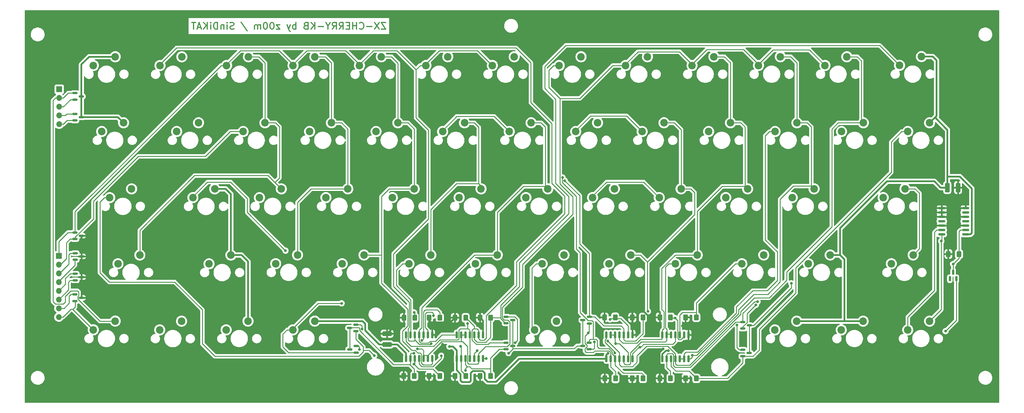
<source format=gbl>
G04 #@! TF.GenerationSoftware,KiCad,Pcbnew,6.0.11+dfsg-1*
G04 #@! TF.CreationDate,2025-04-29T08:55:15+02:00*
G04 #@! TF.ProjectId,zx-cherry-keyboard,7a782d63-6865-4727-9279-2d6b6579626f,1.1*
G04 #@! TF.SameCoordinates,Original*
G04 #@! TF.FileFunction,Copper,L2,Bot*
G04 #@! TF.FilePolarity,Positive*
%FSLAX46Y46*%
G04 Gerber Fmt 4.6, Leading zero omitted, Abs format (unit mm)*
G04 Created by KiCad (PCBNEW 6.0.11+dfsg-1) date 2025-04-29 08:55:15*
%MOMM*%
%LPD*%
G01*
G04 APERTURE LIST*
G04 Aperture macros list*
%AMRoundRect*
0 Rectangle with rounded corners*
0 $1 Rounding radius*
0 $2 $3 $4 $5 $6 $7 $8 $9 X,Y pos of 4 corners*
0 Add a 4 corners polygon primitive as box body*
4,1,4,$2,$3,$4,$5,$6,$7,$8,$9,$2,$3,0*
0 Add four circle primitives for the rounded corners*
1,1,$1+$1,$2,$3*
1,1,$1+$1,$4,$5*
1,1,$1+$1,$6,$7*
1,1,$1+$1,$8,$9*
0 Add four rect primitives between the rounded corners*
20,1,$1+$1,$2,$3,$4,$5,0*
20,1,$1+$1,$4,$5,$6,$7,0*
20,1,$1+$1,$6,$7,$8,$9,0*
20,1,$1+$1,$8,$9,$2,$3,0*%
G04 Aperture macros list end*
%ADD10C,0.300000*%
G04 #@! TA.AperFunction,NonConductor*
%ADD11C,0.300000*%
G04 #@! TD*
G04 #@! TA.AperFunction,ComponentPad*
%ADD12C,2.200000*%
G04 #@! TD*
G04 #@! TA.AperFunction,SMDPad,CuDef*
%ADD13RoundRect,0.250000X0.400000X0.625000X-0.400000X0.625000X-0.400000X-0.625000X0.400000X-0.625000X0*%
G04 #@! TD*
G04 #@! TA.AperFunction,SMDPad,CuDef*
%ADD14RoundRect,0.150000X-0.150000X0.837500X-0.150000X-0.837500X0.150000X-0.837500X0.150000X0.837500X0*%
G04 #@! TD*
G04 #@! TA.AperFunction,SMDPad,CuDef*
%ADD15RoundRect,0.150000X-0.587500X-0.150000X0.587500X-0.150000X0.587500X0.150000X-0.587500X0.150000X0*%
G04 #@! TD*
G04 #@! TA.AperFunction,SMDPad,CuDef*
%ADD16RoundRect,0.150000X0.587500X0.150000X-0.587500X0.150000X-0.587500X-0.150000X0.587500X-0.150000X0*%
G04 #@! TD*
G04 #@! TA.AperFunction,ComponentPad*
%ADD17R,1.700000X1.700000*%
G04 #@! TD*
G04 #@! TA.AperFunction,ComponentPad*
%ADD18O,1.700000X1.700000*%
G04 #@! TD*
G04 #@! TA.AperFunction,SMDPad,CuDef*
%ADD19RoundRect,0.150000X-0.837500X-0.150000X0.837500X-0.150000X0.837500X0.150000X-0.837500X0.150000X0*%
G04 #@! TD*
G04 #@! TA.AperFunction,SMDPad,CuDef*
%ADD20RoundRect,0.250000X1.100000X-0.412500X1.100000X0.412500X-1.100000X0.412500X-1.100000X-0.412500X0*%
G04 #@! TD*
G04 #@! TA.AperFunction,SMDPad,CuDef*
%ADD21RoundRect,0.150000X0.150000X-0.587500X0.150000X0.587500X-0.150000X0.587500X-0.150000X-0.587500X0*%
G04 #@! TD*
G04 #@! TA.AperFunction,SMDPad,CuDef*
%ADD22RoundRect,0.250000X-0.412500X-1.100000X0.412500X-1.100000X0.412500X1.100000X-0.412500X1.100000X0*%
G04 #@! TD*
G04 #@! TA.AperFunction,ViaPad*
%ADD23C,0.800000*%
G04 #@! TD*
G04 #@! TA.AperFunction,Conductor*
%ADD24C,0.500000*%
G04 #@! TD*
G04 #@! TA.AperFunction,Conductor*
%ADD25C,0.250000*%
G04 #@! TD*
G04 APERTURE END LIST*
D10*
D11*
X172842857Y-90504761D02*
X171509523Y-90504761D01*
X172842857Y-92504761D01*
X171509523Y-92504761D01*
X170938095Y-90504761D02*
X169604761Y-92504761D01*
X169604761Y-90504761D02*
X170938095Y-92504761D01*
X168842857Y-91742857D02*
X167319047Y-91742857D01*
X165223809Y-92314285D02*
X165319047Y-92409523D01*
X165604761Y-92504761D01*
X165795238Y-92504761D01*
X166080952Y-92409523D01*
X166271428Y-92219047D01*
X166366666Y-92028571D01*
X166461904Y-91647619D01*
X166461904Y-91361904D01*
X166366666Y-90980952D01*
X166271428Y-90790476D01*
X166080952Y-90600000D01*
X165795238Y-90504761D01*
X165604761Y-90504761D01*
X165319047Y-90600000D01*
X165223809Y-90695238D01*
X164366666Y-92504761D02*
X164366666Y-90504761D01*
X164366666Y-91457142D02*
X163223809Y-91457142D01*
X163223809Y-92504761D02*
X163223809Y-90504761D01*
X162271428Y-91457142D02*
X161604761Y-91457142D01*
X161319047Y-92504761D02*
X162271428Y-92504761D01*
X162271428Y-90504761D01*
X161319047Y-90504761D01*
X159319047Y-92504761D02*
X159985714Y-91552380D01*
X160461904Y-92504761D02*
X160461904Y-90504761D01*
X159700000Y-90504761D01*
X159509523Y-90600000D01*
X159414285Y-90695238D01*
X159319047Y-90885714D01*
X159319047Y-91171428D01*
X159414285Y-91361904D01*
X159509523Y-91457142D01*
X159700000Y-91552380D01*
X160461904Y-91552380D01*
X157319047Y-92504761D02*
X157985714Y-91552380D01*
X158461904Y-92504761D02*
X158461904Y-90504761D01*
X157700000Y-90504761D01*
X157509523Y-90600000D01*
X157414285Y-90695238D01*
X157319047Y-90885714D01*
X157319047Y-91171428D01*
X157414285Y-91361904D01*
X157509523Y-91457142D01*
X157700000Y-91552380D01*
X158461904Y-91552380D01*
X156080952Y-91552380D02*
X156080952Y-92504761D01*
X156747619Y-90504761D02*
X156080952Y-91552380D01*
X155414285Y-90504761D01*
X154747619Y-91742857D02*
X153223809Y-91742857D01*
X152271428Y-92504761D02*
X152271428Y-90504761D01*
X151128571Y-92504761D02*
X151985714Y-91361904D01*
X151128571Y-90504761D02*
X152271428Y-91647619D01*
X149604761Y-91457142D02*
X149319047Y-91552380D01*
X149223809Y-91647619D01*
X149128571Y-91838095D01*
X149128571Y-92123809D01*
X149223809Y-92314285D01*
X149319047Y-92409523D01*
X149509523Y-92504761D01*
X150271428Y-92504761D01*
X150271428Y-90504761D01*
X149604761Y-90504761D01*
X149414285Y-90600000D01*
X149319047Y-90695238D01*
X149223809Y-90885714D01*
X149223809Y-91076190D01*
X149319047Y-91266666D01*
X149414285Y-91361904D01*
X149604761Y-91457142D01*
X150271428Y-91457142D01*
X146747619Y-92504761D02*
X146747619Y-90504761D01*
X146747619Y-91266666D02*
X146557142Y-91171428D01*
X146176190Y-91171428D01*
X145985714Y-91266666D01*
X145890476Y-91361904D01*
X145795238Y-91552380D01*
X145795238Y-92123809D01*
X145890476Y-92314285D01*
X145985714Y-92409523D01*
X146176190Y-92504761D01*
X146557142Y-92504761D01*
X146747619Y-92409523D01*
X145128571Y-91171428D02*
X144652380Y-92504761D01*
X144176190Y-91171428D02*
X144652380Y-92504761D01*
X144842857Y-92980952D01*
X144938095Y-93076190D01*
X145128571Y-93171428D01*
X142080952Y-91171428D02*
X141033333Y-91171428D01*
X142080952Y-92504761D01*
X141033333Y-92504761D01*
X139890476Y-90504761D02*
X139700000Y-90504761D01*
X139509523Y-90600000D01*
X139414285Y-90695238D01*
X139319047Y-90885714D01*
X139223809Y-91266666D01*
X139223809Y-91742857D01*
X139319047Y-92123809D01*
X139414285Y-92314285D01*
X139509523Y-92409523D01*
X139700000Y-92504761D01*
X139890476Y-92504761D01*
X140080952Y-92409523D01*
X140176190Y-92314285D01*
X140271428Y-92123809D01*
X140366666Y-91742857D01*
X140366666Y-91266666D01*
X140271428Y-90885714D01*
X140176190Y-90695238D01*
X140080952Y-90600000D01*
X139890476Y-90504761D01*
X137985714Y-90504761D02*
X137795238Y-90504761D01*
X137604761Y-90600000D01*
X137509523Y-90695238D01*
X137414285Y-90885714D01*
X137319047Y-91266666D01*
X137319047Y-91742857D01*
X137414285Y-92123809D01*
X137509523Y-92314285D01*
X137604761Y-92409523D01*
X137795238Y-92504761D01*
X137985714Y-92504761D01*
X138176190Y-92409523D01*
X138271428Y-92314285D01*
X138366666Y-92123809D01*
X138461904Y-91742857D01*
X138461904Y-91266666D01*
X138366666Y-90885714D01*
X138271428Y-90695238D01*
X138176190Y-90600000D01*
X137985714Y-90504761D01*
X136461904Y-92504761D02*
X136461904Y-91171428D01*
X136461904Y-91361904D02*
X136366666Y-91266666D01*
X136176190Y-91171428D01*
X135890476Y-91171428D01*
X135700000Y-91266666D01*
X135604761Y-91457142D01*
X135604761Y-92504761D01*
X135604761Y-91457142D02*
X135509523Y-91266666D01*
X135319047Y-91171428D01*
X135033333Y-91171428D01*
X134842857Y-91266666D01*
X134747619Y-91457142D01*
X134747619Y-92504761D01*
X130842857Y-90409523D02*
X132557142Y-92980952D01*
X128747619Y-92409523D02*
X128461904Y-92504761D01*
X127985714Y-92504761D01*
X127795238Y-92409523D01*
X127700000Y-92314285D01*
X127604761Y-92123809D01*
X127604761Y-91933333D01*
X127700000Y-91742857D01*
X127795238Y-91647619D01*
X127985714Y-91552380D01*
X128366666Y-91457142D01*
X128557142Y-91361904D01*
X128652380Y-91266666D01*
X128747619Y-91076190D01*
X128747619Y-90885714D01*
X128652380Y-90695238D01*
X128557142Y-90600000D01*
X128366666Y-90504761D01*
X127890476Y-90504761D01*
X127604761Y-90600000D01*
X126747619Y-92504761D02*
X126747619Y-91171428D01*
X126747619Y-90504761D02*
X126842857Y-90600000D01*
X126747619Y-90695238D01*
X126652380Y-90600000D01*
X126747619Y-90504761D01*
X126747619Y-90695238D01*
X125795238Y-91171428D02*
X125795238Y-92504761D01*
X125795238Y-91361904D02*
X125700000Y-91266666D01*
X125509523Y-91171428D01*
X125223809Y-91171428D01*
X125033333Y-91266666D01*
X124938095Y-91457142D01*
X124938095Y-92504761D01*
X123985714Y-92504761D02*
X123985714Y-90504761D01*
X123509523Y-90504761D01*
X123223809Y-90600000D01*
X123033333Y-90790476D01*
X122938095Y-90980952D01*
X122842857Y-91361904D01*
X122842857Y-91647619D01*
X122938095Y-92028571D01*
X123033333Y-92219047D01*
X123223809Y-92409523D01*
X123509523Y-92504761D01*
X123985714Y-92504761D01*
X121985714Y-92504761D02*
X121985714Y-91171428D01*
X121985714Y-90504761D02*
X122080952Y-90600000D01*
X121985714Y-90695238D01*
X121890476Y-90600000D01*
X121985714Y-90504761D01*
X121985714Y-90695238D01*
X121033333Y-92504761D02*
X121033333Y-90504761D01*
X119890476Y-92504761D02*
X120747619Y-91361904D01*
X119890476Y-90504761D02*
X121033333Y-91647619D01*
X119128571Y-91933333D02*
X118176190Y-91933333D01*
X119319047Y-92504761D02*
X118652380Y-90504761D01*
X117985714Y-92504761D01*
X117604761Y-90504761D02*
X116461904Y-90504761D01*
X117033333Y-92504761D02*
X117033333Y-90504761D01*
D12*
X210170000Y-100480000D03*
X203820000Y-103020000D03*
X195710000Y-119680000D03*
X189360000Y-122220000D03*
X326030000Y-158070000D03*
X319680000Y-160610000D03*
X328440000Y-100450000D03*
X322090000Y-102990000D03*
X113530000Y-177300000D03*
X107180000Y-179840000D03*
X200520000Y-138860000D03*
X194170000Y-141400000D03*
X132970000Y-100480000D03*
X126620000Y-103020000D03*
X181120000Y-138860000D03*
X174770000Y-141400000D03*
X176370000Y-119680000D03*
X170020000Y-122220000D03*
X166520000Y-158080000D03*
X160170000Y-160620000D03*
X142520000Y-138880000D03*
X136170000Y-141420000D03*
X292270000Y-119680000D03*
X285920000Y-122220000D03*
X282640000Y-158070000D03*
X276290000Y-160610000D03*
X219920000Y-138860000D03*
X213570000Y-141400000D03*
X323670000Y-138850000D03*
X317320000Y-141390000D03*
X222420000Y-177280000D03*
X216070000Y-179820000D03*
X118470000Y-119680000D03*
X112120000Y-122220000D03*
X287470000Y-100480000D03*
X281120000Y-103020000D03*
X311570000Y-119680000D03*
X305220000Y-122220000D03*
X157070000Y-119680000D03*
X150720000Y-122220000D03*
X306770000Y-100480000D03*
X300420000Y-103020000D03*
X161820000Y-138860000D03*
X155470000Y-141400000D03*
X258620000Y-138860000D03*
X252270000Y-141400000D03*
X152220000Y-177280000D03*
X145870000Y-179820000D03*
X94260000Y-177270000D03*
X87910000Y-179810000D03*
X99020000Y-138870000D03*
X92670000Y-141410000D03*
X137770000Y-119680000D03*
X131420000Y-122220000D03*
X248870000Y-100480000D03*
X242520000Y-103020000D03*
X292220000Y-177290000D03*
X285870000Y-179830000D03*
X244020000Y-158080000D03*
X237670000Y-160620000D03*
X152270000Y-100480000D03*
X145920000Y-103020000D03*
X272970000Y-119680000D03*
X266620000Y-122220000D03*
X127860000Y-158100000D03*
X121510000Y-160640000D03*
X113610000Y-100500000D03*
X107260000Y-103040000D03*
X185920000Y-158080000D03*
X179570000Y-160620000D03*
X297250000Y-138860000D03*
X290900000Y-141400000D03*
X147210000Y-158060000D03*
X140860000Y-160600000D03*
X171570000Y-100480000D03*
X165220000Y-103020000D03*
X253670000Y-119680000D03*
X247320000Y-122220000D03*
X268170000Y-100480000D03*
X261820000Y-103020000D03*
X94270000Y-100480000D03*
X87920000Y-103020000D03*
X215070000Y-119680000D03*
X208720000Y-122220000D03*
X229570000Y-100480000D03*
X223220000Y-103020000D03*
X277950000Y-138860000D03*
X271600000Y-141400000D03*
X101400000Y-158080000D03*
X95050000Y-160620000D03*
X330820000Y-119680000D03*
X324470000Y-122220000D03*
X239260000Y-138860000D03*
X232910000Y-141400000D03*
X224620000Y-158080000D03*
X218270000Y-160620000D03*
X123160000Y-138880000D03*
X116810000Y-141420000D03*
X330820000Y-177290000D03*
X324470000Y-179830000D03*
X263330000Y-158080000D03*
X256980000Y-160620000D03*
X311510000Y-177290000D03*
X305160000Y-179830000D03*
X234370000Y-119680000D03*
X228020000Y-122220000D03*
X301940000Y-158070000D03*
X295590000Y-160610000D03*
X96670000Y-119680000D03*
X90320000Y-122220000D03*
X205260000Y-158080000D03*
X198910000Y-160620000D03*
X190870000Y-100480000D03*
X184520000Y-103020000D03*
X132820000Y-177280000D03*
X126470000Y-179820000D03*
D13*
X247550000Y-193920000D03*
X244450000Y-193920000D03*
X181120000Y-193270000D03*
X178020000Y-193270000D03*
D14*
X253190000Y-181287500D03*
X254460000Y-181287500D03*
X255730000Y-181287500D03*
X257000000Y-181287500D03*
X258270000Y-181287500D03*
X259540000Y-181287500D03*
X260810000Y-181287500D03*
X260810000Y-188212500D03*
X259540000Y-188212500D03*
X258270000Y-188212500D03*
X257000000Y-188212500D03*
X255730000Y-188212500D03*
X254460000Y-188212500D03*
X253190000Y-188212500D03*
D15*
X276562500Y-179450000D03*
X276562500Y-177550000D03*
X278437500Y-178500000D03*
D13*
X263050000Y-176200000D03*
X259950000Y-176200000D03*
X263050000Y-193920000D03*
X259950000Y-193920000D03*
D16*
X164187500Y-178300000D03*
X164187500Y-180200000D03*
X162312500Y-179250000D03*
X231950000Y-176050000D03*
X231950000Y-177950000D03*
X230075000Y-177000000D03*
D13*
X203300000Y-176300000D03*
X200200000Y-176300000D03*
X196050000Y-176310000D03*
X192950000Y-176310000D03*
X181240000Y-176310000D03*
X178140000Y-176310000D03*
X339350000Y-157800000D03*
X336250000Y-157800000D03*
X196050000Y-193250000D03*
X192950000Y-193250000D03*
D15*
X276542500Y-187500000D03*
X276542500Y-185600000D03*
X278417500Y-186550000D03*
X82542500Y-119010000D03*
X82542500Y-117110000D03*
X84417500Y-118060000D03*
X82562500Y-153450000D03*
X82562500Y-151550000D03*
X84437500Y-152500000D03*
D13*
X203300000Y-193250000D03*
X200200000Y-193250000D03*
D15*
X207812500Y-185450000D03*
X207812500Y-183550000D03*
X209687500Y-184500000D03*
D17*
X78000000Y-109950000D03*
D18*
X78000000Y-112490000D03*
X78000000Y-115030000D03*
X78000000Y-117570000D03*
X78000000Y-120110000D03*
D15*
X82572500Y-171450000D03*
X82572500Y-169550000D03*
X84447500Y-170500000D03*
D13*
X255550000Y-176200000D03*
X252450000Y-176200000D03*
D19*
X334337500Y-152110000D03*
X334337500Y-150840000D03*
X334337500Y-149570000D03*
X334337500Y-148300000D03*
X334337500Y-147030000D03*
X334337500Y-145760000D03*
X334337500Y-144490000D03*
X341262500Y-144490000D03*
X341262500Y-145760000D03*
X341262500Y-147030000D03*
X341262500Y-148300000D03*
X341262500Y-149570000D03*
X341262500Y-150840000D03*
X341262500Y-152110000D03*
D13*
X247550000Y-176250000D03*
X244450000Y-176250000D03*
D15*
X207812500Y-177910000D03*
X207812500Y-176010000D03*
X209687500Y-176960000D03*
X82625000Y-159450000D03*
X82625000Y-157550000D03*
X84500000Y-158500000D03*
D13*
X239570000Y-193940000D03*
X236470000Y-193940000D03*
X255550000Y-193920000D03*
X252450000Y-193920000D03*
D14*
X193440000Y-181257500D03*
X194710000Y-181257500D03*
X195980000Y-181257500D03*
X197250000Y-181257500D03*
X198520000Y-181257500D03*
X199790000Y-181257500D03*
X201060000Y-181257500D03*
X201060000Y-188182500D03*
X199790000Y-188182500D03*
X198520000Y-188182500D03*
X197250000Y-188182500D03*
X195980000Y-188182500D03*
X194710000Y-188182500D03*
X193440000Y-188182500D03*
X178720000Y-181257500D03*
X179990000Y-181257500D03*
X181260000Y-181257500D03*
X182530000Y-181257500D03*
X183800000Y-181257500D03*
X185070000Y-181257500D03*
X186340000Y-181257500D03*
X186340000Y-188182500D03*
X185070000Y-188182500D03*
X183800000Y-188182500D03*
X182530000Y-188182500D03*
X181260000Y-188182500D03*
X179990000Y-188182500D03*
X178720000Y-188182500D03*
D13*
X188550000Y-193250000D03*
X185450000Y-193250000D03*
D16*
X231937500Y-183550000D03*
X231937500Y-185450000D03*
X230062500Y-184500000D03*
D13*
X239490000Y-176190000D03*
X236390000Y-176190000D03*
D20*
X173250000Y-184062500D03*
X173250000Y-180937500D03*
D21*
X338580000Y-164980000D03*
X336680000Y-164980000D03*
X337630000Y-163105000D03*
D14*
X236940000Y-181287500D03*
X238210000Y-181287500D03*
X239480000Y-181287500D03*
X240750000Y-181287500D03*
X242020000Y-181287500D03*
X243290000Y-181287500D03*
X244560000Y-181287500D03*
X244560000Y-188212500D03*
X243290000Y-188212500D03*
X242020000Y-188212500D03*
X240750000Y-188212500D03*
X239480000Y-188212500D03*
X238210000Y-188212500D03*
X236940000Y-188212500D03*
D13*
X188550000Y-176330000D03*
X185450000Y-176330000D03*
D16*
X164230000Y-184550000D03*
X164230000Y-186450000D03*
X162355000Y-185500000D03*
D15*
X82562500Y-112950000D03*
X82562500Y-111050000D03*
X84437500Y-112000000D03*
D22*
X335937500Y-138500000D03*
X339062500Y-138500000D03*
D17*
X77875000Y-158335000D03*
D18*
X77875000Y-160875000D03*
X77875000Y-163415000D03*
X77875000Y-165955000D03*
X77875000Y-168495000D03*
X77875000Y-171035000D03*
X77875000Y-173575000D03*
X77875000Y-176115000D03*
D15*
X82625000Y-165450000D03*
X82625000Y-163550000D03*
X84500000Y-164500000D03*
D23*
X191306900Y-184667700D03*
X254973700Y-185857500D03*
X237448700Y-186666200D03*
X179000000Y-110000000D03*
X205500000Y-191800000D03*
X188400000Y-110000000D03*
X279900000Y-182400000D03*
X178140000Y-178729100D03*
X94100000Y-128900000D03*
X174500000Y-175400000D03*
X187328100Y-181843100D03*
X253417800Y-185349600D03*
X304200000Y-110000000D03*
X155400000Y-159300000D03*
X139600000Y-182400000D03*
X205700000Y-181700000D03*
X125300000Y-167500000D03*
X194200000Y-138900000D03*
X257000000Y-157100000D03*
X165200000Y-99000000D03*
X149800000Y-110000000D03*
X120600000Y-148200000D03*
X144700000Y-167500000D03*
X155500000Y-137500000D03*
X165300000Y-181600000D03*
X276600000Y-182400000D03*
X264200000Y-182400000D03*
X265900000Y-175500000D03*
X245500000Y-179000000D03*
X181700000Y-99000000D03*
X217700000Y-100500000D03*
X169100000Y-110000000D03*
X175300000Y-188600000D03*
X276300000Y-157100000D03*
X175300000Y-191900000D03*
X290600000Y-164200000D03*
X281100000Y-98600000D03*
X98900000Y-167500000D03*
X227000000Y-110000000D03*
X272600000Y-182400000D03*
X252500000Y-178634900D03*
X191400000Y-188500000D03*
X124900000Y-131900000D03*
X235300000Y-181100000D03*
X111000000Y-190000000D03*
X130100000Y-118500000D03*
X230700000Y-169000000D03*
X304900000Y-195700000D03*
X175300000Y-186400000D03*
X217900000Y-174100000D03*
X283200000Y-172600000D03*
X174800000Y-137500000D03*
X259031800Y-178634900D03*
X189329800Y-183974600D03*
X145900000Y-99000000D03*
X255865100Y-178634900D03*
X241500000Y-169000000D03*
X217900000Y-169000000D03*
X334200400Y-154029200D03*
X239395900Y-186506400D03*
X201994300Y-188150200D03*
X261866900Y-187221300D03*
X188966000Y-187346400D03*
X248986500Y-174451400D03*
X246665900Y-184879200D03*
X186057100Y-183838900D03*
X239603100Y-183834700D03*
X199360400Y-185850500D03*
X182050800Y-185328500D03*
X165978500Y-179595800D03*
X183346100Y-182938300D03*
X169481400Y-187296200D03*
X335440800Y-180181800D03*
X180981800Y-186588000D03*
X208502400Y-186588000D03*
X165152500Y-185543300D03*
X181042700Y-189799700D03*
X186713900Y-175684500D03*
X160008200Y-172109800D03*
X181082600Y-174762300D03*
X194570500Y-184598400D03*
X210429100Y-183570700D03*
X195984600Y-191600000D03*
X224826300Y-136483500D03*
X231614900Y-180707600D03*
X224173900Y-135555900D03*
X143718300Y-156805500D03*
X237972700Y-176800900D03*
X233446700Y-183289200D03*
X280355600Y-172565900D03*
X280826300Y-171616800D03*
X290627300Y-166310200D03*
X337652600Y-160700000D03*
X256845800Y-176391700D03*
X274837100Y-178385800D03*
X237342500Y-183088200D03*
X196636000Y-177971700D03*
D24*
X202400000Y-194900000D02*
X201600000Y-194100000D01*
X304760300Y-158070000D02*
X306031900Y-159341600D01*
X197500000Y-194700000D02*
X197200000Y-195000000D01*
X328440000Y-100450000D02*
X331716000Y-100450000D01*
X166900000Y-178100000D02*
X166080000Y-177280000D01*
X201000000Y-191800000D02*
X198100000Y-191800000D01*
X193440000Y-191540000D02*
X193440000Y-188182500D01*
X236940000Y-187174900D02*
X237448700Y-186666200D01*
X132820000Y-177280000D02*
X132820000Y-159977000D01*
X86720000Y-100480000D02*
X94270000Y-100480000D01*
X253190000Y-186910000D02*
X253190000Y-188212500D01*
X201600000Y-192400000D02*
X201000000Y-191800000D01*
X127860000Y-140388400D02*
X126351600Y-138880000D01*
X342690000Y-152110000D02*
X343100000Y-151700000D01*
X331716000Y-100450000D02*
X332804900Y-101538900D01*
X254973700Y-185857500D02*
X254242500Y-185857500D01*
X193440000Y-188182500D02*
X193440000Y-185740000D01*
X336000000Y-138437500D02*
X336000000Y-121758600D01*
X173250000Y-184062500D02*
X176162500Y-184062500D01*
X170962500Y-184062500D02*
X166900000Y-180000000D01*
X193440000Y-185740000D02*
X192367700Y-184667700D01*
X95030000Y-118040000D02*
X96670000Y-119680000D01*
X301940000Y-158070000D02*
X304760300Y-158070000D01*
X332370700Y-118129300D02*
X330820000Y-119680000D01*
X304760300Y-150339700D02*
X318400000Y-136700000D01*
X166900000Y-180000000D02*
X166900000Y-178100000D01*
X335937500Y-138500000D02*
X336000000Y-138437500D01*
X341262500Y-152110000D02*
X342690000Y-152110000D01*
X84437500Y-118040000D02*
X95030000Y-118040000D01*
X195000000Y-195000000D02*
X194600000Y-194600000D01*
X306031900Y-159341600D02*
X306031900Y-177290000D01*
X332804900Y-101538900D02*
X332804900Y-117695100D01*
X318400000Y-136700000D02*
X332200000Y-136700000D01*
X173250000Y-184062500D02*
X170962500Y-184062500D01*
X201600000Y-194100000D02*
X201600000Y-192400000D01*
X84437500Y-102762500D02*
X86720000Y-100480000D01*
X339600000Y-135300000D02*
X336000000Y-135300000D01*
X343100000Y-138800000D02*
X339600000Y-135300000D01*
X204900000Y-194900000D02*
X202400000Y-194900000D01*
X306031900Y-177290000D02*
X311510000Y-177290000D01*
X254242500Y-185857500D02*
X253190000Y-186910000D01*
X132820000Y-159977000D02*
X130943000Y-158100000D01*
X332200000Y-136700000D02*
X334000000Y-138500000D01*
X166080000Y-177280000D02*
X152220000Y-177280000D01*
X336000000Y-121758600D02*
X332370700Y-118129300D01*
X292220000Y-177290000D02*
X306031900Y-177290000D01*
X332804900Y-117695100D02*
X332370700Y-118129300D01*
X197500000Y-192400000D02*
X197500000Y-194700000D01*
X126351600Y-138880000D02*
X123160000Y-138880000D01*
X84437500Y-118040000D02*
X84437500Y-112000000D01*
X336000000Y-135300000D02*
X336000000Y-138437500D01*
X304760300Y-158070000D02*
X304760300Y-150339700D01*
X127860000Y-158100000D02*
X127860000Y-140388400D01*
X197200000Y-195000000D02*
X195000000Y-195000000D01*
X176162500Y-184062500D02*
X178720000Y-186620000D01*
X236940000Y-188212500D02*
X236940000Y-187174900D01*
X194600000Y-194600000D02*
X194600000Y-192700000D01*
X130943000Y-158100000D02*
X127860000Y-158100000D01*
X236940000Y-188212500D02*
X211587500Y-188212500D01*
X192367700Y-184667700D02*
X191306900Y-184667700D01*
X343100000Y-151700000D02*
X343100000Y-138800000D01*
X84437500Y-112000000D02*
X84437500Y-102762500D01*
X211587500Y-188212500D02*
X204900000Y-194900000D01*
X194600000Y-192700000D02*
X193440000Y-191540000D01*
X178720000Y-186620000D02*
X178720000Y-188182500D01*
X198100000Y-191800000D02*
X197500000Y-192400000D01*
X84437500Y-118040000D02*
X84417500Y-118060000D01*
X334000000Y-138500000D02*
X335937500Y-138500000D01*
X336200000Y-147800000D02*
X339402600Y-147800000D01*
X244560000Y-176250000D02*
X244450000Y-176250000D01*
X194400000Y-196400000D02*
X199300000Y-196400000D01*
X201200000Y-196400000D02*
X206000000Y-196400000D01*
X244560000Y-174640000D02*
X245200000Y-174000000D01*
X243800000Y-174000000D02*
X237200000Y-174000000D01*
X331199500Y-167304800D02*
X331199500Y-150600500D01*
X259031800Y-178634900D02*
X260134900Y-178634900D01*
X249500000Y-176200000D02*
X252450000Y-176200000D01*
X94800000Y-170500000D02*
X84447500Y-170500000D01*
X251900000Y-195700000D02*
X244900000Y-195700000D01*
X208460000Y-193940000D02*
X236470000Y-193940000D01*
X339870000Y-149570000D02*
X341262500Y-149570000D01*
X259950000Y-178450000D02*
X259765100Y-178634900D01*
X335570000Y-149570000D02*
X334906700Y-149570000D01*
X339500000Y-147897400D02*
X339500000Y-149200000D01*
X244560000Y-176250000D02*
X244560000Y-174640000D01*
X335830000Y-149570000D02*
X335830000Y-149580000D01*
X332230000Y-149570000D02*
X334337500Y-149570000D01*
X259500000Y-195700000D02*
X252900000Y-195700000D01*
X334337500Y-145760000D02*
X334337500Y-144490000D01*
X200200000Y-195400000D02*
X201200000Y-196400000D01*
X199300000Y-196400000D02*
X200200000Y-195500000D01*
X184900000Y-195300000D02*
X178600000Y-195300000D01*
X336100000Y-147900000D02*
X336200000Y-147800000D01*
X244450000Y-174650000D02*
X243800000Y-174000000D01*
X339062500Y-141362500D02*
X341262500Y-143562500D01*
X100140400Y-175840400D02*
X94800000Y-170500000D01*
X336100000Y-147500000D02*
X335630000Y-147030000D01*
X100140400Y-187440400D02*
X100140400Y-175840400D01*
X260810000Y-179310000D02*
X260810000Y-181287500D01*
X191572200Y-177687800D02*
X186518300Y-177687800D01*
X339062500Y-138500000D02*
X339062500Y-141362500D01*
X244450000Y-193920000D02*
X244450000Y-195350000D01*
X252399900Y-195200100D02*
X251900000Y-195700000D01*
X192950000Y-176310000D02*
X191572200Y-177687800D01*
X192950000Y-194950000D02*
X194400000Y-196400000D01*
X336100000Y-147900000D02*
X336100000Y-147500000D01*
X339402600Y-147800000D02*
X339500000Y-147897400D01*
X84500000Y-152562500D02*
X84437500Y-152500000D01*
X200200000Y-176300000D02*
X201060000Y-177160000D01*
X178140000Y-176310000D02*
X178140000Y-178729100D01*
X245200000Y-174000000D02*
X247314949Y-174000000D01*
X237200000Y-174000000D02*
X236390000Y-174810000D01*
X187057500Y-181257500D02*
X186340000Y-181257500D01*
X178020000Y-194720000D02*
X178020000Y-193459200D01*
X192950000Y-193250000D02*
X192950000Y-194950000D01*
X84500000Y-170447500D02*
X84500000Y-152562500D01*
X247314949Y-174000000D02*
X248650000Y-175335051D01*
X192950000Y-176310000D02*
X192950000Y-174950000D01*
X252399900Y-186367500D02*
X253417800Y-185349600D01*
X331199500Y-150600500D02*
X332230000Y-149570000D01*
X106159200Y-193459200D02*
X100140400Y-187440400D01*
X244450000Y-195250000D02*
X244450000Y-193920000D01*
X178140000Y-178729100D02*
X175458400Y-178729100D01*
X187328100Y-181843100D02*
X187328100Y-181528100D01*
X252450000Y-178584900D02*
X252500000Y-178634900D01*
X318079200Y-180425100D02*
X331199500Y-167304800D01*
X334906700Y-149570000D02*
X335830000Y-149570000D01*
X244450000Y-195350000D02*
X244100000Y-195700000D01*
X259765100Y-178634900D02*
X259031800Y-178634900D01*
X200200000Y-195500000D02*
X200200000Y-193250000D01*
X339500000Y-147900000D02*
X339500000Y-144900000D01*
X248650000Y-175350000D02*
X249500000Y-176200000D01*
X341262500Y-147030000D02*
X339500000Y-147030000D01*
X84447500Y-170500000D02*
X84500000Y-170447500D01*
X252900000Y-195700000D02*
X252450000Y-195250000D01*
X334337500Y-147030000D02*
X334337500Y-145760000D01*
X175458400Y-178729100D02*
X173250000Y-180937500D01*
X185987800Y-177687800D02*
X185450000Y-177150000D01*
X244560000Y-176250000D02*
X244560000Y-181287500D01*
X335830000Y-149580000D02*
X336250000Y-150000000D01*
X190008000Y-184652800D02*
X189329800Y-183974600D01*
X244100000Y-195700000D02*
X237000000Y-195700000D01*
X339500000Y-149200000D02*
X339870000Y-149570000D01*
X190008000Y-194692000D02*
X189400000Y-195300000D01*
X252450000Y-193920000D02*
X252399900Y-193920000D01*
X192950000Y-174950000D02*
X193500000Y-174400000D01*
X200200000Y-175000000D02*
X200200000Y-176300000D01*
X259950000Y-176200000D02*
X259950000Y-178450000D01*
X334906700Y-149570000D02*
X334337500Y-149570000D01*
X178020000Y-193459200D02*
X106159200Y-193459200D01*
X185450000Y-194750000D02*
X185450000Y-193250000D01*
X339500000Y-144900000D02*
X339910000Y-144490000D01*
X252399900Y-193920000D02*
X252399900Y-195200100D01*
X190008000Y-193250000D02*
X190008000Y-184652800D01*
X186000000Y-195300000D02*
X185450000Y-194750000D01*
X178600000Y-195300000D02*
X178020000Y-194720000D01*
X187328100Y-181528100D02*
X187057500Y-181257500D01*
X236390000Y-174810000D02*
X236390000Y-176190000D01*
X304941400Y-195700000D02*
X318079200Y-182562200D01*
X192950000Y-193250000D02*
X190008000Y-193250000D01*
X244450000Y-176250000D02*
X244450000Y-174650000D01*
X335630000Y-147030000D02*
X334337500Y-147030000D01*
X199600000Y-174400000D02*
X200200000Y-175000000D01*
X190008000Y-193250000D02*
X190008000Y-194692000D01*
X186518300Y-179081700D02*
X186518300Y-177687800D01*
X259950000Y-193920000D02*
X259950000Y-195250000D01*
X244900000Y-195700000D02*
X244450000Y-195250000D01*
X186518300Y-177687800D02*
X185987800Y-177687800D01*
X186340000Y-179260000D02*
X186518300Y-179081700D01*
X252399900Y-193920000D02*
X252399900Y-186367500D01*
X201060000Y-177160000D02*
X201060000Y-181257500D01*
X259950000Y-195250000D02*
X260400000Y-195700000D01*
X252450000Y-176200000D02*
X252450000Y-178584900D01*
X193500000Y-174400000D02*
X199600000Y-174400000D01*
X336250000Y-150000000D02*
X336250000Y-157800000D01*
X260400000Y-195700000D02*
X304900000Y-195700000D01*
X341262500Y-143562500D02*
X341262500Y-144490000D01*
X189400000Y-195300000D02*
X186000000Y-195300000D01*
X186340000Y-181257500D02*
X186340000Y-179260000D01*
X252450000Y-195250000D02*
X252450000Y-193920000D01*
X260134900Y-178634900D02*
X260810000Y-179310000D01*
X318079200Y-182562200D02*
X318079200Y-180425100D01*
X236470000Y-195170000D02*
X236470000Y-193940000D01*
X185450000Y-194750000D02*
X184900000Y-195300000D01*
X335830000Y-149570000D02*
X336100000Y-149300000D01*
X178020000Y-193459200D02*
X178020000Y-193270000D01*
X336100000Y-149300000D02*
X336100000Y-147900000D01*
X237000000Y-195700000D02*
X236470000Y-195170000D01*
X200200000Y-193250000D02*
X200200000Y-195400000D01*
X259950000Y-195250000D02*
X259500000Y-195700000D01*
X206000000Y-196400000D02*
X208460000Y-193940000D01*
X304900000Y-195700000D02*
X304941400Y-195700000D01*
X339910000Y-144490000D02*
X341262500Y-144490000D01*
X185450000Y-177150000D02*
X185450000Y-176330000D01*
X248650000Y-175335051D02*
X248650000Y-175350000D01*
D25*
X81250000Y-112950000D02*
X79170000Y-115030000D01*
X272970000Y-102247400D02*
X272970000Y-119680000D01*
X277207300Y-138117300D02*
X277950000Y-138860000D01*
X253649473Y-174549473D02*
X253649473Y-179444527D01*
X240750000Y-182750000D02*
X240750000Y-181287500D01*
X253000000Y-173900000D02*
X253649473Y-174549473D01*
X181400000Y-185800000D02*
X182173400Y-186573400D01*
X246900000Y-182600000D02*
X245800000Y-183700000D01*
X173840000Y-138860000D02*
X171606200Y-141093800D01*
X181120000Y-138860000D02*
X173840000Y-138860000D01*
X180400000Y-185800000D02*
X181400000Y-185800000D01*
X179294400Y-119680000D02*
X181120000Y-121505600D01*
X252900000Y-182600000D02*
X246900000Y-182600000D01*
X171606200Y-141093800D02*
X171606200Y-158080000D01*
X174500800Y-100480000D02*
X176370000Y-102349200D01*
X177700000Y-183100000D02*
X180400000Y-185800000D01*
X272970000Y-119680000D02*
X275975000Y-119680000D01*
X277207300Y-138117300D02*
X270582700Y-138117300D01*
X182173400Y-186573400D02*
X182873400Y-186573400D01*
X171606200Y-158080000D02*
X171606200Y-166269500D01*
X176370000Y-119680000D02*
X179294400Y-119680000D01*
X183155900Y-189455900D02*
X183700000Y-190000000D01*
X270582700Y-138117300D02*
X263330000Y-145370000D01*
X256943800Y-158080000D02*
X253000000Y-162023800D01*
X171570000Y-100480000D02*
X174500800Y-100480000D01*
X186340000Y-189660000D02*
X186340000Y-188182500D01*
X183155900Y-186855900D02*
X183155900Y-189455900D01*
X263330000Y-158080000D02*
X256943800Y-158080000D01*
X82562500Y-112950000D02*
X81250000Y-112950000D01*
X253190000Y-181287500D02*
X253190000Y-182310000D01*
X263330000Y-145370000D02*
X263330000Y-158080000D01*
X271202600Y-100480000D02*
X272970000Y-102247400D01*
X241700000Y-183700000D02*
X240750000Y-182750000D01*
X177700000Y-180198600D02*
X177700000Y-183100000D01*
X253190000Y-182310000D02*
X252900000Y-182600000D01*
X182873400Y-186573400D02*
X183155900Y-186855900D01*
X176370000Y-102349200D02*
X176370000Y-119680000D01*
X253000000Y-162023800D02*
X253000000Y-173900000D01*
X277207300Y-120912300D02*
X277207300Y-138117300D01*
X183700000Y-190000000D02*
X186000000Y-190000000D01*
X79170000Y-115030000D02*
X78000000Y-115030000D01*
X179200000Y-173863300D02*
X179200000Y-178698600D01*
X253649473Y-179444527D02*
X253190000Y-179904000D01*
X245800000Y-183700000D02*
X241700000Y-183700000D01*
X171606200Y-166269500D02*
X179200000Y-173863300D01*
X275975000Y-119680000D02*
X277207300Y-120912300D01*
X186000000Y-190000000D02*
X186340000Y-189660000D01*
X166520000Y-158080000D02*
X171606200Y-158080000D01*
X181120000Y-121505600D02*
X181120000Y-138860000D01*
X179200000Y-178698600D02*
X177700000Y-180198600D01*
X253190000Y-179904000D02*
X253190000Y-181287500D01*
X268170000Y-100480000D02*
X271202600Y-100480000D01*
X283800000Y-169500000D02*
X279700000Y-169500000D01*
X83665000Y-171125000D02*
X89810000Y-177270000D01*
X287400000Y-141900000D02*
X287400000Y-165900000D01*
X291246000Y-138054000D02*
X287400000Y-141900000D01*
X290456600Y-100480000D02*
X292270000Y-102293400D01*
X83663249Y-171125000D02*
X83665000Y-171125000D01*
X296444000Y-120857900D02*
X296444000Y-138054000D01*
X147210000Y-158060000D02*
X147210000Y-142790000D01*
X155255500Y-100480000D02*
X157070000Y-102294500D01*
X157070000Y-102294500D02*
X157070000Y-119680000D01*
X83663249Y-169875000D02*
X83385000Y-170153249D01*
X83385000Y-170153249D02*
X83385000Y-170846751D01*
X83300000Y-168500000D02*
X83676000Y-168876000D01*
X334337500Y-153892100D02*
X334200400Y-154029200D01*
X287470000Y-100480000D02*
X290456600Y-100480000D01*
X296444000Y-138054000D02*
X291246000Y-138054000D01*
X239395900Y-186506400D02*
X239395900Y-186313800D01*
X78000000Y-112490000D02*
X76910000Y-112490000D01*
X80615300Y-111050000D02*
X79175300Y-112490000D01*
X76200000Y-113200000D02*
X76200000Y-171600000D01*
X236553100Y-182746900D02*
X236940000Y-182360000D01*
X287400000Y-165900000D02*
X283800000Y-169500000D01*
X76200000Y-171600000D02*
X76900000Y-172300000D01*
X161820000Y-121486900D02*
X161820000Y-138860000D01*
X334200400Y-154029200D02*
X334200400Y-173909600D01*
X239395900Y-186313800D02*
X236553100Y-183471000D01*
X157070000Y-119680000D02*
X160013100Y-119680000D01*
X147210000Y-142790000D02*
X151140000Y-138860000D01*
X296444000Y-138054000D02*
X297250000Y-138860000D01*
X89810000Y-177270000D02*
X94260000Y-177270000D01*
X201994300Y-188150200D02*
X201092300Y-188150200D01*
X83676000Y-168876000D02*
X83676000Y-169869000D01*
X82562500Y-111050000D02*
X80615300Y-111050000D01*
X279700000Y-169500000D02*
X275300000Y-173900000D01*
X236940000Y-182360000D02*
X236940000Y-181287500D01*
X76900000Y-172300000D02*
X79200000Y-172300000D01*
X236553100Y-183471000D02*
X236553100Y-182746900D01*
X263178700Y-187221300D02*
X261866900Y-187221300D01*
X79200000Y-172300000D02*
X79800000Y-171700000D01*
X275300000Y-175100000D02*
X263178700Y-187221300D01*
X83385000Y-170846751D02*
X83663249Y-171125000D01*
X292270000Y-102293400D02*
X292270000Y-119680000D01*
X152270000Y-100480000D02*
X155255500Y-100480000D01*
X78000000Y-112490000D02*
X79175300Y-112490000D01*
X83670000Y-169875000D02*
X83663249Y-169875000D01*
X79800000Y-171700000D02*
X79800000Y-170100000D01*
X295266100Y-119680000D02*
X296444000Y-120857900D01*
X334200400Y-173909600D02*
X330820000Y-177290000D01*
X81400000Y-168500000D02*
X83300000Y-168500000D01*
X160013100Y-119680000D02*
X161820000Y-121486900D01*
X201092300Y-188150200D02*
X201060000Y-188182500D01*
X260810000Y-188212500D02*
X261387500Y-188212500D01*
X275300000Y-173900000D02*
X275300000Y-175100000D01*
X261387500Y-188212500D02*
X261866900Y-187733100D01*
X292270000Y-119680000D02*
X295266100Y-119680000D01*
X334337500Y-152110000D02*
X334337500Y-153892100D01*
X79800000Y-170100000D02*
X81400000Y-168500000D01*
X76910000Y-112490000D02*
X76200000Y-113200000D01*
X83676000Y-169869000D02*
X83670000Y-169875000D01*
X151140000Y-138860000D02*
X161820000Y-138860000D01*
X261866900Y-187733100D02*
X261866900Y-187221300D01*
X189142500Y-181257500D02*
X187286400Y-183113600D01*
X185206700Y-183663600D02*
X183045500Y-183663600D01*
X187286400Y-183113600D02*
X185756700Y-183113600D01*
X198620000Y-158080000D02*
X205260000Y-158080000D01*
X183045500Y-183663600D02*
X182530000Y-183148100D01*
X212873050Y-138119700D02*
X205260000Y-145732750D01*
X182530000Y-183148100D02*
X182530000Y-181257500D01*
X205260000Y-145732750D02*
X205260000Y-158080000D01*
X219179700Y-138119700D02*
X219920000Y-138860000D01*
X182530000Y-181257500D02*
X182530000Y-179970000D01*
X182530000Y-179970000D02*
X183300000Y-179200000D01*
X185756700Y-183113600D02*
X185206700Y-183663600D01*
X219179700Y-120913900D02*
X219179700Y-138119700D01*
X80275300Y-119010000D02*
X79175300Y-120110000D01*
X219179700Y-138119700D02*
X212873050Y-138119700D01*
X183300000Y-173400000D02*
X198620000Y-158080000D01*
X193440000Y-181257500D02*
X189142500Y-181257500D01*
X215070000Y-119680000D02*
X217945800Y-119680000D01*
X78000000Y-120110000D02*
X79175300Y-120110000D01*
X183300000Y-179200000D02*
X183300000Y-173400000D01*
X217945800Y-119680000D02*
X219179700Y-120913900D01*
X82542500Y-119010000D02*
X80275300Y-119010000D01*
X78000000Y-117570000D02*
X79730000Y-117570000D01*
X257000000Y-183200000D02*
X256212600Y-183987400D01*
X182530000Y-189730000D02*
X183300000Y-190500000D01*
X244020000Y-158080000D02*
X246827200Y-158080000D01*
X200520000Y-138860000D02*
X200520000Y-138045100D01*
X246827200Y-158080000D02*
X248831000Y-160083800D01*
X200520000Y-138045100D02*
X199852200Y-137377300D01*
X256212600Y-183987400D02*
X247756900Y-183987400D01*
X199852200Y-120954900D02*
X198577300Y-119680000D01*
X246321200Y-184978800D02*
X244560000Y-186740000D01*
X188966000Y-188034000D02*
X188966000Y-187346400D01*
X262551000Y-139968900D02*
X261442100Y-138860000D01*
X258620000Y-121659100D02*
X258620000Y-138860000D01*
X186500000Y-190500000D02*
X188966000Y-188034000D01*
X182530000Y-188182500D02*
X182530000Y-189730000D01*
X257000000Y-181287500D02*
X257000000Y-183200000D01*
X79730000Y-117570000D02*
X80190000Y-117110000D01*
X244560000Y-186740000D02*
X244560000Y-188212500D01*
X256640900Y-119680000D02*
X258620000Y-121659100D01*
X80190000Y-117110000D02*
X82542500Y-117110000D01*
X193422700Y-137377300D02*
X199852200Y-137377300D01*
X248831000Y-174295900D02*
X248986500Y-174451400D01*
X199852200Y-137377300D02*
X199852200Y-120954900D01*
X247756900Y-183987400D02*
X246765500Y-184978800D01*
X248831000Y-160083800D02*
X262551000Y-146363800D01*
X183300000Y-190500000D02*
X186500000Y-190500000D01*
X246665900Y-184879200D02*
X246765500Y-184978800D01*
X253670000Y-119680000D02*
X256640900Y-119680000D01*
X246765500Y-184978800D02*
X246321200Y-184978800D01*
X198577300Y-119680000D02*
X195710000Y-119680000D01*
X248831000Y-160083800D02*
X248831000Y-174295900D01*
X262551000Y-146363800D02*
X262551000Y-139968900D01*
X185920000Y-158080000D02*
X185920000Y-144880000D01*
X185920000Y-144880000D02*
X193422700Y-137377300D01*
X261442100Y-138860000D02*
X258620000Y-138860000D01*
X100985600Y-129414400D02*
X120490800Y-129414400D01*
X193465600Y-117800000D02*
X189360000Y-121905600D01*
X87965800Y-147559200D02*
X87965800Y-142434200D01*
X82562500Y-153450000D02*
X82562500Y-152962500D01*
X204300000Y-117800000D02*
X193465600Y-117800000D01*
X87965800Y-142434200D02*
X100985600Y-129414400D01*
X78325000Y-160875000D02*
X80100000Y-159100000D01*
X81150000Y-153450000D02*
X82562500Y-153450000D01*
X80100000Y-154500000D02*
X81150000Y-153450000D01*
X127685200Y-122220000D02*
X131420000Y-122220000D01*
X82562500Y-152962500D02*
X87965800Y-147559200D01*
X77875000Y-160875000D02*
X78325000Y-160875000D01*
X208720000Y-122220000D02*
X204300000Y-117800000D01*
X80100000Y-159100000D02*
X80100000Y-154500000D01*
X120490800Y-129414400D02*
X127685200Y-122220000D01*
X189360000Y-121905600D02*
X189360000Y-122220000D01*
X179364000Y-179445600D02*
X179650000Y-179159600D01*
X240734700Y-183834700D02*
X243290000Y-186390000D01*
X80550000Y-151550000D02*
X82562500Y-151550000D01*
X239480000Y-181287500D02*
X238210000Y-181287500D01*
X181260000Y-182760000D02*
X181260000Y-181257500D01*
X125019800Y-103020000D02*
X126620000Y-103020000D01*
X126620000Y-102693900D02*
X130613900Y-98700000D01*
X165220000Y-102697400D02*
X161222600Y-98700000D01*
X198520000Y-186690900D02*
X198520000Y-188182500D01*
X185253900Y-121837900D02*
X181625600Y-118209600D01*
X181000000Y-183100000D02*
X179700000Y-183100000D01*
X181625600Y-104238400D02*
X176087200Y-98700000D01*
X188419300Y-98700000D02*
X199500000Y-98700000D01*
X77875000Y-158335000D02*
X77875000Y-154225000D01*
X179364000Y-182764000D02*
X179364000Y-179445600D01*
X130613900Y-98700000D02*
X141926100Y-98700000D01*
X176087200Y-98700000D02*
X169217400Y-98700000D01*
X185782000Y-184114000D02*
X182614000Y-184114000D01*
X149913900Y-98700000D02*
X145920000Y-102693900D01*
X82562500Y-145477300D02*
X125019800Y-103020000D01*
X179650000Y-171823500D02*
X175100000Y-167273500D01*
X186057100Y-183838900D02*
X185782000Y-184114000D01*
X243290000Y-186390000D02*
X243290000Y-188212500D01*
X179700000Y-183100000D02*
X179364000Y-182764000D01*
X239603100Y-183834700D02*
X240734700Y-183834700D01*
X239480000Y-181287500D02*
X239480000Y-183711600D01*
X145920000Y-102693900D02*
X145920000Y-103020000D01*
X184520000Y-102599300D02*
X188419300Y-98700000D01*
X199500000Y-98700000D02*
X203820000Y-103020000D01*
X165220000Y-102697400D02*
X165220000Y-103020000D01*
X141926100Y-98700000D02*
X145920000Y-102693900D01*
X77875000Y-154225000D02*
X80550000Y-151550000D01*
X82562500Y-151550000D02*
X82562500Y-145477300D01*
X185253900Y-147591900D02*
X185253900Y-121837900D01*
X169217400Y-98700000D02*
X165220000Y-102697400D01*
X126620000Y-103020000D02*
X126620000Y-102693900D01*
X182844000Y-103020000D02*
X184520000Y-103020000D01*
X179650000Y-179159600D02*
X179650000Y-171823500D01*
X239480000Y-183711600D02*
X239603100Y-183834700D01*
X161222600Y-98700000D02*
X149913900Y-98700000D01*
X175100000Y-157745800D02*
X185253900Y-147591900D01*
X199360400Y-185850500D02*
X198520000Y-186690900D01*
X175100000Y-167273500D02*
X175100000Y-157745800D01*
X184520000Y-103020000D02*
X184520000Y-102599300D01*
X181625600Y-118209600D02*
X181625600Y-104238400D01*
X182614000Y-184114000D02*
X181260000Y-182760000D01*
X181300000Y-182800000D02*
X181000000Y-183100000D01*
X181625600Y-104238400D02*
X182844000Y-103020000D01*
X183328500Y-185328500D02*
X182050800Y-185328500D01*
X196935000Y-189750000D02*
X196615000Y-189430000D01*
X195141800Y-183241800D02*
X194239700Y-183241800D01*
X207299500Y-176960000D02*
X208275000Y-176960000D01*
X194710000Y-181257500D02*
X195980000Y-181257500D01*
X224708500Y-112602600D02*
X223497400Y-112602600D01*
X229186600Y-112602600D02*
X238769200Y-103020000D01*
X281120000Y-102701000D02*
X276819000Y-98400000D01*
X227200000Y-146200000D02*
X212600000Y-160800000D01*
X183808500Y-187200000D02*
X185061500Y-187200000D01*
X223497400Y-112602600D02*
X223418100Y-112681900D01*
X206691200Y-176351700D02*
X207299500Y-176960000D01*
X212600000Y-160800000D02*
X212600000Y-167400000D01*
X196615000Y-184715000D02*
X195141800Y-183241800D01*
X183800000Y-188182500D02*
X183800000Y-187208500D01*
X261820000Y-102694600D02*
X261820000Y-103020000D01*
X220200000Y-109400000D02*
X223402600Y-112602600D01*
X189036700Y-183241800D02*
X185070000Y-187208500D01*
X183800000Y-187208500D02*
X183808500Y-187200000D01*
X208890900Y-183884100D02*
X208115700Y-184659300D01*
X185061500Y-187200000D02*
X185070000Y-187208500D01*
X227200000Y-141200000D02*
X227200000Y-146200000D01*
X223220000Y-103020000D02*
X221565100Y-103020000D01*
X258180000Y-99054600D02*
X261820000Y-102694600D01*
X223402600Y-112602600D02*
X224708500Y-112602600D01*
X246095600Y-99054600D02*
X258180000Y-99054600D01*
X77875000Y-165955000D02*
X77875000Y-165725000D01*
X295900000Y-98500000D02*
X285321000Y-98500000D01*
X183800000Y-185800000D02*
X183328500Y-185328500D01*
X77875000Y-165725000D02*
X82572500Y-161027500D01*
X223418100Y-112681900D02*
X223418100Y-137418100D01*
X300420000Y-103020000D02*
X295900000Y-98500000D01*
X212600000Y-167400000D02*
X206691200Y-173308800D01*
X223418100Y-137418100D02*
X227200000Y-141200000D01*
X201840700Y-184659300D02*
X199790000Y-186710000D01*
X194239700Y-183241800D02*
X189036700Y-183241800D01*
X208115700Y-184659300D02*
X201840700Y-184659300D01*
X199500000Y-189750000D02*
X196935000Y-189750000D01*
X242520000Y-103020000D02*
X242520000Y-102630200D01*
X208275000Y-176960000D02*
X208890900Y-177575900D01*
X220200000Y-104385100D02*
X220200000Y-109400000D01*
X208890900Y-177575900D02*
X208890900Y-183884100D01*
X242520000Y-102630200D02*
X246095600Y-99054600D01*
X196615000Y-189430000D02*
X196615000Y-184715000D01*
X224708500Y-112602600D02*
X229186600Y-112602600D01*
X199790000Y-189460000D02*
X199500000Y-189750000D01*
X276819000Y-98400000D02*
X266114600Y-98400000D01*
X194710000Y-183241800D02*
X194710000Y-181257500D01*
X199790000Y-188182500D02*
X199790000Y-189460000D01*
X185070000Y-188182500D02*
X185070000Y-187208500D01*
X206691200Y-173308800D02*
X206691200Y-176351700D01*
X266114600Y-98400000D02*
X261820000Y-102694600D01*
X285321000Y-98500000D02*
X281120000Y-102701000D01*
X281120000Y-102701000D02*
X281120000Y-103020000D01*
X82572500Y-161027500D02*
X82572500Y-159460000D01*
X199790000Y-186710000D02*
X199790000Y-188182500D01*
X183800000Y-187208500D02*
X183800000Y-185800000D01*
X221565100Y-103020000D02*
X220200000Y-104385100D01*
X194239700Y-183241800D02*
X194710000Y-183241800D01*
X238769200Y-103020000D02*
X242520000Y-103020000D01*
X81240000Y-157560000D02*
X82572500Y-157560000D01*
X78085000Y-163415000D02*
X80800000Y-160700000D01*
X80800000Y-160700000D02*
X80800000Y-158000000D01*
X80800000Y-158000000D02*
X81240000Y-157560000D01*
X77875000Y-163415000D02*
X78085000Y-163415000D01*
X77875000Y-171025000D02*
X80700000Y-168200000D01*
X77875000Y-171035000D02*
X77875000Y-171025000D01*
X180100000Y-171100000D02*
X180100000Y-181147500D01*
X175900000Y-166900000D02*
X180100000Y-171100000D01*
X175900000Y-162479000D02*
X175900000Y-166900000D01*
X179570000Y-160620000D02*
X177759000Y-160620000D01*
X80700000Y-168200000D02*
X80700000Y-165900000D01*
X177759000Y-160620000D02*
X175900000Y-162479000D01*
X180100000Y-181147500D02*
X179990000Y-181257500D01*
X80700000Y-165900000D02*
X81160000Y-165440000D01*
X81160000Y-165440000D02*
X82582500Y-165440000D01*
X283056100Y-153653700D02*
X286565800Y-157163400D01*
X286565800Y-165496700D02*
X283641800Y-168420700D01*
X285920000Y-122220000D02*
X284281800Y-122220000D01*
X232288300Y-117700000D02*
X228020000Y-121968300D01*
X242800000Y-117700000D02*
X232288300Y-117700000D01*
X258270000Y-188212500D02*
X259540000Y-188212500D01*
X279479300Y-168420700D02*
X274700000Y-173200000D01*
X284281800Y-122220000D02*
X283056100Y-123445700D01*
X81160000Y-163540000D02*
X82582500Y-163540000D01*
X274700000Y-173200000D02*
X274700000Y-174976778D01*
X263376778Y-186300000D02*
X260000000Y-186300000D01*
X283056100Y-123445700D02*
X283056100Y-153653700D01*
X259540000Y-186760000D02*
X259540000Y-188212500D01*
X228020000Y-121968300D02*
X228020000Y-122220000D01*
X286565800Y-157163400D02*
X286565800Y-165496700D01*
X79800000Y-166600000D02*
X79800000Y-164900000D01*
X274700000Y-174976778D02*
X263376778Y-186300000D01*
X283641800Y-168420700D02*
X279479300Y-168420700D01*
X77875000Y-168495000D02*
X77905000Y-168495000D01*
X260000000Y-186300000D02*
X259540000Y-186760000D01*
X77905000Y-168495000D02*
X79800000Y-166600000D01*
X79800000Y-164900000D02*
X81160000Y-163540000D01*
X247320000Y-122220000D02*
X242800000Y-117700000D01*
X242400000Y-189900000D02*
X242020000Y-189520000D01*
X254460000Y-181287500D02*
X254460000Y-182940000D01*
X242020000Y-189520000D02*
X242020000Y-188212500D01*
X81984600Y-173815400D02*
X82612500Y-173187500D01*
X332225100Y-168331500D02*
X324470000Y-176086600D01*
X247058000Y-183300000D02*
X243925000Y-186433000D01*
X243600000Y-189900000D02*
X242400000Y-189900000D01*
X215269400Y-161867800D02*
X216517200Y-160620000D01*
X332860000Y-150840000D02*
X332225100Y-151474900D01*
X243925000Y-189575000D02*
X243600000Y-189900000D01*
X215269400Y-179019400D02*
X215269400Y-161867800D01*
X324470000Y-176086600D02*
X324470000Y-179830000D01*
X243925000Y-186433000D02*
X243925000Y-189575000D01*
X254460000Y-182940000D02*
X254100000Y-183300000D01*
X254099473Y-161577227D02*
X255056700Y-160620000D01*
X254500000Y-179700000D02*
X254099473Y-179299473D01*
X82612500Y-173187500D02*
X82612500Y-171420000D01*
X216070000Y-179820000D02*
X215269400Y-179019400D01*
X254500000Y-180847300D02*
X254500000Y-179700000D01*
X255056700Y-160620000D02*
X256980000Y-160620000D01*
X254700100Y-181047400D02*
X254500000Y-180847300D01*
X77875000Y-176115000D02*
X79050300Y-176115000D01*
X254099473Y-179299473D02*
X254099473Y-161577227D01*
X254100000Y-183300000D02*
X247058000Y-183300000D01*
X255489900Y-181047400D02*
X254700100Y-181047400D01*
X254700100Y-181047400D02*
X254460000Y-181287500D01*
X87910000Y-179810000D02*
X81915400Y-173815400D01*
X81349900Y-173815400D02*
X79050300Y-176115000D01*
X81915400Y-173815400D02*
X81984600Y-173815400D01*
X81915400Y-173815400D02*
X81349900Y-173815400D01*
X255730000Y-181287500D02*
X255489900Y-181047400D01*
X332225100Y-151474900D02*
X332225100Y-168331500D01*
X334337500Y-150840000D02*
X332860000Y-150840000D01*
X216517200Y-160620000D02*
X218270000Y-160620000D01*
X247770000Y-136900000D02*
X252270000Y-141400000D01*
X80900000Y-170000000D02*
X81380000Y-169520000D01*
X236945700Y-136900000D02*
X247770000Y-136900000D01*
X232910000Y-141400000D02*
X232910000Y-140935700D01*
X77875000Y-173575000D02*
X79425000Y-173575000D01*
X79425000Y-173575000D02*
X80900000Y-172100000D01*
X80900000Y-172100000D02*
X80900000Y-170000000D01*
X232910000Y-140935700D02*
X236945700Y-136900000D01*
X81380000Y-169520000D02*
X82612500Y-169520000D01*
X165978500Y-179595800D02*
X165978500Y-178778500D01*
X183800000Y-182484400D02*
X183346100Y-182938300D01*
X187800000Y-174000000D02*
X184300000Y-174000000D01*
X183800000Y-181257500D02*
X183800000Y-182484400D01*
X165978500Y-178778500D02*
X165500000Y-178300000D01*
X188550000Y-174750000D02*
X187800000Y-174000000D01*
X184300000Y-174000000D02*
X183800000Y-174500000D01*
X188550000Y-176330000D02*
X188550000Y-174750000D01*
X183800000Y-174500000D02*
X183800000Y-181257500D01*
X165500000Y-178300000D02*
X164187500Y-178300000D01*
X166303600Y-185787100D02*
X167972300Y-185787100D01*
X164187500Y-182587500D02*
X164187500Y-180200000D01*
X166303600Y-184703600D02*
X164187500Y-182587500D01*
X89813400Y-142673300D02*
X89813400Y-163226000D01*
X92670000Y-141410000D02*
X91076700Y-141410000D01*
X167972300Y-185787100D02*
X169481400Y-187296200D01*
X166303600Y-186196400D02*
X166303600Y-185787100D01*
X123200000Y-187500000D02*
X165000000Y-187500000D01*
X166303600Y-185787100D02*
X166303600Y-184703600D01*
X119560100Y-183860100D02*
X123200000Y-187500000D01*
X89813400Y-163226000D02*
X92514400Y-165927000D01*
X91076700Y-141410000D02*
X89813400Y-142673300D01*
X92514400Y-165927000D02*
X111527000Y-165927000D01*
X338580000Y-164980000D02*
X338580000Y-177042600D01*
X338580000Y-177042600D02*
X335440800Y-180181800D01*
X119560100Y-173960100D02*
X119560100Y-183860100D01*
X165000000Y-187500000D02*
X166303600Y-186196400D01*
X111527000Y-165927000D02*
X119560100Y-173960100D01*
X209687500Y-184967600D02*
X209687500Y-185402900D01*
X228400000Y-184500000D02*
X230062500Y-184500000D01*
X181120000Y-191220000D02*
X179800000Y-189900000D01*
X179990000Y-189710000D02*
X179990000Y-188182500D01*
X165253500Y-180053500D02*
X175100000Y-189900000D01*
X165000000Y-179200000D02*
X165253500Y-179453500D01*
X209687500Y-184967600D02*
X209687500Y-184500000D01*
X179800000Y-189900000D02*
X179990000Y-189710000D01*
X227600000Y-185300000D02*
X228400000Y-184500000D01*
X162355000Y-179524600D02*
X162679600Y-179200000D01*
X162679600Y-179200000D02*
X165000000Y-179200000D01*
X180212000Y-186588000D02*
X180981800Y-186588000D01*
X165253500Y-179453500D02*
X165253500Y-180053500D01*
X209687500Y-185287500D02*
X209700000Y-185300000D01*
X209687500Y-185402900D02*
X208502400Y-186588000D01*
X209687500Y-184967600D02*
X209687500Y-185287500D01*
X162312500Y-179482100D02*
X162355000Y-179524600D01*
X181120000Y-193270000D02*
X181120000Y-191220000D01*
X209687500Y-184500000D02*
X209687500Y-176960000D01*
X162355000Y-179524600D02*
X162355000Y-185500000D01*
X209700000Y-185300000D02*
X227600000Y-185300000D01*
X179990000Y-188182500D02*
X179990000Y-186810000D01*
X175100000Y-189900000D02*
X179800000Y-189900000D01*
X179990000Y-186810000D02*
X180212000Y-186588000D01*
X162312500Y-179250000D02*
X162312500Y-179482100D01*
X230062500Y-177012500D02*
X230075000Y-177000000D01*
X230062500Y-184500000D02*
X230062500Y-177012500D01*
X181260000Y-189582400D02*
X181260000Y-188182500D01*
X182424400Y-191181400D02*
X181042700Y-189799700D01*
X164850000Y-184550000D02*
X165152500Y-184852500D01*
X186481400Y-191181400D02*
X182424400Y-191181400D01*
X164230000Y-184550000D02*
X164850000Y-184550000D01*
X181042700Y-189799700D02*
X181260000Y-189582400D01*
X188550000Y-193250000D02*
X186481400Y-191181400D01*
X165152500Y-184852500D02*
X165152500Y-185543300D01*
X185070000Y-179970000D02*
X184300000Y-179200000D01*
X185070000Y-181257500D02*
X185070000Y-179970000D01*
X186713900Y-175113900D02*
X186713900Y-175684500D01*
X184300000Y-175200000D02*
X184800000Y-174700000D01*
X142956200Y-184767500D02*
X142956200Y-181077500D01*
X153158200Y-172109800D02*
X160008200Y-172109800D01*
X181082600Y-174762300D02*
X181240000Y-174919700D01*
X144213700Y-179820000D02*
X145870000Y-179820000D01*
X144638700Y-186450000D02*
X142956200Y-184767500D01*
X181240000Y-174919700D02*
X181240000Y-176310000D01*
X145870000Y-179820000D02*
X145870000Y-179398000D01*
X142956200Y-181077500D02*
X144213700Y-179820000D01*
X184800000Y-174700000D02*
X186300000Y-174700000D01*
X164230000Y-186450000D02*
X144638700Y-186450000D01*
X184300000Y-179200000D02*
X184300000Y-175200000D01*
X145870000Y-179398000D02*
X153158200Y-172109800D01*
X186300000Y-174700000D02*
X186713900Y-175113900D01*
X211700000Y-160336200D02*
X226000000Y-146036200D01*
X207588000Y-177910000D02*
X206216200Y-176538200D01*
X203300000Y-182000000D02*
X203300000Y-176300000D01*
X226000000Y-146036200D02*
X226000000Y-141100000D01*
X206216200Y-176538200D02*
X206216200Y-176300000D01*
X206216200Y-176300000D02*
X206216200Y-172683800D01*
X201900000Y-183400000D02*
X203300000Y-182000000D01*
X199400000Y-183400000D02*
X201900000Y-183400000D01*
X219000000Y-103300000D02*
X225100000Y-97200000D01*
X222200000Y-137300000D02*
X222200000Y-112864200D01*
X198520000Y-182520000D02*
X199400000Y-183400000D01*
X211700000Y-167200000D02*
X211700000Y-160336200D01*
X225100000Y-97200000D02*
X316300000Y-97200000D01*
X207812500Y-177910000D02*
X207588000Y-177910000D01*
X316300000Y-97200000D02*
X322090000Y-102990000D01*
X219000000Y-109664200D02*
X219000000Y-103300000D01*
X198520000Y-181257500D02*
X198520000Y-182520000D01*
X206216200Y-176300000D02*
X203300000Y-176300000D01*
X206216200Y-172683800D02*
X211700000Y-167200000D01*
X222200000Y-112864200D02*
X219000000Y-109664200D01*
X226000000Y-141100000D02*
X222200000Y-137300000D01*
X194710000Y-191710000D02*
X194710000Y-188182500D01*
X194710000Y-184737900D02*
X194570500Y-184598400D01*
X211100000Y-176800000D02*
X211100000Y-182899800D01*
X207812500Y-176010000D02*
X210310000Y-176010000D01*
X196050000Y-193050000D02*
X194710000Y-191710000D01*
X211100000Y-182899800D02*
X210429100Y-183570700D01*
X196050000Y-193250000D02*
X196050000Y-193050000D01*
X210310000Y-176010000D02*
X211100000Y-176800000D01*
X194710000Y-188182500D02*
X194710000Y-184737900D01*
X196481600Y-190518400D02*
X195984600Y-191015400D01*
X203300000Y-188000000D02*
X203300000Y-193250000D01*
X197817700Y-191100000D02*
X197236100Y-190518400D01*
X195980000Y-189980000D02*
X195980000Y-188182500D01*
X207812500Y-185450000D02*
X205850000Y-185450000D01*
X197236100Y-190518400D02*
X196481600Y-190518400D01*
X205850000Y-185450000D02*
X203300000Y-188000000D01*
X195984600Y-191015400D02*
X195984600Y-191600000D01*
X196518400Y-190518400D02*
X195980000Y-189980000D01*
X197236100Y-190518400D02*
X196518400Y-190518400D01*
X203300000Y-191100000D02*
X197817700Y-191100000D01*
X198527300Y-179542000D02*
X198258000Y-179542000D01*
X107260000Y-102751300D02*
X112111300Y-97900000D01*
X210800000Y-160057500D02*
X210800000Y-166878400D01*
X199100000Y-184000000D02*
X202600000Y-184000000D01*
X200200000Y-182800000D02*
X199790000Y-182390000D01*
X199342000Y-179542000D02*
X199790000Y-179990000D01*
X210800000Y-166878400D02*
X202000000Y-175678400D01*
X214973500Y-102247600D02*
X214973500Y-113770900D01*
X198258000Y-179542000D02*
X197876000Y-179924000D01*
X221100000Y-137300000D02*
X224800000Y-141000000D01*
X201446300Y-182800000D02*
X200200000Y-182800000D01*
X202000000Y-175678400D02*
X202000000Y-182246300D01*
X197876000Y-179924000D02*
X197876000Y-182776000D01*
X221100000Y-119897400D02*
X221100000Y-137300000D01*
X199790000Y-182390000D02*
X199790000Y-181257500D01*
X198527300Y-179542000D02*
X198527300Y-178787300D01*
X199790000Y-179990000D02*
X199790000Y-181257500D01*
X197876000Y-182776000D02*
X199100000Y-184000000D01*
X203050000Y-183550000D02*
X207812500Y-183550000D01*
X198527300Y-178787300D02*
X196050000Y-176310000D01*
X202000000Y-182246300D02*
X201446300Y-182800000D01*
X107260000Y-103040000D02*
X107260000Y-102751300D01*
X112111300Y-97900000D02*
X210625900Y-97900000D01*
X224800000Y-141000000D02*
X224800000Y-146057500D01*
X224800000Y-146057500D02*
X210800000Y-160057500D01*
X202600000Y-184000000D02*
X203050000Y-183550000D01*
X198527300Y-179542000D02*
X199342000Y-179542000D01*
X210625900Y-97900000D02*
X214973500Y-102247600D01*
X214973500Y-113770900D02*
X221100000Y-119897400D01*
X233550000Y-176050000D02*
X231950000Y-176050000D01*
X231950000Y-157650000D02*
X229200000Y-154900000D01*
X242020000Y-181287500D02*
X242020000Y-179520000D01*
X242020000Y-179520000D02*
X241200000Y-178700000D01*
X245400000Y-183100000D02*
X242400000Y-183100000D01*
X247550000Y-176250000D02*
X247550000Y-180950000D01*
X231950000Y-176050000D02*
X231950000Y-157650000D01*
X229200000Y-140857200D02*
X224826300Y-136483500D01*
X242020000Y-182720000D02*
X242020000Y-181287500D01*
X242400000Y-183100000D02*
X242020000Y-182720000D01*
X247550000Y-180950000D02*
X245400000Y-183100000D01*
X241200000Y-178700000D02*
X236200000Y-178700000D01*
X236200000Y-178700000D02*
X233550000Y-176050000D01*
X229200000Y-154900000D02*
X229200000Y-140857200D01*
X231900000Y-180422500D02*
X231900000Y-178000000D01*
X238210000Y-188212500D02*
X238174000Y-188176500D01*
X231900000Y-178000000D02*
X231950000Y-177950000D01*
X233562300Y-185937700D02*
X233100000Y-186400000D01*
X238174000Y-188176500D02*
X238174000Y-186365700D01*
X230700000Y-186000000D02*
X230700000Y-185275000D01*
X238210000Y-190610000D02*
X239570000Y-191970000D01*
X231614900Y-180707600D02*
X231900000Y-180422500D01*
X231300000Y-184675000D02*
X231300000Y-184325000D01*
X231100000Y-186400000D02*
X230700000Y-186000000D01*
X238210000Y-188212500D02*
X238210000Y-190610000D01*
X239570000Y-191970000D02*
X239570000Y-193940000D01*
X238174000Y-186365700D02*
X237746000Y-185937700D01*
X230700000Y-181622500D02*
X231614900Y-180707600D01*
X230700000Y-183725000D02*
X230700000Y-181622500D01*
X233100000Y-186400000D02*
X231100000Y-186400000D01*
X231300000Y-184325000D02*
X230700000Y-183725000D01*
X230700000Y-185275000D02*
X231300000Y-184675000D01*
X237746000Y-185937700D02*
X233562300Y-185937700D01*
X231937500Y-182862500D02*
X231937500Y-183550000D01*
X234300000Y-182900000D02*
X233959100Y-182559100D01*
X239480000Y-190080000D02*
X241782700Y-192382700D01*
X239480000Y-188212500D02*
X239480000Y-187676900D01*
X224101000Y-137001000D02*
X228200000Y-141100000D01*
X232240900Y-182559100D02*
X231937500Y-182862500D01*
X239480000Y-187676900D02*
X238624300Y-186821200D01*
X238624300Y-186821200D02*
X238624300Y-186179604D01*
X247182700Y-192382700D02*
X247550000Y-192750000D01*
X234900000Y-185300000D02*
X234300000Y-184700000D01*
X229280100Y-174792600D02*
X231646800Y-177159300D01*
X228200000Y-156300000D02*
X229280100Y-157380100D01*
X241782700Y-192382700D02*
X247182700Y-192382700D01*
X233063700Y-177463700D02*
X233063700Y-182559100D01*
X233063700Y-182559100D02*
X232240900Y-182559100D01*
X229280100Y-157380100D02*
X229280100Y-174792600D01*
X228200000Y-141100000D02*
X228200000Y-156300000D01*
X239480000Y-188212500D02*
X239480000Y-190080000D01*
X224101000Y-135628800D02*
X224101000Y-137001000D01*
X234300000Y-184700000D02*
X234300000Y-182900000D01*
X224173900Y-135555900D02*
X224101000Y-135628800D01*
X238624300Y-186179604D02*
X237744696Y-185300000D01*
X231646800Y-177159300D02*
X232759300Y-177159300D01*
X232759300Y-177159300D02*
X233063700Y-177463700D01*
X233959100Y-182559100D02*
X233063700Y-182559100D01*
X237744696Y-185300000D02*
X234900000Y-185300000D01*
X247550000Y-192750000D02*
X247550000Y-193920000D01*
X233446700Y-185153300D02*
X233150000Y-185450000D01*
X239490000Y-176547400D02*
X239490000Y-176190000D01*
X243290000Y-178690000D02*
X241147400Y-176547400D01*
X243290000Y-181287500D02*
X243290000Y-178690000D01*
X238226200Y-176547400D02*
X237972700Y-176800900D01*
X132597500Y-145684700D02*
X143718300Y-156805500D01*
X127800000Y-136900000D02*
X132597500Y-141697500D01*
X132597500Y-141697500D02*
X132597500Y-145684700D01*
X233150000Y-185450000D02*
X231937500Y-185450000D01*
X116810000Y-141420000D02*
X116810000Y-141119100D01*
X116810000Y-141119100D02*
X121029100Y-136900000D01*
X241147400Y-176547400D02*
X239490000Y-176547400D01*
X233446700Y-183289200D02*
X233446700Y-185153300D01*
X121029100Y-136900000D02*
X127800000Y-136900000D01*
X239490000Y-176547400D02*
X238226200Y-176547400D01*
X277800000Y-175121500D02*
X277800000Y-177725000D01*
X263050000Y-174995100D02*
X263050000Y-171980900D01*
X263000000Y-174800000D02*
X259000000Y-174800000D01*
X277800000Y-177725000D02*
X276562500Y-178962500D01*
X259000000Y-174800000D02*
X258270000Y-175530000D01*
X263050000Y-171980900D02*
X274420900Y-160610000D01*
X258270000Y-175530000D02*
X258270000Y-181287500D01*
X280355600Y-172565900D02*
X277800000Y-175121500D01*
X274420900Y-160610000D02*
X276290000Y-160610000D01*
X276562500Y-178962500D02*
X276562500Y-179450000D01*
X263050000Y-176200000D02*
X263050000Y-174995100D01*
X276562500Y-175037500D02*
X276562500Y-177550000D01*
X254460000Y-190760000D02*
X254460000Y-188212500D01*
X255550000Y-191850000D02*
X254460000Y-190760000D01*
X261300000Y-190700000D02*
X274450000Y-177550000D01*
X256900000Y-190700000D02*
X261300000Y-190700000D01*
X256365000Y-186965000D02*
X256365000Y-190165000D01*
X256365000Y-190165000D02*
X256900000Y-190700000D01*
X254460000Y-188212500D02*
X254460000Y-187040000D01*
X254460000Y-187040000D02*
X254800000Y-186700000D01*
X279983200Y-171616800D02*
X276562500Y-175037500D01*
X280826300Y-171616800D02*
X279983200Y-171616800D01*
X254800000Y-186700000D02*
X256100000Y-186700000D01*
X274450000Y-177550000D02*
X276562500Y-177550000D01*
X255550000Y-193920000D02*
X255550000Y-191850000D01*
X256100000Y-186700000D02*
X256365000Y-186965000D01*
X337652600Y-160700000D02*
X337652600Y-163082400D01*
X290627300Y-167572700D02*
X279700000Y-178500000D01*
X337652600Y-163082400D02*
X337630000Y-163105000D01*
X339350000Y-159002600D02*
X339350000Y-151250000D01*
X278437500Y-178500000D02*
X278437500Y-186530000D01*
X278437500Y-186530000D02*
X278417500Y-186550000D01*
X290627300Y-166310200D02*
X290627300Y-167572700D01*
X337652600Y-160700000D02*
X339350000Y-159002600D01*
X339760000Y-150840000D02*
X341262500Y-150840000D01*
X279700000Y-178500000D02*
X278437500Y-178500000D01*
X339350000Y-151250000D02*
X339760000Y-150840000D01*
X272081100Y-193920000D02*
X263050000Y-193920000D01*
X257126000Y-191826000D02*
X260956000Y-191826000D01*
X291900000Y-169100000D02*
X291900000Y-161800000D01*
X291900000Y-161800000D02*
X319670600Y-134029400D01*
X281313900Y-179686100D02*
X291900000Y-169100000D01*
X276542500Y-187500000D02*
X276542500Y-189458600D01*
X255730000Y-188212500D02*
X255730000Y-190430000D01*
X260956000Y-191826000D02*
X263050000Y-193920000D01*
X279500000Y-187500000D02*
X281313900Y-185686100D01*
X276542500Y-187500000D02*
X279500000Y-187500000D01*
X322688800Y-122220000D02*
X324470000Y-122220000D01*
X276542500Y-189458600D02*
X272081100Y-193920000D01*
X281313900Y-185686100D02*
X281313900Y-179686100D01*
X319670600Y-134029400D02*
X319670600Y-125238200D01*
X255730000Y-190430000D02*
X257126000Y-191826000D01*
X319670600Y-125238200D02*
X322688800Y-122220000D01*
X257625000Y-182318700D02*
X257981400Y-182675100D01*
X257981400Y-182675100D02*
X258552000Y-182675100D01*
X276542500Y-185600000D02*
X275500000Y-185600000D01*
X256845800Y-176391700D02*
X255741700Y-176391700D01*
X259540000Y-181687100D02*
X259540000Y-181287500D01*
X274837100Y-184937100D02*
X274837100Y-178385800D01*
X275500000Y-185600000D02*
X274837100Y-184937100D01*
X255741700Y-176391700D02*
X255550000Y-176200000D01*
X257625000Y-177170900D02*
X257625000Y-182318700D01*
X256845800Y-176391700D02*
X257625000Y-177170900D01*
X258552000Y-182675100D02*
X259540000Y-181687100D01*
X193829500Y-182770500D02*
X194075000Y-182525000D01*
X327833500Y-156266500D02*
X327833500Y-140095500D01*
X248613500Y-184586500D02*
X254756300Y-184586500D01*
X101400000Y-158080000D02*
X101400000Y-150900000D01*
X180164300Y-184564300D02*
X186735700Y-184564300D01*
X326030000Y-158070000D02*
X327833500Y-156266500D01*
X196800000Y-179500000D02*
X197250000Y-179950000D01*
X309824800Y-100480000D02*
X306770000Y-100480000D01*
X197250000Y-181257500D02*
X197250000Y-188182500D01*
X275900000Y-174500000D02*
X279900000Y-170500000D01*
X302394600Y-149905400D02*
X302394600Y-121505400D01*
X237342500Y-183088200D02*
X240750000Y-186495700D01*
X257000000Y-188212500D02*
X257000000Y-189700000D01*
X137770000Y-102275100D02*
X135974900Y-100480000D01*
X186735700Y-184564300D02*
X188529500Y-182770500D01*
X245800000Y-189200000D02*
X245800000Y-187400000D01*
X135974900Y-100480000D02*
X132970000Y-100480000D01*
X194075000Y-182525000D02*
X194075000Y-179925000D01*
X257000000Y-189700000D02*
X257400000Y-190100000D01*
X310982000Y-101637200D02*
X309824800Y-100480000D01*
X240750000Y-186495700D02*
X240750000Y-188212500D01*
X304220000Y-119680000D02*
X310982000Y-119680000D01*
X257000000Y-186830200D02*
X257000000Y-188212500D01*
X101400000Y-150900000D02*
X117300000Y-135000000D01*
X261100000Y-190100000D02*
X275900000Y-175300000D01*
X137770000Y-119680000D02*
X140794700Y-119680000D01*
X284200000Y-170500000D02*
X289300000Y-165400000D01*
X140617000Y-136977000D02*
X142520000Y-138880000D01*
X138640000Y-135000000D02*
X140617000Y-136977000D01*
X240750000Y-189950000D02*
X241300000Y-190500000D01*
X310982000Y-119680000D02*
X310982000Y-101637200D01*
X196600000Y-179500000D02*
X196800000Y-179500000D01*
X241300000Y-190500000D02*
X244500000Y-190500000D01*
X310982000Y-119680000D02*
X311570000Y-119680000D01*
X279900000Y-170500000D02*
X284200000Y-170500000D01*
X326588000Y-138850000D02*
X323670000Y-138850000D01*
X178720000Y-183120000D02*
X180164300Y-184564300D01*
X194075000Y-179925000D02*
X194500000Y-179500000D01*
X240750000Y-188212500D02*
X240750000Y-189950000D01*
X254756300Y-184586500D02*
X257000000Y-186830200D01*
X289300000Y-163000000D02*
X302394600Y-149905400D01*
X141946200Y-120831500D02*
X141946200Y-135647800D01*
X137770000Y-119680000D02*
X137770000Y-102275100D01*
X197250000Y-179950000D02*
X197250000Y-181257500D01*
X275900000Y-175300000D02*
X275900000Y-174500000D01*
X188529500Y-182770500D02*
X193829500Y-182770500D01*
X140794700Y-119680000D02*
X141946200Y-120831500D01*
X117300000Y-135000000D02*
X138640000Y-135000000D01*
X302394600Y-121505400D02*
X304220000Y-119680000D01*
X327833500Y-140095500D02*
X326588000Y-138850000D01*
X141946200Y-135647800D02*
X140617000Y-136977000D01*
X257400000Y-190100000D02*
X261100000Y-190100000D01*
X178720000Y-181257500D02*
X178720000Y-183120000D01*
X244500000Y-190500000D02*
X245800000Y-189200000D01*
X289300000Y-165400000D02*
X289300000Y-163000000D01*
X196636000Y-179464000D02*
X196636000Y-177971700D01*
X245800000Y-187400000D02*
X248613500Y-184586500D01*
X194500000Y-179500000D02*
X196600000Y-179500000D01*
G04 #@! TA.AperFunction,Conductor*
G36*
X350942121Y-87020002D02*
G01*
X350988614Y-87073658D01*
X351000000Y-87126000D01*
X351000000Y-200874000D01*
X350979998Y-200942121D01*
X350926342Y-200988614D01*
X350874000Y-201000000D01*
X68126000Y-201000000D01*
X68057879Y-200979998D01*
X68011386Y-200926342D01*
X68000000Y-200874000D01*
X68000000Y-196728918D01*
X207236917Y-196728918D01*
X207237334Y-196736156D01*
X207252682Y-197002320D01*
X207305405Y-197271053D01*
X207306792Y-197275103D01*
X207306793Y-197275108D01*
X207392723Y-197526088D01*
X207394112Y-197530144D01*
X207423238Y-197588054D01*
X207492837Y-197726437D01*
X207517160Y-197774799D01*
X207519586Y-197778328D01*
X207519589Y-197778334D01*
X207669843Y-197996953D01*
X207672274Y-198000490D01*
X207856582Y-198203043D01*
X208066675Y-198378707D01*
X208070316Y-198380991D01*
X208295024Y-198521951D01*
X208295028Y-198521953D01*
X208298664Y-198524234D01*
X208366544Y-198554883D01*
X208544345Y-198635164D01*
X208544349Y-198635166D01*
X208548257Y-198636930D01*
X208552377Y-198638150D01*
X208552376Y-198638150D01*
X208806723Y-198713491D01*
X208806727Y-198713492D01*
X208810836Y-198714709D01*
X208815070Y-198715357D01*
X208815075Y-198715358D01*
X209077298Y-198755483D01*
X209077300Y-198755483D01*
X209081540Y-198756132D01*
X209220912Y-198758322D01*
X209351071Y-198760367D01*
X209351077Y-198760367D01*
X209355362Y-198760434D01*
X209627235Y-198727534D01*
X209892127Y-198658041D01*
X209896087Y-198656401D01*
X209896092Y-198656399D01*
X210018632Y-198605641D01*
X210145136Y-198553241D01*
X210381582Y-198415073D01*
X210597089Y-198246094D01*
X210638809Y-198203043D01*
X210784686Y-198052509D01*
X210787669Y-198049431D01*
X210790202Y-198045983D01*
X210790206Y-198045978D01*
X210947257Y-197832178D01*
X210949795Y-197828723D01*
X210977154Y-197778334D01*
X211078418Y-197591830D01*
X211078419Y-197591828D01*
X211080468Y-197588054D01*
X211177269Y-197331877D01*
X211218173Y-197153279D01*
X211237449Y-197069117D01*
X211237450Y-197069113D01*
X211238407Y-197064933D01*
X211246910Y-196969665D01*
X211262531Y-196794627D01*
X211262531Y-196794625D01*
X211262751Y-196792161D01*
X211263193Y-196750000D01*
X211261465Y-196724648D01*
X211244859Y-196481055D01*
X211244858Y-196481049D01*
X211244567Y-196476778D01*
X211189032Y-196208612D01*
X211097617Y-195950465D01*
X210988952Y-195739931D01*
X210973978Y-195710919D01*
X210973978Y-195710918D01*
X210972013Y-195707112D01*
X210963045Y-195694351D01*
X210886389Y-195585281D01*
X210814545Y-195483057D01*
X210665971Y-195323172D01*
X210631046Y-195285588D01*
X210631043Y-195285585D01*
X210628125Y-195282445D01*
X210624810Y-195279731D01*
X210624806Y-195279728D01*
X210487002Y-195166937D01*
X210416205Y-195108990D01*
X210239148Y-195000490D01*
X210186366Y-194968145D01*
X210186365Y-194968145D01*
X210182704Y-194965901D01*
X210178768Y-194964173D01*
X209935873Y-194857549D01*
X209935869Y-194857548D01*
X209931945Y-194855825D01*
X209668566Y-194780800D01*
X209664324Y-194780196D01*
X209664318Y-194780195D01*
X209449606Y-194749637D01*
X209397443Y-194742213D01*
X209253589Y-194741460D01*
X209127877Y-194740802D01*
X209127871Y-194740802D01*
X209123591Y-194740780D01*
X209119347Y-194741339D01*
X209119343Y-194741339D01*
X209000302Y-194757011D01*
X208852078Y-194776525D01*
X208847938Y-194777658D01*
X208847936Y-194777658D01*
X208827539Y-194783238D01*
X208587928Y-194848788D01*
X208583980Y-194850472D01*
X208339982Y-194954546D01*
X208339978Y-194954548D01*
X208336030Y-194956232D01*
X208254858Y-195004812D01*
X208104725Y-195094664D01*
X208104721Y-195094667D01*
X208101043Y-195096868D01*
X207887318Y-195268094D01*
X207782350Y-195378707D01*
X207709918Y-195455035D01*
X207698808Y-195466742D01*
X207539002Y-195689136D01*
X207410857Y-195931161D01*
X207409385Y-195935184D01*
X207409383Y-195935188D01*
X207366872Y-196051355D01*
X207316743Y-196188337D01*
X207258404Y-196455907D01*
X207236917Y-196728918D01*
X68000000Y-196728918D01*
X68000000Y-193728918D01*
X69736917Y-193728918D01*
X69737334Y-193736156D01*
X69752682Y-194002320D01*
X69805405Y-194271053D01*
X69806792Y-194275103D01*
X69806793Y-194275108D01*
X69892723Y-194526088D01*
X69894112Y-194530144D01*
X69940575Y-194622526D01*
X70013683Y-194767885D01*
X70017160Y-194774799D01*
X70019586Y-194778328D01*
X70019589Y-194778334D01*
X70150044Y-194968145D01*
X70172274Y-195000490D01*
X70175161Y-195003663D01*
X70175162Y-195003664D01*
X70271001Y-195108990D01*
X70356582Y-195203043D01*
X70359877Y-195205798D01*
X70359878Y-195205799D01*
X70374748Y-195218232D01*
X70566675Y-195378707D01*
X70570316Y-195380991D01*
X70795024Y-195521951D01*
X70795028Y-195521953D01*
X70798664Y-195524234D01*
X70874209Y-195558344D01*
X71044345Y-195635164D01*
X71044349Y-195635166D01*
X71048257Y-195636930D01*
X71063425Y-195641423D01*
X71306723Y-195713491D01*
X71306727Y-195713492D01*
X71310836Y-195714709D01*
X71315070Y-195715357D01*
X71315075Y-195715358D01*
X71577298Y-195755483D01*
X71577300Y-195755483D01*
X71581540Y-195756132D01*
X71720912Y-195758322D01*
X71851071Y-195760367D01*
X71851077Y-195760367D01*
X71855362Y-195760434D01*
X72127235Y-195727534D01*
X72392127Y-195658041D01*
X72396087Y-195656401D01*
X72396092Y-195656399D01*
X72550185Y-195592571D01*
X72645136Y-195553241D01*
X72787206Y-195470222D01*
X72877879Y-195417237D01*
X72877880Y-195417236D01*
X72881582Y-195415073D01*
X73097089Y-195246094D01*
X73104000Y-195238963D01*
X73264523Y-195073316D01*
X73287669Y-195049431D01*
X73290202Y-195045983D01*
X73290206Y-195045978D01*
X73447257Y-194832178D01*
X73449795Y-194828723D01*
X73465475Y-194799845D01*
X73578418Y-194591830D01*
X73578419Y-194591828D01*
X73580468Y-194588054D01*
X73657017Y-194385472D01*
X73675751Y-194335895D01*
X73675752Y-194335891D01*
X73677269Y-194331877D01*
X73705001Y-194210791D01*
X73737449Y-194069117D01*
X73737450Y-194069113D01*
X73738407Y-194064933D01*
X73739053Y-194057704D01*
X73749370Y-193942095D01*
X176862001Y-193942095D01*
X176862338Y-193948614D01*
X176872257Y-194044206D01*
X176875149Y-194057600D01*
X176926588Y-194211784D01*
X176932761Y-194224962D01*
X177018063Y-194362807D01*
X177027099Y-194374208D01*
X177141829Y-194488739D01*
X177153240Y-194497751D01*
X177291243Y-194582816D01*
X177304424Y-194588963D01*
X177458710Y-194640138D01*
X177472086Y-194643005D01*
X177566438Y-194652672D01*
X177572854Y-194653000D01*
X177747885Y-194653000D01*
X177763124Y-194648525D01*
X177764329Y-194647135D01*
X177766000Y-194639452D01*
X177766000Y-194634884D01*
X178274000Y-194634884D01*
X178278475Y-194650123D01*
X178279865Y-194651328D01*
X178287548Y-194652999D01*
X178467095Y-194652999D01*
X178473614Y-194652662D01*
X178569206Y-194642743D01*
X178582600Y-194639851D01*
X178736784Y-194588412D01*
X178749962Y-194582239D01*
X178887807Y-194496937D01*
X178899208Y-194487901D01*
X179013739Y-194373171D01*
X179022751Y-194361760D01*
X179107816Y-194223757D01*
X179113963Y-194210576D01*
X179165138Y-194056290D01*
X179168005Y-194042914D01*
X179177672Y-193948562D01*
X179178000Y-193942146D01*
X179178000Y-193542115D01*
X179173525Y-193526876D01*
X179172135Y-193525671D01*
X179164452Y-193524000D01*
X178292115Y-193524000D01*
X178276876Y-193528475D01*
X178275671Y-193529865D01*
X178274000Y-193537548D01*
X178274000Y-194634884D01*
X177766000Y-194634884D01*
X177766000Y-193542115D01*
X177761525Y-193526876D01*
X177760135Y-193525671D01*
X177752452Y-193524000D01*
X176880116Y-193524000D01*
X176864877Y-193528475D01*
X176863672Y-193529865D01*
X176862001Y-193537548D01*
X176862001Y-193942095D01*
X73749370Y-193942095D01*
X73762531Y-193794627D01*
X73762531Y-193794625D01*
X73762751Y-193792161D01*
X73763193Y-193750000D01*
X73761465Y-193724648D01*
X73744859Y-193481055D01*
X73744858Y-193481049D01*
X73744567Y-193476778D01*
X73689032Y-193208612D01*
X73597617Y-192950465D01*
X73522150Y-192804250D01*
X73473978Y-192710919D01*
X73473978Y-192710918D01*
X73472013Y-192707112D01*
X73468213Y-192701704D01*
X73386124Y-192584904D01*
X73314545Y-192483057D01*
X73193080Y-192352345D01*
X73131046Y-192285588D01*
X73131043Y-192285585D01*
X73128125Y-192282445D01*
X73124810Y-192279731D01*
X73124806Y-192279728D01*
X72919523Y-192111706D01*
X72916205Y-192108990D01*
X72698665Y-191975682D01*
X72686366Y-191968145D01*
X72686365Y-191968145D01*
X72682704Y-191965901D01*
X72678768Y-191964173D01*
X72435873Y-191857549D01*
X72435869Y-191857548D01*
X72431945Y-191855825D01*
X72168566Y-191780800D01*
X72164324Y-191780196D01*
X72164318Y-191780195D01*
X71954328Y-191750309D01*
X71897443Y-191742213D01*
X71753589Y-191741460D01*
X71627877Y-191740802D01*
X71627871Y-191740802D01*
X71623591Y-191740780D01*
X71619347Y-191741339D01*
X71619343Y-191741339D01*
X71500302Y-191757011D01*
X71352078Y-191776525D01*
X71347938Y-191777658D01*
X71347936Y-191777658D01*
X71303085Y-191789928D01*
X71087928Y-191848788D01*
X71083980Y-191850472D01*
X70839982Y-191954546D01*
X70839978Y-191954548D01*
X70836030Y-191956232D01*
X70768154Y-191996855D01*
X70604725Y-192094664D01*
X70604721Y-192094667D01*
X70601043Y-192096868D01*
X70387318Y-192268094D01*
X70301395Y-192358638D01*
X70204209Y-192461051D01*
X70198808Y-192466742D01*
X70039002Y-192689136D01*
X69910857Y-192931161D01*
X69909385Y-192935184D01*
X69909383Y-192935188D01*
X69818276Y-193184147D01*
X69816743Y-193188337D01*
X69758404Y-193455907D01*
X69752693Y-193528475D01*
X69741721Y-193667885D01*
X69736917Y-193728918D01*
X68000000Y-193728918D01*
X68000000Y-113179943D01*
X75561780Y-113179943D01*
X75562526Y-113187835D01*
X75565941Y-113223961D01*
X75566500Y-113235819D01*
X75566500Y-171521233D01*
X75565973Y-171532416D01*
X75564298Y-171539909D01*
X75564547Y-171547835D01*
X75564547Y-171547836D01*
X75566438Y-171607986D01*
X75566500Y-171611945D01*
X75566500Y-171639856D01*
X75566997Y-171643790D01*
X75566997Y-171643791D01*
X75567005Y-171643856D01*
X75567938Y-171655693D01*
X75569327Y-171699889D01*
X75574978Y-171719339D01*
X75578987Y-171738700D01*
X75581526Y-171758797D01*
X75584445Y-171766168D01*
X75584445Y-171766170D01*
X75597804Y-171799912D01*
X75601649Y-171811142D01*
X75613982Y-171853593D01*
X75618015Y-171860412D01*
X75618017Y-171860417D01*
X75624293Y-171871028D01*
X75632988Y-171888776D01*
X75640448Y-171907617D01*
X75645110Y-171914033D01*
X75645110Y-171914034D01*
X75666436Y-171943387D01*
X75672952Y-171953307D01*
X75695458Y-171991362D01*
X75709779Y-172005683D01*
X75722619Y-172020716D01*
X75734528Y-172037107D01*
X75740634Y-172042158D01*
X75768605Y-172065298D01*
X75777384Y-172073288D01*
X76396343Y-172692247D01*
X76403887Y-172700537D01*
X76408000Y-172707018D01*
X76413777Y-172712443D01*
X76457667Y-172753658D01*
X76460509Y-172756413D01*
X76480230Y-172776134D01*
X76483425Y-172778612D01*
X76492447Y-172786318D01*
X76524679Y-172816586D01*
X76531628Y-172820406D01*
X76542432Y-172826346D01*
X76558956Y-172837199D01*
X76574959Y-172849613D01*
X76582237Y-172852763D01*
X76586235Y-172855127D01*
X76634688Y-172907019D01*
X76647394Y-172976869D01*
X76636386Y-173016628D01*
X76595688Y-173104305D01*
X76535989Y-173319570D01*
X76512251Y-173541695D01*
X76512548Y-173546848D01*
X76512548Y-173546851D01*
X76522004Y-173710846D01*
X76525110Y-173764715D01*
X76526247Y-173769761D01*
X76526248Y-173769767D01*
X76543842Y-173847836D01*
X76574222Y-173982639D01*
X76625378Y-174108621D01*
X76653507Y-174177895D01*
X76658266Y-174189616D01*
X76684848Y-174232994D01*
X76765924Y-174365298D01*
X76774987Y-174380088D01*
X76921250Y-174548938D01*
X77093126Y-174691632D01*
X77146221Y-174722658D01*
X77166445Y-174734476D01*
X77215169Y-174786114D01*
X77228240Y-174855897D01*
X77201509Y-174921669D01*
X77161055Y-174955027D01*
X77148607Y-174961507D01*
X77144474Y-174964610D01*
X77144471Y-174964612D01*
X76974100Y-175092530D01*
X76969965Y-175095635D01*
X76944341Y-175122449D01*
X76824360Y-175248002D01*
X76815629Y-175257138D01*
X76812715Y-175261410D01*
X76812714Y-175261411D01*
X76744742Y-175361054D01*
X76689743Y-175441680D01*
X76652274Y-175522400D01*
X76598659Y-175637905D01*
X76595688Y-175644305D01*
X76535989Y-175859570D01*
X76512251Y-176081695D01*
X76512548Y-176086848D01*
X76512548Y-176086851D01*
X76520309Y-176221444D01*
X76525110Y-176304715D01*
X76526247Y-176309761D01*
X76526248Y-176309767D01*
X76541915Y-176379283D01*
X76574222Y-176522639D01*
X76628627Y-176656624D01*
X76655986Y-176724000D01*
X76658266Y-176729616D01*
X76699458Y-176796836D01*
X76738222Y-176860092D01*
X76774987Y-176920088D01*
X76921250Y-177088938D01*
X77059550Y-177203757D01*
X77080013Y-177220745D01*
X77093126Y-177231632D01*
X77286000Y-177344338D01*
X77290825Y-177346180D01*
X77290826Y-177346181D01*
X77347024Y-177367641D01*
X77494692Y-177424030D01*
X77499760Y-177425061D01*
X77499763Y-177425062D01*
X77600991Y-177445657D01*
X77713597Y-177468567D01*
X77718772Y-177468757D01*
X77718774Y-177468757D01*
X77931673Y-177476564D01*
X77931677Y-177476564D01*
X77936837Y-177476753D01*
X77941957Y-177476097D01*
X77941959Y-177476097D01*
X78153288Y-177449025D01*
X78153289Y-177449025D01*
X78158416Y-177448368D01*
X78167452Y-177445657D01*
X78367429Y-177385661D01*
X78367434Y-177385659D01*
X78372384Y-177384174D01*
X78572994Y-177285896D01*
X78754860Y-177156173D01*
X78762113Y-177148946D01*
X78878935Y-177032531D01*
X78913096Y-176998489D01*
X78920204Y-176988598D01*
X79040435Y-176821277D01*
X79043453Y-176817077D01*
X79045746Y-176812438D01*
X79048405Y-176808012D01*
X79050108Y-176809035D01*
X79092420Y-176763097D01*
X79137584Y-176746663D01*
X79142262Y-176745922D01*
X79150189Y-176745673D01*
X79169643Y-176740021D01*
X79189000Y-176736013D01*
X79201230Y-176734468D01*
X79201231Y-176734468D01*
X79209097Y-176733474D01*
X79216468Y-176730555D01*
X79216470Y-176730555D01*
X79250212Y-176717196D01*
X79261442Y-176713351D01*
X79296283Y-176703229D01*
X79296284Y-176703229D01*
X79303893Y-176701018D01*
X79310712Y-176696985D01*
X79310717Y-176696983D01*
X79321328Y-176690707D01*
X79339076Y-176682012D01*
X79357917Y-176674552D01*
X79393687Y-176648564D01*
X79403607Y-176642048D01*
X79434835Y-176623580D01*
X79434838Y-176623578D01*
X79441662Y-176619542D01*
X79455983Y-176605221D01*
X79471017Y-176592380D01*
X79480994Y-176585131D01*
X79487407Y-176580472D01*
X79515598Y-176546395D01*
X79523588Y-176537616D01*
X81543555Y-174517649D01*
X81605867Y-174483623D01*
X81676682Y-174488688D01*
X81721745Y-174517649D01*
X86356971Y-179152875D01*
X86390997Y-179215187D01*
X86384285Y-179290188D01*
X86378967Y-179303028D01*
X86375495Y-179311409D01*
X86357596Y-179385966D01*
X86317825Y-179551624D01*
X86316391Y-179557597D01*
X86296526Y-179810000D01*
X86316391Y-180062403D01*
X86317545Y-180067210D01*
X86317546Y-180067216D01*
X86348523Y-180196243D01*
X86375495Y-180308591D01*
X86377388Y-180313162D01*
X86377389Y-180313164D01*
X86470423Y-180537767D01*
X86472384Y-180542502D01*
X86604672Y-180758376D01*
X86607879Y-180762131D01*
X86607882Y-180762135D01*
X86618266Y-180774293D01*
X86626696Y-180784162D01*
X86629404Y-180787333D01*
X86658435Y-180852122D01*
X86647830Y-180922322D01*
X86600956Y-180975645D01*
X86544247Y-180994713D01*
X86499350Y-180998522D01*
X86415591Y-181005629D01*
X86415587Y-181005630D01*
X86410280Y-181006080D01*
X86405125Y-181007418D01*
X86405119Y-181007419D01*
X86192297Y-181062657D01*
X86192293Y-181062658D01*
X86187128Y-181063999D01*
X86182262Y-181066191D01*
X86182259Y-181066192D01*
X86079552Y-181112458D01*
X85976925Y-181158688D01*
X85785681Y-181287441D01*
X85781824Y-181291120D01*
X85781822Y-181291122D01*
X85739914Y-181331101D01*
X85618865Y-181446576D01*
X85615682Y-181450854D01*
X85603043Y-181467842D01*
X85481246Y-181631542D01*
X85478830Y-181636293D01*
X85478828Y-181636297D01*
X85456628Y-181679962D01*
X85376760Y-181837051D01*
X85375178Y-181842145D01*
X85375177Y-181842148D01*
X85337517Y-181963434D01*
X85308393Y-182057227D01*
X85307692Y-182062516D01*
X85279099Y-182278253D01*
X85278102Y-182285774D01*
X85278302Y-182291103D01*
X85278302Y-182291105D01*
X85279772Y-182330256D01*
X85286751Y-182516158D01*
X85287846Y-182521377D01*
X85294141Y-182551377D01*
X85334093Y-182741791D01*
X85336051Y-182746750D01*
X85336052Y-182746752D01*
X85412689Y-182940807D01*
X85418776Y-182956221D01*
X85421543Y-182960780D01*
X85421544Y-182960783D01*
X85501618Y-183092740D01*
X85538377Y-183153317D01*
X85541874Y-183157347D01*
X85685246Y-183322569D01*
X85689477Y-183327445D01*
X85718230Y-183351021D01*
X85863627Y-183470240D01*
X85863633Y-183470244D01*
X85867755Y-183473624D01*
X85872391Y-183476263D01*
X85872394Y-183476265D01*
X86025657Y-183563507D01*
X86068114Y-183587675D01*
X86284825Y-183666337D01*
X86290074Y-183667286D01*
X86290077Y-183667287D01*
X86507608Y-183706623D01*
X86507615Y-183706624D01*
X86511692Y-183707361D01*
X86529414Y-183708197D01*
X86534356Y-183708430D01*
X86534363Y-183708430D01*
X86535844Y-183708500D01*
X86697890Y-183708500D01*
X86767647Y-183702581D01*
X86864409Y-183694371D01*
X86864413Y-183694370D01*
X86869720Y-183693920D01*
X86874875Y-183692582D01*
X86874881Y-183692581D01*
X87087703Y-183637343D01*
X87087707Y-183637342D01*
X87092872Y-183636001D01*
X87097738Y-183633809D01*
X87097741Y-183633808D01*
X87298202Y-183543507D01*
X87303075Y-183541312D01*
X87494319Y-183412559D01*
X87507227Y-183400246D01*
X87588186Y-183323014D01*
X87661135Y-183253424D01*
X87672932Y-183237569D01*
X87744512Y-183141362D01*
X87798754Y-183068458D01*
X87801279Y-183063493D01*
X87855863Y-182956132D01*
X87903240Y-182862949D01*
X87905768Y-182854810D01*
X87970024Y-182647871D01*
X87971607Y-182642773D01*
X87981417Y-182568755D01*
X87989493Y-182507821D01*
X89211500Y-182507821D01*
X89251060Y-182820975D01*
X89329557Y-183126702D01*
X89331010Y-183130371D01*
X89331010Y-183130372D01*
X89442083Y-183410909D01*
X89445753Y-183420179D01*
X89447659Y-183423647D01*
X89447660Y-183423648D01*
X89595189Y-183692000D01*
X89597816Y-183696779D01*
X89697879Y-183834504D01*
X89780881Y-183948747D01*
X89783346Y-183952140D01*
X89927908Y-184106083D01*
X89991813Y-184174134D01*
X89999418Y-184182233D01*
X90002469Y-184184757D01*
X90002470Y-184184758D01*
X90108891Y-184272797D01*
X90242625Y-184383432D01*
X90419972Y-184495980D01*
X90504888Y-184549869D01*
X90509131Y-184552562D01*
X90512710Y-184554246D01*
X90512717Y-184554250D01*
X90791144Y-184685267D01*
X90791148Y-184685269D01*
X90794734Y-184686956D01*
X90798506Y-184688182D01*
X90798507Y-184688182D01*
X90827637Y-184697647D01*
X91094928Y-184784495D01*
X91404980Y-184843641D01*
X91641162Y-184858500D01*
X91798838Y-184858500D01*
X92035020Y-184843641D01*
X92345072Y-184784495D01*
X92612363Y-184697647D01*
X92641493Y-184688182D01*
X92641494Y-184688182D01*
X92645266Y-184686956D01*
X92648852Y-184685269D01*
X92648856Y-184685267D01*
X92927283Y-184554250D01*
X92927290Y-184554246D01*
X92930869Y-184552562D01*
X92935113Y-184549869D01*
X93020028Y-184495980D01*
X93197375Y-184383432D01*
X93331109Y-184272797D01*
X93437530Y-184184758D01*
X93437531Y-184184757D01*
X93440582Y-184182233D01*
X93448188Y-184174134D01*
X93512092Y-184106083D01*
X93656654Y-183952140D01*
X93659120Y-183948747D01*
X93742121Y-183834504D01*
X93842184Y-183696779D01*
X93844812Y-183692000D01*
X93992340Y-183423648D01*
X93992341Y-183423647D01*
X93994247Y-183420179D01*
X93997918Y-183410909D01*
X94108990Y-183130372D01*
X94108990Y-183130371D01*
X94110443Y-183126702D01*
X94188940Y-182820975D01*
X94228500Y-182507821D01*
X94228500Y-182285774D01*
X95438102Y-182285774D01*
X95438302Y-182291103D01*
X95438302Y-182291105D01*
X95439772Y-182330256D01*
X95446751Y-182516158D01*
X95447846Y-182521377D01*
X95454141Y-182551377D01*
X95494093Y-182741791D01*
X95496051Y-182746750D01*
X95496052Y-182746752D01*
X95572689Y-182940807D01*
X95578776Y-182956221D01*
X95581543Y-182960780D01*
X95581544Y-182960783D01*
X95661618Y-183092740D01*
X95698377Y-183153317D01*
X95701874Y-183157347D01*
X95845246Y-183322569D01*
X95849477Y-183327445D01*
X95878230Y-183351021D01*
X96023627Y-183470240D01*
X96023633Y-183470244D01*
X96027755Y-183473624D01*
X96032391Y-183476263D01*
X96032394Y-183476265D01*
X96185657Y-183563507D01*
X96228114Y-183587675D01*
X96444825Y-183666337D01*
X96450074Y-183667286D01*
X96450077Y-183667287D01*
X96667608Y-183706623D01*
X96667615Y-183706624D01*
X96671692Y-183707361D01*
X96689414Y-183708197D01*
X96694356Y-183708430D01*
X96694363Y-183708430D01*
X96695844Y-183708500D01*
X96857890Y-183708500D01*
X96927647Y-183702581D01*
X97024409Y-183694371D01*
X97024413Y-183694370D01*
X97029720Y-183693920D01*
X97034875Y-183692582D01*
X97034881Y-183692581D01*
X97247703Y-183637343D01*
X97247707Y-183637342D01*
X97252872Y-183636001D01*
X97257738Y-183633809D01*
X97257741Y-183633808D01*
X97458202Y-183543507D01*
X97463075Y-183541312D01*
X97654319Y-183412559D01*
X97667227Y-183400246D01*
X97748186Y-183323014D01*
X97821135Y-183253424D01*
X97832932Y-183237569D01*
X97904512Y-183141362D01*
X97958754Y-183068458D01*
X97961279Y-183063493D01*
X98015863Y-182956132D01*
X98063240Y-182862949D01*
X98065768Y-182854810D01*
X98130024Y-182647871D01*
X98131607Y-182642773D01*
X98141417Y-182568755D01*
X98161198Y-182419511D01*
X98161198Y-182419506D01*
X98161898Y-182414226D01*
X98161648Y-182407551D01*
X98158202Y-182315774D01*
X104548102Y-182315774D01*
X104548302Y-182321103D01*
X104548302Y-182321105D01*
X104551484Y-182405853D01*
X104556751Y-182546158D01*
X104557846Y-182551377D01*
X104558947Y-182556625D01*
X104604093Y-182771791D01*
X104606051Y-182776750D01*
X104606052Y-182776752D01*
X104685831Y-182978763D01*
X104688776Y-182986221D01*
X104691543Y-182990780D01*
X104691544Y-182990783D01*
X104744747Y-183078458D01*
X104808377Y-183183317D01*
X104811874Y-183187347D01*
X104953903Y-183351021D01*
X104959477Y-183357445D01*
X104986452Y-183379563D01*
X105133627Y-183500240D01*
X105133633Y-183500244D01*
X105137755Y-183503624D01*
X105142391Y-183506263D01*
X105142394Y-183506265D01*
X105298336Y-183595032D01*
X105338114Y-183617675D01*
X105554825Y-183696337D01*
X105560074Y-183697286D01*
X105560077Y-183697287D01*
X105777608Y-183736623D01*
X105777615Y-183736624D01*
X105781692Y-183737361D01*
X105799414Y-183738197D01*
X105804356Y-183738430D01*
X105804363Y-183738430D01*
X105805844Y-183738500D01*
X105967890Y-183738500D01*
X106041560Y-183732249D01*
X106134409Y-183724371D01*
X106134413Y-183724370D01*
X106139720Y-183723920D01*
X106144875Y-183722582D01*
X106144881Y-183722581D01*
X106357703Y-183667343D01*
X106357707Y-183667342D01*
X106362872Y-183666001D01*
X106367738Y-183663809D01*
X106367741Y-183663808D01*
X106530836Y-183590339D01*
X106573075Y-183571312D01*
X106764319Y-183442559D01*
X106770666Y-183436505D01*
X106847048Y-183363639D01*
X106931135Y-183283424D01*
X106946016Y-183263424D01*
X107008351Y-183179642D01*
X107068754Y-183098458D01*
X107071662Y-183092740D01*
X107137977Y-182962306D01*
X107173240Y-182892949D01*
X107175395Y-182886011D01*
X107239345Y-182680058D01*
X107241607Y-182672773D01*
X107247615Y-182627440D01*
X107259493Y-182537821D01*
X108481500Y-182537821D01*
X108521060Y-182850975D01*
X108599557Y-183156702D01*
X108601010Y-183160371D01*
X108601010Y-183160372D01*
X108713064Y-183443387D01*
X108715753Y-183450179D01*
X108717659Y-183453647D01*
X108717660Y-183453648D01*
X108863265Y-183718500D01*
X108867816Y-183726779D01*
X109004910Y-183915473D01*
X109046671Y-183972952D01*
X109053346Y-183982140D01*
X109201270Y-184139663D01*
X109257313Y-184199342D01*
X109269418Y-184212233D01*
X109272469Y-184214757D01*
X109272470Y-184214758D01*
X109368979Y-184294597D01*
X109512625Y-184413432D01*
X109744269Y-184560438D01*
X109763374Y-184572562D01*
X109779131Y-184582562D01*
X109782710Y-184584246D01*
X109782717Y-184584250D01*
X110061144Y-184715267D01*
X110061148Y-184715269D01*
X110064734Y-184716956D01*
X110068506Y-184718182D01*
X110068507Y-184718182D01*
X110150712Y-184744892D01*
X110364928Y-184814495D01*
X110674980Y-184873641D01*
X110911162Y-184888500D01*
X111068838Y-184888500D01*
X111305020Y-184873641D01*
X111615072Y-184814495D01*
X111829288Y-184744892D01*
X111911493Y-184718182D01*
X111911494Y-184718182D01*
X111915266Y-184716956D01*
X111918852Y-184715269D01*
X111918856Y-184715267D01*
X112197283Y-184584250D01*
X112197290Y-184584246D01*
X112200869Y-184582562D01*
X112216627Y-184572562D01*
X112235731Y-184560438D01*
X112467375Y-184413432D01*
X112611021Y-184294597D01*
X112707530Y-184214758D01*
X112707531Y-184214757D01*
X112710582Y-184212233D01*
X112722688Y-184199342D01*
X112778730Y-184139663D01*
X112926654Y-183982140D01*
X112933330Y-183972952D01*
X112975090Y-183915473D01*
X113112184Y-183726779D01*
X113116736Y-183718500D01*
X113262340Y-183453648D01*
X113262341Y-183453647D01*
X113264247Y-183450179D01*
X113266937Y-183443387D01*
X113378990Y-183160372D01*
X113378990Y-183160371D01*
X113380443Y-183156702D01*
X113458940Y-182850975D01*
X113498500Y-182537821D01*
X113498500Y-182315774D01*
X114708102Y-182315774D01*
X114708302Y-182321103D01*
X114708302Y-182321105D01*
X114711484Y-182405853D01*
X114716751Y-182546158D01*
X114717846Y-182551377D01*
X114718947Y-182556625D01*
X114764093Y-182771791D01*
X114766051Y-182776750D01*
X114766052Y-182776752D01*
X114845831Y-182978763D01*
X114848776Y-182986221D01*
X114851543Y-182990780D01*
X114851544Y-182990783D01*
X114904747Y-183078458D01*
X114968377Y-183183317D01*
X114971874Y-183187347D01*
X115113903Y-183351021D01*
X115119477Y-183357445D01*
X115146452Y-183379563D01*
X115293627Y-183500240D01*
X115293633Y-183500244D01*
X115297755Y-183503624D01*
X115302391Y-183506263D01*
X115302394Y-183506265D01*
X115458336Y-183595032D01*
X115498114Y-183617675D01*
X115714825Y-183696337D01*
X115720074Y-183697286D01*
X115720077Y-183697287D01*
X115937608Y-183736623D01*
X115937615Y-183736624D01*
X115941692Y-183737361D01*
X115959414Y-183738197D01*
X115964356Y-183738430D01*
X115964363Y-183738430D01*
X115965844Y-183738500D01*
X116127890Y-183738500D01*
X116201560Y-183732249D01*
X116294409Y-183724371D01*
X116294413Y-183724370D01*
X116299720Y-183723920D01*
X116304875Y-183722582D01*
X116304881Y-183722581D01*
X116517703Y-183667343D01*
X116517707Y-183667342D01*
X116522872Y-183666001D01*
X116527738Y-183663809D01*
X116527741Y-183663808D01*
X116690836Y-183590339D01*
X116733075Y-183571312D01*
X116924319Y-183442559D01*
X116930666Y-183436505D01*
X117007048Y-183363639D01*
X117091135Y-183283424D01*
X117106016Y-183263424D01*
X117168351Y-183179642D01*
X117228754Y-183098458D01*
X117231662Y-183092740D01*
X117297977Y-182962306D01*
X117333240Y-182892949D01*
X117335395Y-182886011D01*
X117399345Y-182680058D01*
X117401607Y-182672773D01*
X117407615Y-182627440D01*
X117431198Y-182449511D01*
X117431198Y-182449506D01*
X117431898Y-182444226D01*
X117431323Y-182428895D01*
X117425751Y-182280489D01*
X117423249Y-182213842D01*
X117375907Y-181988209D01*
X117366123Y-181963434D01*
X117293185Y-181778744D01*
X117293184Y-181778742D01*
X117291224Y-181773779D01*
X117276320Y-181749217D01*
X117174390Y-181581243D01*
X117171623Y-181576683D01*
X117165501Y-181569628D01*
X117024023Y-181406588D01*
X117024021Y-181406586D01*
X117020523Y-181402555D01*
X116965639Y-181357553D01*
X116846373Y-181259760D01*
X116846367Y-181259756D01*
X116842245Y-181256376D01*
X116837609Y-181253737D01*
X116837606Y-181253735D01*
X116649624Y-181146730D01*
X116641886Y-181142325D01*
X116425175Y-181063663D01*
X116419926Y-181062714D01*
X116419923Y-181062713D01*
X116202392Y-181023377D01*
X116202385Y-181023376D01*
X116198308Y-181022639D01*
X116180586Y-181021803D01*
X116175644Y-181021570D01*
X116175637Y-181021570D01*
X116174156Y-181021500D01*
X116012110Y-181021500D01*
X115950909Y-181026693D01*
X115845591Y-181035629D01*
X115845587Y-181035630D01*
X115840280Y-181036080D01*
X115835125Y-181037418D01*
X115835119Y-181037419D01*
X115622297Y-181092657D01*
X115622293Y-181092658D01*
X115617128Y-181093999D01*
X115612262Y-181096191D01*
X115612259Y-181096192D01*
X115503980Y-181144968D01*
X115406925Y-181188688D01*
X115215681Y-181317441D01*
X115211824Y-181321120D01*
X115211822Y-181321122D01*
X115160826Y-181369770D01*
X115048865Y-181476576D01*
X114911246Y-181661542D01*
X114908830Y-181666293D01*
X114908828Y-181666297D01*
X114872578Y-181737596D01*
X114806760Y-181867051D01*
X114805178Y-181872145D01*
X114805177Y-181872148D01*
X114759250Y-182020057D01*
X114738393Y-182087227D01*
X114737692Y-182092516D01*
X114710128Y-182300489D01*
X114708102Y-182315774D01*
X113498500Y-182315774D01*
X113498500Y-182222179D01*
X113458940Y-181909025D01*
X113380443Y-181603298D01*
X113365296Y-181565041D01*
X113265702Y-181313495D01*
X113265700Y-181313490D01*
X113264247Y-181309821D01*
X113259465Y-181301122D01*
X113114093Y-181036693D01*
X113114091Y-181036690D01*
X113112184Y-181033221D01*
X112926654Y-180777860D01*
X112733810Y-180572502D01*
X112713297Y-180550658D01*
X112713296Y-180550657D01*
X112710582Y-180547767D01*
X112467375Y-180346568D01*
X112214989Y-180186399D01*
X112204216Y-180179562D01*
X112204215Y-180179562D01*
X112200869Y-180177438D01*
X112197290Y-180175754D01*
X112197283Y-180175750D01*
X111918856Y-180044733D01*
X111918852Y-180044731D01*
X111915266Y-180043044D01*
X111889688Y-180034733D01*
X111698671Y-179972668D01*
X111615072Y-179945505D01*
X111305020Y-179886359D01*
X111068838Y-179871500D01*
X110911162Y-179871500D01*
X110674980Y-179886359D01*
X110364928Y-179945505D01*
X110281329Y-179972668D01*
X110090313Y-180034733D01*
X110064734Y-180043044D01*
X110061148Y-180044731D01*
X110061144Y-180044733D01*
X109782717Y-180175750D01*
X109782710Y-180175754D01*
X109779131Y-180177438D01*
X109775785Y-180179562D01*
X109775784Y-180179562D01*
X109765011Y-180186399D01*
X109512625Y-180346568D01*
X109269418Y-180547767D01*
X109266704Y-180550657D01*
X109266703Y-180550658D01*
X109246190Y-180572502D01*
X109053346Y-180777860D01*
X108867816Y-181033221D01*
X108865909Y-181036690D01*
X108865907Y-181036693D01*
X108720535Y-181301122D01*
X108715753Y-181309821D01*
X108714300Y-181313490D01*
X108714298Y-181313495D01*
X108614704Y-181565041D01*
X108599557Y-181603298D01*
X108521060Y-181909025D01*
X108481500Y-182222179D01*
X108481500Y-182537821D01*
X107259493Y-182537821D01*
X107271198Y-182449511D01*
X107271198Y-182449506D01*
X107271898Y-182444226D01*
X107271323Y-182428895D01*
X107265751Y-182280489D01*
X107263249Y-182213842D01*
X107215907Y-181988209D01*
X107206123Y-181963434D01*
X107133185Y-181778744D01*
X107133184Y-181778742D01*
X107131224Y-181773779D01*
X107116320Y-181749217D01*
X107073563Y-181678757D01*
X107052261Y-181643653D01*
X107034023Y-181575041D01*
X107055774Y-181507459D01*
X107110610Y-181462364D01*
X107169861Y-181452677D01*
X107175061Y-181453086D01*
X107175070Y-181453086D01*
X107180000Y-181453474D01*
X107432403Y-181433609D01*
X107437210Y-181432455D01*
X107437216Y-181432454D01*
X107616169Y-181389491D01*
X107678591Y-181374505D01*
X107683299Y-181372555D01*
X107907928Y-181279511D01*
X107907932Y-181279509D01*
X107912502Y-181277616D01*
X108128376Y-181145328D01*
X108320898Y-180980898D01*
X108485328Y-180788376D01*
X108609651Y-180585500D01*
X108615030Y-180576722D01*
X108617616Y-180572502D01*
X108620011Y-180566722D01*
X108712611Y-180343164D01*
X108712612Y-180343162D01*
X108714505Y-180338591D01*
X108746215Y-180206507D01*
X108772454Y-180097216D01*
X108772455Y-180097210D01*
X108773609Y-180092403D01*
X108793474Y-179840000D01*
X108773609Y-179587597D01*
X108771944Y-179580659D01*
X108726743Y-179392383D01*
X108714505Y-179341409D01*
X108712356Y-179336221D01*
X108619511Y-179112072D01*
X108619509Y-179112068D01*
X108617616Y-179107498D01*
X108485328Y-178891624D01*
X108320898Y-178699102D01*
X108313980Y-178693193D01*
X108251988Y-178640247D01*
X108128376Y-178534672D01*
X107912502Y-178402384D01*
X107907932Y-178400491D01*
X107907928Y-178400489D01*
X107683164Y-178307389D01*
X107683162Y-178307388D01*
X107678591Y-178305495D01*
X107553631Y-178275495D01*
X107437216Y-178247546D01*
X107437210Y-178247545D01*
X107432403Y-178246391D01*
X107180000Y-178226526D01*
X106927597Y-178246391D01*
X106922790Y-178247545D01*
X106922784Y-178247546D01*
X106806369Y-178275495D01*
X106681409Y-178305495D01*
X106676838Y-178307388D01*
X106676836Y-178307389D01*
X106452072Y-178400489D01*
X106452068Y-178400491D01*
X106447498Y-178402384D01*
X106231624Y-178534672D01*
X106108012Y-178640247D01*
X106046021Y-178693193D01*
X106039102Y-178699102D01*
X105874672Y-178891624D01*
X105742384Y-179107498D01*
X105740491Y-179112068D01*
X105740489Y-179112072D01*
X105647644Y-179336221D01*
X105645495Y-179341409D01*
X105633257Y-179392383D01*
X105588057Y-179580659D01*
X105586391Y-179587597D01*
X105566526Y-179840000D01*
X105586391Y-180092403D01*
X105587545Y-180097210D01*
X105587546Y-180097216D01*
X105613785Y-180206507D01*
X105645495Y-180338591D01*
X105647388Y-180343162D01*
X105647389Y-180343164D01*
X105739990Y-180566722D01*
X105742384Y-180572502D01*
X105744970Y-180576722D01*
X105750349Y-180585500D01*
X105874672Y-180788376D01*
X105877879Y-180792131D01*
X105877882Y-180792135D01*
X105899404Y-180817333D01*
X105928435Y-180882122D01*
X105917830Y-180952322D01*
X105870956Y-181005645D01*
X105814247Y-181024713D01*
X105779725Y-181027642D01*
X105685591Y-181035629D01*
X105685587Y-181035630D01*
X105680280Y-181036080D01*
X105675125Y-181037418D01*
X105675119Y-181037419D01*
X105462297Y-181092657D01*
X105462293Y-181092658D01*
X105457128Y-181093999D01*
X105452262Y-181096191D01*
X105452259Y-181096192D01*
X105343980Y-181144968D01*
X105246925Y-181188688D01*
X105055681Y-181317441D01*
X105051824Y-181321120D01*
X105051822Y-181321122D01*
X105000826Y-181369770D01*
X104888865Y-181476576D01*
X104751246Y-181661542D01*
X104748830Y-181666293D01*
X104748828Y-181666297D01*
X104712578Y-181737596D01*
X104646760Y-181867051D01*
X104645178Y-181872145D01*
X104645177Y-181872148D01*
X104599250Y-182020057D01*
X104578393Y-182087227D01*
X104577692Y-182092516D01*
X104550128Y-182300489D01*
X104548102Y-182315774D01*
X98158202Y-182315774D01*
X98153937Y-182202179D01*
X98153249Y-182183842D01*
X98105907Y-181958209D01*
X98101282Y-181946498D01*
X98023185Y-181748744D01*
X98023184Y-181748742D01*
X98021224Y-181743779D01*
X97901623Y-181546683D01*
X97841554Y-181477459D01*
X97754023Y-181376588D01*
X97754021Y-181376586D01*
X97750523Y-181372555D01*
X97683307Y-181317441D01*
X97576373Y-181229760D01*
X97576367Y-181229756D01*
X97572245Y-181226376D01*
X97567609Y-181223737D01*
X97567606Y-181223735D01*
X97380041Y-181116967D01*
X97371886Y-181112325D01*
X97155175Y-181033663D01*
X97149926Y-181032714D01*
X97149923Y-181032713D01*
X96932392Y-180993377D01*
X96932385Y-180993376D01*
X96928308Y-180992639D01*
X96910586Y-180991803D01*
X96905644Y-180991570D01*
X96905637Y-180991570D01*
X96904156Y-180991500D01*
X96742110Y-180991500D01*
X96689430Y-180995970D01*
X96575591Y-181005629D01*
X96575587Y-181005630D01*
X96570280Y-181006080D01*
X96565125Y-181007418D01*
X96565119Y-181007419D01*
X96352297Y-181062657D01*
X96352293Y-181062658D01*
X96347128Y-181063999D01*
X96342262Y-181066191D01*
X96342259Y-181066192D01*
X96239552Y-181112458D01*
X96136925Y-181158688D01*
X95945681Y-181287441D01*
X95941824Y-181291120D01*
X95941822Y-181291122D01*
X95899914Y-181331101D01*
X95778865Y-181446576D01*
X95775682Y-181450854D01*
X95763043Y-181467842D01*
X95641246Y-181631542D01*
X95638830Y-181636293D01*
X95638828Y-181636297D01*
X95616628Y-181679962D01*
X95536760Y-181837051D01*
X95535178Y-181842145D01*
X95535177Y-181842148D01*
X95497517Y-181963434D01*
X95468393Y-182057227D01*
X95467692Y-182062516D01*
X95439099Y-182278253D01*
X95438102Y-182285774D01*
X94228500Y-182285774D01*
X94228500Y-182192179D01*
X94188940Y-181879025D01*
X94110443Y-181573298D01*
X94086411Y-181512600D01*
X93995702Y-181283495D01*
X93995700Y-181283490D01*
X93994247Y-181279821D01*
X93983218Y-181259760D01*
X93844093Y-181006693D01*
X93844091Y-181006690D01*
X93842184Y-181003221D01*
X93688744Y-180792028D01*
X93658982Y-180751064D01*
X93658981Y-180751062D01*
X93656654Y-180747860D01*
X93462078Y-180540658D01*
X93443297Y-180520658D01*
X93443296Y-180520657D01*
X93440582Y-180517767D01*
X93197375Y-180316568D01*
X92948355Y-180158535D01*
X92934216Y-180149562D01*
X92934215Y-180149562D01*
X92930869Y-180147438D01*
X92927290Y-180145754D01*
X92927283Y-180145750D01*
X92648856Y-180014733D01*
X92648852Y-180014731D01*
X92645266Y-180013044D01*
X92626071Y-180006807D01*
X92515713Y-179970950D01*
X92345072Y-179915505D01*
X92035020Y-179856359D01*
X91798838Y-179841500D01*
X91641162Y-179841500D01*
X91404980Y-179856359D01*
X91094928Y-179915505D01*
X90924287Y-179970950D01*
X90813930Y-180006807D01*
X90794734Y-180013044D01*
X90791148Y-180014731D01*
X90791144Y-180014733D01*
X90512717Y-180145750D01*
X90512710Y-180145754D01*
X90509131Y-180147438D01*
X90505785Y-180149562D01*
X90505784Y-180149562D01*
X90491645Y-180158535D01*
X90242625Y-180316568D01*
X89999418Y-180517767D01*
X89996704Y-180520657D01*
X89996703Y-180520658D01*
X89977922Y-180540658D01*
X89783346Y-180747860D01*
X89781019Y-180751062D01*
X89781018Y-180751064D01*
X89751256Y-180792028D01*
X89597816Y-181003221D01*
X89595909Y-181006690D01*
X89595907Y-181006693D01*
X89456782Y-181259760D01*
X89445753Y-181279821D01*
X89444300Y-181283490D01*
X89444298Y-181283495D01*
X89353589Y-181512600D01*
X89329557Y-181573298D01*
X89251060Y-181879025D01*
X89211500Y-182192179D01*
X89211500Y-182507821D01*
X87989493Y-182507821D01*
X88001198Y-182419511D01*
X88001198Y-182419506D01*
X88001898Y-182414226D01*
X88001648Y-182407551D01*
X87993937Y-182202179D01*
X87993249Y-182183842D01*
X87945907Y-181958209D01*
X87941282Y-181946498D01*
X87863185Y-181748744D01*
X87863184Y-181748742D01*
X87861224Y-181743779D01*
X87782261Y-181613653D01*
X87764023Y-181545041D01*
X87785774Y-181477459D01*
X87840610Y-181432364D01*
X87899861Y-181422677D01*
X87905061Y-181423086D01*
X87905070Y-181423086D01*
X87910000Y-181423474D01*
X88162403Y-181403609D01*
X88167210Y-181402455D01*
X88167216Y-181402454D01*
X88342137Y-181360459D01*
X88408591Y-181344505D01*
X88419699Y-181339904D01*
X88637928Y-181249511D01*
X88637932Y-181249509D01*
X88642502Y-181247616D01*
X88858376Y-181115328D01*
X89031879Y-180967142D01*
X89047142Y-180954106D01*
X89050898Y-180950898D01*
X89215328Y-180758376D01*
X89347616Y-180542502D01*
X89349578Y-180537767D01*
X89442611Y-180313164D01*
X89442612Y-180313162D01*
X89444505Y-180308591D01*
X89471477Y-180196243D01*
X89502454Y-180067216D01*
X89502455Y-180067210D01*
X89503609Y-180062403D01*
X89523474Y-179810000D01*
X89503609Y-179557597D01*
X89502176Y-179551624D01*
X89462404Y-179385966D01*
X89444505Y-179311409D01*
X89441907Y-179305137D01*
X89349511Y-179082072D01*
X89349509Y-179082068D01*
X89347616Y-179077498D01*
X89215328Y-178861624D01*
X89050898Y-178669102D01*
X88858376Y-178504672D01*
X88642502Y-178372384D01*
X88637932Y-178370491D01*
X88637928Y-178370489D01*
X88413164Y-178277389D01*
X88413162Y-178277388D01*
X88408591Y-178275495D01*
X88311289Y-178252135D01*
X88167216Y-178217546D01*
X88167210Y-178217545D01*
X88162403Y-178216391D01*
X87910000Y-178196526D01*
X87657597Y-178216391D01*
X87652790Y-178217545D01*
X87652784Y-178217546D01*
X87508711Y-178252135D01*
X87411409Y-178275495D01*
X87406838Y-178277388D01*
X87406836Y-178277389D01*
X87390188Y-178284285D01*
X87319598Y-178291874D01*
X87252875Y-178256971D01*
X82934999Y-173939095D01*
X82900973Y-173876783D01*
X82906038Y-173805968D01*
X82934999Y-173760905D01*
X83004747Y-173691157D01*
X83013037Y-173683613D01*
X83019518Y-173679500D01*
X83066159Y-173629832D01*
X83068913Y-173626991D01*
X83088635Y-173607269D01*
X83091119Y-173604067D01*
X83098817Y-173595055D01*
X83123661Y-173568598D01*
X83129086Y-173562821D01*
X83138847Y-173545066D01*
X83149698Y-173528547D01*
X83162114Y-173512541D01*
X83167610Y-173499840D01*
X83179674Y-173471963D01*
X83184891Y-173461313D01*
X83206195Y-173422560D01*
X83211233Y-173402937D01*
X83217637Y-173384234D01*
X83222533Y-173372920D01*
X83222533Y-173372919D01*
X83225681Y-173365645D01*
X83226920Y-173357822D01*
X83226923Y-173357812D01*
X83232599Y-173321976D01*
X83235005Y-173310356D01*
X83244028Y-173275211D01*
X83244028Y-173275210D01*
X83246000Y-173267530D01*
X83246000Y-173247276D01*
X83247551Y-173227565D01*
X83249480Y-173215386D01*
X83250720Y-173207557D01*
X83246559Y-173163538D01*
X83246000Y-173151681D01*
X83246000Y-172355346D01*
X83266002Y-172287225D01*
X83319658Y-172240732D01*
X83336848Y-172234349D01*
X83415986Y-172211358D01*
X83415991Y-172211356D01*
X83423601Y-172209145D01*
X83523850Y-172149858D01*
X83559980Y-172128491D01*
X83559983Y-172128489D01*
X83566807Y-172124453D01*
X83578583Y-172112677D01*
X83640895Y-172078651D01*
X83711710Y-172083716D01*
X83756773Y-172112677D01*
X89306343Y-177662247D01*
X89313887Y-177670537D01*
X89318000Y-177677018D01*
X89323777Y-177682443D01*
X89367667Y-177723658D01*
X89370509Y-177726413D01*
X89390230Y-177746134D01*
X89393425Y-177748612D01*
X89402447Y-177756318D01*
X89434679Y-177786586D01*
X89441628Y-177790406D01*
X89452432Y-177796346D01*
X89468956Y-177807199D01*
X89484959Y-177819613D01*
X89525543Y-177837176D01*
X89536173Y-177842383D01*
X89574940Y-177863695D01*
X89582617Y-177865666D01*
X89582622Y-177865668D01*
X89594558Y-177868732D01*
X89613266Y-177875137D01*
X89631855Y-177883181D01*
X89639680Y-177884420D01*
X89639682Y-177884421D01*
X89675519Y-177890097D01*
X89687140Y-177892504D01*
X89722289Y-177901528D01*
X89729970Y-177903500D01*
X89750231Y-177903500D01*
X89769940Y-177905051D01*
X89789943Y-177908219D01*
X89797835Y-177907473D01*
X89803062Y-177906979D01*
X89833954Y-177904059D01*
X89845811Y-177903500D01*
X92697185Y-177903500D01*
X92765306Y-177923502D01*
X92813593Y-177981280D01*
X92820088Y-177996960D01*
X92822384Y-178002502D01*
X92954672Y-178218376D01*
X93119102Y-178410898D01*
X93122858Y-178414106D01*
X93138121Y-178427142D01*
X93311624Y-178575328D01*
X93527498Y-178707616D01*
X93532068Y-178709509D01*
X93532072Y-178709511D01*
X93756836Y-178802611D01*
X93761409Y-178804505D01*
X93836827Y-178822611D01*
X94002784Y-178862454D01*
X94002790Y-178862455D01*
X94007597Y-178863609D01*
X94260000Y-178883474D01*
X94512403Y-178863609D01*
X94517210Y-178862455D01*
X94517216Y-178862454D01*
X94683173Y-178822611D01*
X94758591Y-178804505D01*
X94763164Y-178802611D01*
X94987928Y-178709511D01*
X94987932Y-178709509D01*
X94992502Y-178707616D01*
X95208376Y-178575328D01*
X95381879Y-178427142D01*
X95397142Y-178414106D01*
X95400898Y-178410898D01*
X95565328Y-178218376D01*
X95697616Y-178002502D01*
X95706407Y-177981280D01*
X95792611Y-177773164D01*
X95792612Y-177773162D01*
X95794505Y-177768591D01*
X95817815Y-177671498D01*
X95852454Y-177527216D01*
X95852455Y-177527210D01*
X95853609Y-177522403D01*
X95871113Y-177300000D01*
X111916526Y-177300000D01*
X111936391Y-177552403D01*
X111937545Y-177557210D01*
X111937546Y-177557216D01*
X111967744Y-177682999D01*
X111995495Y-177798591D01*
X111997388Y-177803162D01*
X111997389Y-177803164D01*
X112089990Y-178026722D01*
X112092384Y-178032502D01*
X112224672Y-178248376D01*
X112347667Y-178392384D01*
X112383217Y-178434007D01*
X112389102Y-178440898D01*
X112581624Y-178605328D01*
X112797498Y-178737616D01*
X112802068Y-178739509D01*
X112802072Y-178739511D01*
X113010055Y-178825660D01*
X113031409Y-178834505D01*
X113116032Y-178854821D01*
X113272784Y-178892454D01*
X113272790Y-178892455D01*
X113277597Y-178893609D01*
X113530000Y-178913474D01*
X113782403Y-178893609D01*
X113787210Y-178892455D01*
X113787216Y-178892454D01*
X113943968Y-178854821D01*
X114028591Y-178834505D01*
X114049945Y-178825660D01*
X114257928Y-178739511D01*
X114257932Y-178739509D01*
X114262502Y-178737616D01*
X114478376Y-178605328D01*
X114670898Y-178440898D01*
X114676784Y-178434007D01*
X114712333Y-178392384D01*
X114835328Y-178248376D01*
X114967616Y-178032502D01*
X114970011Y-178026722D01*
X115062611Y-177803164D01*
X115062612Y-177803162D01*
X115064505Y-177798591D01*
X115092256Y-177682999D01*
X115122454Y-177557216D01*
X115122455Y-177557210D01*
X115123609Y-177552403D01*
X115143474Y-177300000D01*
X115123609Y-177047597D01*
X115121209Y-177037597D01*
X115082304Y-176875547D01*
X115064505Y-176801409D01*
X115061806Y-176794892D01*
X114969511Y-176572072D01*
X114969509Y-176572068D01*
X114967616Y-176567498D01*
X114962939Y-176559865D01*
X114937036Y-176517596D01*
X114835328Y-176351624D01*
X114670898Y-176159102D01*
X114655434Y-176145894D01*
X114591163Y-176091002D01*
X114478376Y-175994672D01*
X114262502Y-175862384D01*
X114257932Y-175860491D01*
X114257928Y-175860489D01*
X114033164Y-175767389D01*
X114033162Y-175767388D01*
X114028591Y-175765495D01*
X113940473Y-175744340D01*
X113787216Y-175707546D01*
X113787210Y-175707545D01*
X113782403Y-175706391D01*
X113530000Y-175686526D01*
X113277597Y-175706391D01*
X113272790Y-175707545D01*
X113272784Y-175707546D01*
X113119527Y-175744340D01*
X113031409Y-175765495D01*
X113026838Y-175767388D01*
X113026836Y-175767389D01*
X112802072Y-175860489D01*
X112802068Y-175860491D01*
X112797498Y-175862384D01*
X112581624Y-175994672D01*
X112468837Y-176091002D01*
X112404567Y-176145894D01*
X112389102Y-176159102D01*
X112224672Y-176351624D01*
X112122964Y-176517596D01*
X112097062Y-176559865D01*
X112092384Y-176567498D01*
X112090491Y-176572068D01*
X112090489Y-176572072D01*
X111998194Y-176794892D01*
X111995495Y-176801409D01*
X111977696Y-176875547D01*
X111938792Y-177037597D01*
X111936391Y-177047597D01*
X111916526Y-177300000D01*
X95871113Y-177300000D01*
X95873474Y-177270000D01*
X95853609Y-177017597D01*
X95852440Y-177012725D01*
X95803538Y-176809035D01*
X95794505Y-176771409D01*
X95791062Y-176763097D01*
X95699511Y-176542072D01*
X95699509Y-176542068D01*
X95697616Y-176537498D01*
X95565328Y-176321624D01*
X95400898Y-176129102D01*
X95392623Y-176122034D01*
X95321255Y-176061080D01*
X95208376Y-175964672D01*
X94992502Y-175832384D01*
X94987932Y-175830491D01*
X94987928Y-175830489D01*
X94763164Y-175737389D01*
X94763162Y-175737388D01*
X94758591Y-175735495D01*
X94642174Y-175707546D01*
X94517216Y-175677546D01*
X94517210Y-175677545D01*
X94512403Y-175676391D01*
X94260000Y-175656526D01*
X94007597Y-175676391D01*
X94002790Y-175677545D01*
X94002784Y-175677546D01*
X93877826Y-175707546D01*
X93761409Y-175735495D01*
X93756838Y-175737388D01*
X93756836Y-175737389D01*
X93532072Y-175830489D01*
X93532068Y-175830491D01*
X93527498Y-175832384D01*
X93311624Y-175964672D01*
X93198745Y-176061080D01*
X93127378Y-176122034D01*
X93119102Y-176129102D01*
X92954672Y-176321624D01*
X92822384Y-176537498D01*
X92820489Y-176542073D01*
X92820488Y-176542075D01*
X92813593Y-176558720D01*
X92769044Y-176614000D01*
X92697185Y-176636500D01*
X90124595Y-176636500D01*
X90056474Y-176616498D01*
X90035500Y-176599595D01*
X84958999Y-171523094D01*
X84924973Y-171460782D01*
X84930038Y-171389967D01*
X84972585Y-171333131D01*
X85039105Y-171308320D01*
X85048094Y-171307999D01*
X85098984Y-171307999D01*
X85103920Y-171307805D01*
X85132336Y-171305570D01*
X85144931Y-171303270D01*
X85290790Y-171260893D01*
X85305221Y-171254648D01*
X85434678Y-171178089D01*
X85447104Y-171168449D01*
X85553449Y-171062104D01*
X85563089Y-171049678D01*
X85639648Y-170920221D01*
X85645893Y-170905790D01*
X85684939Y-170771395D01*
X85684899Y-170757294D01*
X85677630Y-170754000D01*
X84319500Y-170754000D01*
X84251379Y-170733998D01*
X84204886Y-170680342D01*
X84193500Y-170628000D01*
X84193500Y-170278580D01*
X84208385Y-170227885D01*
X84701500Y-170227885D01*
X84705975Y-170243124D01*
X84707365Y-170244329D01*
X84715048Y-170246000D01*
X85671878Y-170246000D01*
X85685409Y-170242027D01*
X85686544Y-170234129D01*
X85645893Y-170094210D01*
X85639648Y-170079779D01*
X85563089Y-169950322D01*
X85553449Y-169937896D01*
X85447104Y-169831551D01*
X85434678Y-169821911D01*
X85305221Y-169745352D01*
X85290790Y-169739107D01*
X85144935Y-169696731D01*
X85132333Y-169694430D01*
X85103916Y-169692193D01*
X85098986Y-169692000D01*
X84719615Y-169692000D01*
X84704376Y-169696475D01*
X84703171Y-169697865D01*
X84701500Y-169705548D01*
X84701500Y-170227885D01*
X84208385Y-170227885D01*
X84213502Y-170210459D01*
X84219940Y-170201355D01*
X84220754Y-170200305D01*
X84225613Y-170194041D01*
X84243176Y-170153457D01*
X84248383Y-170142827D01*
X84269695Y-170104060D01*
X84271666Y-170096383D01*
X84271668Y-170096378D01*
X84274732Y-170084442D01*
X84281138Y-170065730D01*
X84286033Y-170054419D01*
X84289181Y-170047145D01*
X84290421Y-170039317D01*
X84290423Y-170039310D01*
X84296099Y-170003476D01*
X84298505Y-169991856D01*
X84307528Y-169956711D01*
X84307528Y-169956710D01*
X84309500Y-169949030D01*
X84309500Y-169928776D01*
X84311051Y-169909065D01*
X84312980Y-169896886D01*
X84314220Y-169889057D01*
X84310059Y-169845038D01*
X84309500Y-169833181D01*
X84309500Y-168954767D01*
X84310027Y-168943584D01*
X84311702Y-168936091D01*
X84309562Y-168868014D01*
X84309500Y-168864055D01*
X84309500Y-168836144D01*
X84308995Y-168832144D01*
X84308062Y-168820301D01*
X84306922Y-168784029D01*
X84306673Y-168776110D01*
X84301022Y-168756658D01*
X84297014Y-168737306D01*
X84295467Y-168725063D01*
X84294474Y-168717203D01*
X84279895Y-168680379D01*
X84278200Y-168676097D01*
X84274355Y-168664870D01*
X84271935Y-168656540D01*
X84262018Y-168622407D01*
X84257984Y-168615585D01*
X84257981Y-168615579D01*
X84251706Y-168604968D01*
X84243010Y-168587218D01*
X84238472Y-168575756D01*
X84238469Y-168575751D01*
X84235552Y-168568383D01*
X84222901Y-168550970D01*
X84209573Y-168532625D01*
X84203057Y-168522707D01*
X84190699Y-168501812D01*
X84180542Y-168484637D01*
X84166218Y-168470313D01*
X84153376Y-168455278D01*
X84141472Y-168438893D01*
X84107406Y-168410711D01*
X84098627Y-168402722D01*
X83803652Y-168107747D01*
X83796112Y-168099461D01*
X83792000Y-168092982D01*
X83761883Y-168064700D01*
X83742349Y-168046357D01*
X83739507Y-168043602D01*
X83719770Y-168023865D01*
X83716573Y-168021385D01*
X83707551Y-168013680D01*
X83681100Y-167988841D01*
X83675321Y-167983414D01*
X83668375Y-167979595D01*
X83668372Y-167979593D01*
X83657566Y-167973652D01*
X83641047Y-167962801D01*
X83639156Y-167961334D01*
X83625041Y-167950386D01*
X83617772Y-167947241D01*
X83617768Y-167947238D01*
X83584463Y-167932826D01*
X83573813Y-167927609D01*
X83535060Y-167906305D01*
X83524728Y-167903652D01*
X83515438Y-167901267D01*
X83496734Y-167894863D01*
X83485420Y-167889967D01*
X83485419Y-167889967D01*
X83478145Y-167886819D01*
X83470322Y-167885580D01*
X83470312Y-167885577D01*
X83434476Y-167879901D01*
X83422856Y-167877495D01*
X83387711Y-167868472D01*
X83387710Y-167868472D01*
X83380030Y-167866500D01*
X83359776Y-167866500D01*
X83340065Y-167864949D01*
X83334819Y-167864118D01*
X83320057Y-167861780D01*
X83276050Y-167865940D01*
X83276039Y-167865941D01*
X83264181Y-167866500D01*
X81478768Y-167866500D01*
X81467580Y-167865972D01*
X81460092Y-167864298D01*
X81452173Y-167864547D01*
X81447638Y-167864118D01*
X81381703Y-167837792D01*
X81340468Y-167779998D01*
X81333500Y-167738678D01*
X81333500Y-166214594D01*
X81353502Y-166146473D01*
X81370405Y-166125499D01*
X81385499Y-166110405D01*
X81447811Y-166076379D01*
X81474594Y-166073500D01*
X81527550Y-166073500D01*
X81595671Y-166093502D01*
X81616645Y-166110405D01*
X81630693Y-166124453D01*
X81637517Y-166128489D01*
X81637520Y-166128491D01*
X81722685Y-166178857D01*
X81773899Y-166209145D01*
X81781510Y-166211356D01*
X81781512Y-166211357D01*
X81821802Y-166223062D01*
X81933669Y-166255562D01*
X81940074Y-166256066D01*
X81940079Y-166256067D01*
X81968542Y-166258307D01*
X81968550Y-166258307D01*
X81970998Y-166258500D01*
X83279002Y-166258500D01*
X83281450Y-166258307D01*
X83281458Y-166258307D01*
X83309921Y-166256067D01*
X83309926Y-166256066D01*
X83316331Y-166255562D01*
X83428198Y-166223062D01*
X83468488Y-166211357D01*
X83468490Y-166211356D01*
X83476101Y-166209145D01*
X83527315Y-166178857D01*
X83612480Y-166128491D01*
X83612483Y-166128489D01*
X83619307Y-166124453D01*
X83736953Y-166006807D01*
X83740989Y-165999983D01*
X83740991Y-165999980D01*
X83817608Y-165870427D01*
X83821645Y-165863601D01*
X83868062Y-165703831D01*
X83871000Y-165666502D01*
X83871000Y-165434000D01*
X83891002Y-165365879D01*
X83944658Y-165319386D01*
X83997000Y-165308000D01*
X84227885Y-165308000D01*
X84243124Y-165303525D01*
X84244329Y-165302135D01*
X84246000Y-165294452D01*
X84246000Y-165289884D01*
X84754000Y-165289884D01*
X84758475Y-165305123D01*
X84759865Y-165306328D01*
X84767548Y-165307999D01*
X85151484Y-165307999D01*
X85156420Y-165307805D01*
X85184836Y-165305570D01*
X85197431Y-165303270D01*
X85343290Y-165260893D01*
X85357721Y-165254648D01*
X85487178Y-165178089D01*
X85499604Y-165168449D01*
X85605949Y-165062104D01*
X85615589Y-165049678D01*
X85692148Y-164920221D01*
X85698393Y-164905790D01*
X85737439Y-164771395D01*
X85737399Y-164757294D01*
X85730130Y-164754000D01*
X84772115Y-164754000D01*
X84756876Y-164758475D01*
X84755671Y-164759865D01*
X84754000Y-164767548D01*
X84754000Y-165289884D01*
X84246000Y-165289884D01*
X84246000Y-164772115D01*
X84241525Y-164756876D01*
X84240135Y-164755671D01*
X84232452Y-164754000D01*
X83617342Y-164754000D01*
X83553203Y-164736453D01*
X83488786Y-164698357D01*
X83476101Y-164690855D01*
X83468490Y-164688644D01*
X83468488Y-164688643D01*
X83398300Y-164668252D01*
X83316331Y-164644438D01*
X83309926Y-164643934D01*
X83309921Y-164643933D01*
X83281458Y-164641693D01*
X83281450Y-164641693D01*
X83279002Y-164641500D01*
X81970998Y-164641500D01*
X81968550Y-164641693D01*
X81968542Y-164641693D01*
X81940079Y-164643933D01*
X81940074Y-164643934D01*
X81933669Y-164644438D01*
X81851700Y-164668252D01*
X81781512Y-164688643D01*
X81781510Y-164688644D01*
X81773899Y-164690855D01*
X81630693Y-164775547D01*
X81625975Y-164780265D01*
X81560412Y-164806007D01*
X81549271Y-164806500D01*
X81238767Y-164806500D01*
X81227584Y-164805973D01*
X81220091Y-164804298D01*
X81212165Y-164804547D01*
X81212164Y-164804547D01*
X81152014Y-164806438D01*
X81148055Y-164806500D01*
X81120144Y-164806500D01*
X81116210Y-164806997D01*
X81116209Y-164806997D01*
X81116144Y-164807005D01*
X81104292Y-164807938D01*
X81095776Y-164808205D01*
X81027061Y-164790348D01*
X80978910Y-164738175D01*
X80966609Y-164668252D01*
X80994064Y-164602779D01*
X81002732Y-164593172D01*
X81385499Y-164210405D01*
X81447811Y-164176379D01*
X81474594Y-164173500D01*
X81527550Y-164173500D01*
X81595671Y-164193502D01*
X81616645Y-164210405D01*
X81630693Y-164224453D01*
X81637517Y-164228489D01*
X81637520Y-164228491D01*
X81725023Y-164280240D01*
X81773899Y-164309145D01*
X81781510Y-164311356D01*
X81781512Y-164311357D01*
X81823454Y-164323542D01*
X81933669Y-164355562D01*
X81940074Y-164356066D01*
X81940079Y-164356067D01*
X81968542Y-164358307D01*
X81968550Y-164358307D01*
X81970998Y-164358500D01*
X83279002Y-164358500D01*
X83281450Y-164358307D01*
X83281458Y-164358307D01*
X83309921Y-164356067D01*
X83309926Y-164356066D01*
X83316331Y-164355562D01*
X83426546Y-164323542D01*
X83468488Y-164311357D01*
X83468490Y-164311356D01*
X83476101Y-164309145D01*
X83553203Y-164263547D01*
X83617342Y-164246000D01*
X84227885Y-164246000D01*
X84243124Y-164241525D01*
X84244329Y-164240135D01*
X84246000Y-164232452D01*
X84246000Y-164227885D01*
X84754000Y-164227885D01*
X84758475Y-164243124D01*
X84759865Y-164244329D01*
X84767548Y-164246000D01*
X85724378Y-164246000D01*
X85737909Y-164242027D01*
X85739044Y-164234129D01*
X85698393Y-164094210D01*
X85692148Y-164079779D01*
X85615589Y-163950322D01*
X85605949Y-163937896D01*
X85499604Y-163831551D01*
X85487178Y-163821911D01*
X85357721Y-163745352D01*
X85343290Y-163739107D01*
X85197435Y-163696731D01*
X85184833Y-163694430D01*
X85156416Y-163692193D01*
X85151486Y-163692000D01*
X84772115Y-163692000D01*
X84756876Y-163696475D01*
X84755671Y-163697865D01*
X84754000Y-163705548D01*
X84754000Y-164227885D01*
X84246000Y-164227885D01*
X84246000Y-163710116D01*
X84241525Y-163694877D01*
X84240135Y-163693672D01*
X84232452Y-163692001D01*
X83997000Y-163692001D01*
X83928879Y-163671999D01*
X83882386Y-163618343D01*
X83871000Y-163566001D01*
X83871000Y-163333498D01*
X83870807Y-163331042D01*
X83868567Y-163302579D01*
X83868566Y-163302574D01*
X83868062Y-163296169D01*
X83828238Y-163159093D01*
X83823857Y-163144012D01*
X83823856Y-163144010D01*
X83821645Y-163136399D01*
X83788580Y-163080489D01*
X83740991Y-163000020D01*
X83740989Y-163000017D01*
X83736953Y-162993193D01*
X83619307Y-162875547D01*
X83612483Y-162871511D01*
X83612480Y-162871509D01*
X83482927Y-162794892D01*
X83482928Y-162794892D01*
X83476101Y-162790855D01*
X83468490Y-162788644D01*
X83468488Y-162788643D01*
X83386900Y-162764940D01*
X83316331Y-162744438D01*
X83309926Y-162743934D01*
X83309921Y-162743933D01*
X83281458Y-162741693D01*
X83281450Y-162741693D01*
X83279002Y-162741500D01*
X82058594Y-162741500D01*
X81990473Y-162721498D01*
X81943980Y-162667842D01*
X81933876Y-162597568D01*
X81963370Y-162532988D01*
X81969499Y-162526405D01*
X82964747Y-161531157D01*
X82973037Y-161523613D01*
X82979518Y-161519500D01*
X83026159Y-161469832D01*
X83028913Y-161466991D01*
X83048634Y-161447270D01*
X83051112Y-161444075D01*
X83058818Y-161435053D01*
X83083658Y-161408601D01*
X83089086Y-161402821D01*
X83098846Y-161385068D01*
X83109699Y-161368545D01*
X83117253Y-161358806D01*
X83122113Y-161352541D01*
X83139676Y-161311957D01*
X83144883Y-161301327D01*
X83166195Y-161262560D01*
X83168166Y-161254883D01*
X83168168Y-161254878D01*
X83171232Y-161242942D01*
X83177638Y-161224230D01*
X83182533Y-161212919D01*
X83185681Y-161205645D01*
X83186921Y-161197817D01*
X83186923Y-161197810D01*
X83192599Y-161161976D01*
X83195005Y-161150356D01*
X83204028Y-161115211D01*
X83204028Y-161115210D01*
X83206000Y-161107530D01*
X83206000Y-161087276D01*
X83207551Y-161067565D01*
X83209480Y-161055386D01*
X83210720Y-161047557D01*
X83206559Y-161003538D01*
X83206000Y-160991681D01*
X83206000Y-160380118D01*
X83226002Y-160311997D01*
X83279658Y-160265504D01*
X83309359Y-160256169D01*
X83309920Y-160256067D01*
X83316331Y-160255562D01*
X83322509Y-160253767D01*
X83322510Y-160253767D01*
X83468488Y-160211357D01*
X83468490Y-160211356D01*
X83476101Y-160209145D01*
X83527741Y-160178605D01*
X83612480Y-160128491D01*
X83612483Y-160128489D01*
X83619307Y-160124453D01*
X83736953Y-160006807D01*
X83740989Y-159999983D01*
X83740991Y-159999980D01*
X83816500Y-159872301D01*
X83821645Y-159863601D01*
X83823960Y-159855635D01*
X83847956Y-159773037D01*
X83868062Y-159703831D01*
X83868692Y-159695838D01*
X83870807Y-159668958D01*
X83870807Y-159668950D01*
X83871000Y-159666502D01*
X83871000Y-159434000D01*
X83891002Y-159365879D01*
X83944658Y-159319386D01*
X83997000Y-159308000D01*
X84227885Y-159308000D01*
X84243124Y-159303525D01*
X84244329Y-159302135D01*
X84246000Y-159294452D01*
X84246000Y-159289884D01*
X84754000Y-159289884D01*
X84758475Y-159305123D01*
X84759865Y-159306328D01*
X84767548Y-159307999D01*
X85151484Y-159307999D01*
X85156420Y-159307805D01*
X85184836Y-159305570D01*
X85197431Y-159303270D01*
X85343290Y-159260893D01*
X85357721Y-159254648D01*
X85487178Y-159178089D01*
X85499604Y-159168449D01*
X85605949Y-159062104D01*
X85615589Y-159049678D01*
X85692148Y-158920221D01*
X85698393Y-158905790D01*
X85737439Y-158771395D01*
X85737399Y-158757294D01*
X85730130Y-158754000D01*
X84772115Y-158754000D01*
X84756876Y-158758475D01*
X84755671Y-158759865D01*
X84754000Y-158767548D01*
X84754000Y-159289884D01*
X84246000Y-159289884D01*
X84246000Y-158772115D01*
X84241525Y-158756876D01*
X84240135Y-158755671D01*
X84232452Y-158754000D01*
X83617342Y-158754000D01*
X83553203Y-158736453D01*
X83517642Y-158715423D01*
X83476101Y-158690855D01*
X83468490Y-158688644D01*
X83468488Y-158688643D01*
X83413149Y-158672566D01*
X83316331Y-158644438D01*
X83309926Y-158643934D01*
X83309921Y-158643933D01*
X83281458Y-158641693D01*
X83281450Y-158641693D01*
X83279002Y-158641500D01*
X81970998Y-158641500D01*
X81968550Y-158641693D01*
X81968542Y-158641693D01*
X81940079Y-158643933D01*
X81940074Y-158643934D01*
X81933669Y-158644438D01*
X81836851Y-158672566D01*
X81781512Y-158688643D01*
X81781510Y-158688644D01*
X81773899Y-158690855D01*
X81730740Y-158716379D01*
X81637714Y-158771395D01*
X81630693Y-158775547D01*
X81630187Y-158774692D01*
X81570645Y-158798072D01*
X81501022Y-158784174D01*
X81449965Y-158734841D01*
X81433500Y-158672566D01*
X81433500Y-158327434D01*
X81453502Y-158259313D01*
X81507158Y-158212820D01*
X81577432Y-158202716D01*
X81630285Y-158225143D01*
X81630693Y-158224453D01*
X81637518Y-158228490D01*
X81637519Y-158228490D01*
X81647054Y-158234129D01*
X81773899Y-158309145D01*
X81781510Y-158311356D01*
X81781512Y-158311357D01*
X81819534Y-158322403D01*
X81933669Y-158355562D01*
X81940074Y-158356066D01*
X81940079Y-158356067D01*
X81968542Y-158358307D01*
X81968550Y-158358307D01*
X81970998Y-158358500D01*
X83279002Y-158358500D01*
X83281450Y-158358307D01*
X83281458Y-158358307D01*
X83309921Y-158356067D01*
X83309926Y-158356066D01*
X83316331Y-158355562D01*
X83430466Y-158322403D01*
X83468488Y-158311357D01*
X83468490Y-158311356D01*
X83476101Y-158309145D01*
X83553203Y-158263547D01*
X83617342Y-158246000D01*
X84227885Y-158246000D01*
X84243124Y-158241525D01*
X84244329Y-158240135D01*
X84246000Y-158232452D01*
X84246000Y-158227885D01*
X84754000Y-158227885D01*
X84758475Y-158243124D01*
X84759865Y-158244329D01*
X84767548Y-158246000D01*
X85724378Y-158246000D01*
X85737909Y-158242027D01*
X85739044Y-158234129D01*
X85698393Y-158094210D01*
X85692148Y-158079779D01*
X85615589Y-157950322D01*
X85605949Y-157937896D01*
X85499604Y-157831551D01*
X85487178Y-157821911D01*
X85357721Y-157745352D01*
X85343290Y-157739107D01*
X85197435Y-157696731D01*
X85184833Y-157694430D01*
X85156416Y-157692193D01*
X85151486Y-157692000D01*
X84772115Y-157692000D01*
X84756876Y-157696475D01*
X84755671Y-157697865D01*
X84754000Y-157705548D01*
X84754000Y-158227885D01*
X84246000Y-158227885D01*
X84246000Y-157710116D01*
X84241525Y-157694877D01*
X84240135Y-157693672D01*
X84232452Y-157692001D01*
X83997000Y-157692001D01*
X83928879Y-157671999D01*
X83882386Y-157618343D01*
X83871000Y-157566001D01*
X83871000Y-157333498D01*
X83870807Y-157331042D01*
X83868567Y-157302579D01*
X83868566Y-157302574D01*
X83868062Y-157296169D01*
X83835681Y-157184712D01*
X83823857Y-157144012D01*
X83823856Y-157144010D01*
X83821645Y-157136399D01*
X83800436Y-157100537D01*
X83740991Y-157000020D01*
X83740989Y-157000017D01*
X83736953Y-156993193D01*
X83619307Y-156875547D01*
X83612483Y-156871511D01*
X83612480Y-156871509D01*
X83500864Y-156805500D01*
X83476101Y-156790855D01*
X83468490Y-156788644D01*
X83468488Y-156788643D01*
X83388115Y-156765293D01*
X83316331Y-156744438D01*
X83309926Y-156743934D01*
X83309921Y-156743933D01*
X83281458Y-156741693D01*
X83281450Y-156741693D01*
X83279002Y-156741500D01*
X81970998Y-156741500D01*
X81968550Y-156741693D01*
X81968542Y-156741693D01*
X81940079Y-156743933D01*
X81940074Y-156743934D01*
X81933669Y-156744438D01*
X81861885Y-156765293D01*
X81781512Y-156788643D01*
X81781510Y-156788644D01*
X81773899Y-156790855D01*
X81749136Y-156805500D01*
X81637520Y-156871509D01*
X81637517Y-156871511D01*
X81630693Y-156875547D01*
X81616645Y-156889595D01*
X81554333Y-156923621D01*
X81527550Y-156926500D01*
X81318767Y-156926500D01*
X81307584Y-156925973D01*
X81300091Y-156924298D01*
X81292165Y-156924547D01*
X81292164Y-156924547D01*
X81232001Y-156926438D01*
X81228043Y-156926500D01*
X81200144Y-156926500D01*
X81196154Y-156927004D01*
X81184320Y-156927936D01*
X81140111Y-156929326D01*
X81132497Y-156931538D01*
X81132492Y-156931539D01*
X81120659Y-156934977D01*
X81101296Y-156938988D01*
X81081203Y-156941526D01*
X81073836Y-156944443D01*
X81073831Y-156944444D01*
X81040092Y-156957802D01*
X81028865Y-156961646D01*
X80986407Y-156973982D01*
X80979581Y-156978019D01*
X80968972Y-156984293D01*
X80951224Y-156992988D01*
X80932383Y-157000448D01*
X80925971Y-157005106D01*
X80920198Y-157008280D01*
X80850866Y-157023568D01*
X80784276Y-156998945D01*
X80741569Y-156942230D01*
X80733500Y-156897864D01*
X80733500Y-154814594D01*
X80753502Y-154746473D01*
X80770405Y-154725499D01*
X81375499Y-154120405D01*
X81437811Y-154086379D01*
X81464594Y-154083500D01*
X81475050Y-154083500D01*
X81543171Y-154103502D01*
X81556271Y-154114059D01*
X81556325Y-154113989D01*
X81562584Y-154118844D01*
X81568193Y-154124453D01*
X81575017Y-154128489D01*
X81575020Y-154128491D01*
X81653594Y-154174959D01*
X81711399Y-154209145D01*
X81719010Y-154211356D01*
X81719012Y-154211357D01*
X81767370Y-154225406D01*
X81871169Y-154255562D01*
X81877574Y-154256066D01*
X81877579Y-154256067D01*
X81906042Y-154258307D01*
X81906050Y-154258307D01*
X81908498Y-154258500D01*
X83216502Y-154258500D01*
X83218950Y-154258307D01*
X83218958Y-154258307D01*
X83247421Y-154256067D01*
X83247426Y-154256066D01*
X83253831Y-154255562D01*
X83357630Y-154225406D01*
X83405988Y-154211357D01*
X83405990Y-154211356D01*
X83413601Y-154209145D01*
X83471406Y-154174959D01*
X83549980Y-154128491D01*
X83549983Y-154128489D01*
X83556807Y-154124453D01*
X83674453Y-154006807D01*
X83678489Y-153999983D01*
X83678491Y-153999980D01*
X83755108Y-153870427D01*
X83759145Y-153863601D01*
X83764307Y-153845835D01*
X83795409Y-153738777D01*
X83805562Y-153703831D01*
X83808500Y-153666502D01*
X83808500Y-153434000D01*
X83828502Y-153365879D01*
X83882158Y-153319386D01*
X83934500Y-153308000D01*
X84165385Y-153308000D01*
X84180624Y-153303525D01*
X84181829Y-153302135D01*
X84183500Y-153294452D01*
X84183500Y-153289884D01*
X84691500Y-153289884D01*
X84695975Y-153305123D01*
X84697365Y-153306328D01*
X84705048Y-153307999D01*
X85088984Y-153307999D01*
X85093920Y-153307805D01*
X85122336Y-153305570D01*
X85134931Y-153303270D01*
X85280790Y-153260893D01*
X85295221Y-153254648D01*
X85424678Y-153178089D01*
X85437104Y-153168449D01*
X85543449Y-153062104D01*
X85553089Y-153049678D01*
X85629648Y-152920221D01*
X85635893Y-152905790D01*
X85674939Y-152771395D01*
X85674899Y-152757294D01*
X85667630Y-152754000D01*
X84709615Y-152754000D01*
X84694376Y-152758475D01*
X84693171Y-152759865D01*
X84691500Y-152767548D01*
X84691500Y-153289884D01*
X84183500Y-153289884D01*
X84183500Y-152372000D01*
X84203502Y-152303879D01*
X84257158Y-152257386D01*
X84309500Y-152246000D01*
X85661878Y-152246000D01*
X85675409Y-152242027D01*
X85676544Y-152234129D01*
X85635893Y-152094210D01*
X85629648Y-152079779D01*
X85553089Y-151950322D01*
X85543449Y-151937896D01*
X85437104Y-151831551D01*
X85424678Y-151821911D01*
X85295221Y-151745352D01*
X85280790Y-151739107D01*
X85134935Y-151696731D01*
X85122333Y-151694430D01*
X85093916Y-151692193D01*
X85088986Y-151692000D01*
X85033094Y-151692000D01*
X84964973Y-151671998D01*
X84918480Y-151618342D01*
X84908376Y-151548068D01*
X84937870Y-151483488D01*
X84943999Y-151476905D01*
X88358047Y-148062857D01*
X88366337Y-148055313D01*
X88372818Y-148051200D01*
X88419459Y-148001532D01*
X88422213Y-147998691D01*
X88441934Y-147978970D01*
X88444412Y-147975775D01*
X88452118Y-147966753D01*
X88476958Y-147940301D01*
X88482386Y-147934521D01*
X88492146Y-147916768D01*
X88502999Y-147900245D01*
X88510553Y-147890506D01*
X88515413Y-147884241D01*
X88532976Y-147843657D01*
X88538183Y-147833027D01*
X88559495Y-147794260D01*
X88561466Y-147786583D01*
X88561468Y-147786578D01*
X88564532Y-147774642D01*
X88570938Y-147755930D01*
X88575833Y-147744619D01*
X88578981Y-147737345D01*
X88580221Y-147729517D01*
X88580223Y-147729510D01*
X88585899Y-147693676D01*
X88588305Y-147682056D01*
X88597328Y-147646911D01*
X88597328Y-147646910D01*
X88599300Y-147639230D01*
X88599300Y-147618976D01*
X88600851Y-147599265D01*
X88602780Y-147587086D01*
X88604020Y-147579257D01*
X88599859Y-147535238D01*
X88599300Y-147523381D01*
X88599300Y-142748794D01*
X88619302Y-142680673D01*
X88636205Y-142659699D01*
X89035745Y-142260159D01*
X89098057Y-142226133D01*
X89168872Y-142231198D01*
X89225708Y-142273745D01*
X89250519Y-142340265D01*
X89235255Y-142409954D01*
X89231523Y-142416742D01*
X89219705Y-142438240D01*
X89217734Y-142445915D01*
X89217734Y-142445916D01*
X89214667Y-142457862D01*
X89208263Y-142476566D01*
X89200219Y-142495155D01*
X89198980Y-142502978D01*
X89198977Y-142502988D01*
X89193301Y-142538824D01*
X89190895Y-142550444D01*
X89181872Y-142585589D01*
X89179900Y-142593270D01*
X89179900Y-142613524D01*
X89178349Y-142633234D01*
X89175180Y-142653243D01*
X89175926Y-142661135D01*
X89179341Y-142697261D01*
X89179900Y-142709119D01*
X89179900Y-163147233D01*
X89179373Y-163158416D01*
X89177698Y-163165909D01*
X89177947Y-163173835D01*
X89177947Y-163173836D01*
X89179838Y-163233986D01*
X89179900Y-163237945D01*
X89179900Y-163265856D01*
X89180397Y-163269790D01*
X89180397Y-163269791D01*
X89180405Y-163269856D01*
X89181338Y-163281693D01*
X89182727Y-163325889D01*
X89186194Y-163337821D01*
X89188378Y-163345339D01*
X89192387Y-163364700D01*
X89194926Y-163384797D01*
X89197845Y-163392168D01*
X89197845Y-163392170D01*
X89211204Y-163425912D01*
X89215049Y-163437142D01*
X89215261Y-163437871D01*
X89227382Y-163479593D01*
X89231415Y-163486412D01*
X89231417Y-163486417D01*
X89237693Y-163497028D01*
X89246388Y-163514776D01*
X89253848Y-163533617D01*
X89258510Y-163540033D01*
X89258510Y-163540034D01*
X89279836Y-163569387D01*
X89286352Y-163579307D01*
X89302753Y-163607039D01*
X89308858Y-163617362D01*
X89323179Y-163631683D01*
X89336019Y-163646716D01*
X89347928Y-163663107D01*
X89382005Y-163691298D01*
X89390784Y-163699288D01*
X92010748Y-166319253D01*
X92018288Y-166327539D01*
X92022400Y-166334018D01*
X92028177Y-166339443D01*
X92072051Y-166380643D01*
X92074893Y-166383398D01*
X92094630Y-166403135D01*
X92097827Y-166405615D01*
X92106847Y-166413318D01*
X92139079Y-166443586D01*
X92146025Y-166447405D01*
X92146028Y-166447407D01*
X92156834Y-166453348D01*
X92173353Y-166464199D01*
X92189359Y-166476614D01*
X92196628Y-166479759D01*
X92196632Y-166479762D01*
X92229937Y-166494174D01*
X92240587Y-166499391D01*
X92279340Y-166520695D01*
X92287015Y-166522666D01*
X92287016Y-166522666D01*
X92298962Y-166525733D01*
X92317667Y-166532137D01*
X92336255Y-166540181D01*
X92344078Y-166541420D01*
X92344088Y-166541423D01*
X92379924Y-166547099D01*
X92391544Y-166549505D01*
X92426689Y-166558528D01*
X92434370Y-166560500D01*
X92454624Y-166560500D01*
X92474334Y-166562051D01*
X92494343Y-166565220D01*
X92502235Y-166564474D01*
X92538361Y-166561059D01*
X92550219Y-166560500D01*
X111212406Y-166560500D01*
X111280527Y-166580502D01*
X111301501Y-166597405D01*
X118889695Y-174185600D01*
X118923721Y-174247912D01*
X118926600Y-174274695D01*
X118926600Y-183781333D01*
X118926073Y-183792516D01*
X118924398Y-183800009D01*
X118924647Y-183807935D01*
X118924647Y-183807936D01*
X118926538Y-183868086D01*
X118926600Y-183872045D01*
X118926600Y-183899956D01*
X118927097Y-183903890D01*
X118927097Y-183903891D01*
X118927105Y-183903956D01*
X118928038Y-183915793D01*
X118929427Y-183959989D01*
X118933796Y-183975026D01*
X118935078Y-183979439D01*
X118939087Y-183998800D01*
X118941626Y-184018897D01*
X118944545Y-184026268D01*
X118944545Y-184026270D01*
X118957904Y-184060012D01*
X118961749Y-184071242D01*
X118970663Y-184101926D01*
X118974082Y-184113693D01*
X118978115Y-184120512D01*
X118978117Y-184120517D01*
X118984393Y-184131128D01*
X118993088Y-184148876D01*
X119000548Y-184167717D01*
X119005210Y-184174133D01*
X119005210Y-184174134D01*
X119026536Y-184203487D01*
X119033052Y-184213407D01*
X119044716Y-184233129D01*
X119055558Y-184251462D01*
X119069879Y-184265783D01*
X119082719Y-184280816D01*
X119094628Y-184297207D01*
X119106020Y-184306631D01*
X119128705Y-184325398D01*
X119137484Y-184333388D01*
X122696348Y-187892253D01*
X122703888Y-187900539D01*
X122708000Y-187907018D01*
X122713777Y-187912443D01*
X122757651Y-187953643D01*
X122760493Y-187956398D01*
X122780230Y-187976135D01*
X122783427Y-187978615D01*
X122792447Y-187986318D01*
X122824679Y-188016586D01*
X122831625Y-188020405D01*
X122831628Y-188020407D01*
X122842434Y-188026348D01*
X122858953Y-188037199D01*
X122874959Y-188049614D01*
X122882228Y-188052759D01*
X122882232Y-188052762D01*
X122915537Y-188067174D01*
X122926187Y-188072391D01*
X122964940Y-188093695D01*
X122972615Y-188095666D01*
X122972616Y-188095666D01*
X122984562Y-188098733D01*
X123003266Y-188105137D01*
X123005515Y-188106110D01*
X123021855Y-188113181D01*
X123029678Y-188114420D01*
X123029688Y-188114423D01*
X123065524Y-188120099D01*
X123077144Y-188122505D01*
X123108959Y-188130673D01*
X123119970Y-188133500D01*
X123140224Y-188133500D01*
X123159934Y-188135051D01*
X123179943Y-188138220D01*
X123187835Y-188137474D01*
X123206580Y-188135702D01*
X123223962Y-188134059D01*
X123235819Y-188133500D01*
X164921233Y-188133500D01*
X164932416Y-188134027D01*
X164939909Y-188135702D01*
X164947835Y-188135453D01*
X164947836Y-188135453D01*
X165007986Y-188133562D01*
X165011945Y-188133500D01*
X165039856Y-188133500D01*
X165043791Y-188133003D01*
X165043856Y-188132995D01*
X165055693Y-188132062D01*
X165087951Y-188131048D01*
X165091970Y-188130922D01*
X165099889Y-188130673D01*
X165119343Y-188125021D01*
X165138700Y-188121013D01*
X165150930Y-188119468D01*
X165150931Y-188119468D01*
X165158797Y-188118474D01*
X165166168Y-188115555D01*
X165166170Y-188115555D01*
X165199912Y-188102196D01*
X165211142Y-188098351D01*
X165245983Y-188088229D01*
X165245984Y-188088229D01*
X165253593Y-188086018D01*
X165260412Y-188081985D01*
X165260417Y-188081983D01*
X165271028Y-188075707D01*
X165288776Y-188067012D01*
X165307617Y-188059552D01*
X165315181Y-188054057D01*
X165343387Y-188033564D01*
X165353307Y-188027048D01*
X165384535Y-188008580D01*
X165384538Y-188008578D01*
X165391362Y-188004542D01*
X165405683Y-187990221D01*
X165420717Y-187977380D01*
X165430694Y-187970131D01*
X165437107Y-187965472D01*
X165465298Y-187931395D01*
X165473288Y-187922616D01*
X166695853Y-186700052D01*
X166704139Y-186692512D01*
X166710618Y-186688400D01*
X166736759Y-186660563D01*
X166757243Y-186638749D01*
X166759998Y-186635907D01*
X166779735Y-186616170D01*
X166782215Y-186612973D01*
X166789920Y-186603951D01*
X166808447Y-186584222D01*
X166820186Y-186571721D01*
X166824005Y-186564775D01*
X166824007Y-186564772D01*
X166829948Y-186553966D01*
X166840799Y-186537447D01*
X166848358Y-186527701D01*
X166853214Y-186521441D01*
X166863981Y-186496560D01*
X166909390Y-186441986D01*
X166979618Y-186420600D01*
X167657706Y-186420600D01*
X167725827Y-186440602D01*
X167746801Y-186457505D01*
X168534278Y-187244982D01*
X168568304Y-187307294D01*
X168570493Y-187320907D01*
X168584438Y-187453585D01*
X168587858Y-187486128D01*
X168646873Y-187667756D01*
X168650176Y-187673478D01*
X168650177Y-187673479D01*
X168656308Y-187684098D01*
X168742360Y-187833144D01*
X168746778Y-187838051D01*
X168746779Y-187838052D01*
X168865725Y-187970155D01*
X168870147Y-187975066D01*
X168905234Y-188000558D01*
X168971594Y-188048772D01*
X169014948Y-188104995D01*
X169021023Y-188175731D01*
X168987891Y-188238522D01*
X168951181Y-188264716D01*
X168669131Y-188397438D01*
X168402625Y-188566568D01*
X168159418Y-188767767D01*
X167943346Y-188997860D01*
X167757816Y-189253221D01*
X167755909Y-189256690D01*
X167755907Y-189256693D01*
X167633111Y-189480057D01*
X167605753Y-189529821D01*
X167604300Y-189533490D01*
X167604298Y-189533495D01*
X167498922Y-189799645D01*
X167489557Y-189823298D01*
X167411060Y-190129025D01*
X167371500Y-190442179D01*
X167371500Y-190757821D01*
X167411060Y-191070975D01*
X167489557Y-191376702D01*
X167491010Y-191380371D01*
X167491010Y-191380372D01*
X167601707Y-191659959D01*
X167605753Y-191670179D01*
X167607659Y-191673647D01*
X167607660Y-191673648D01*
X167752289Y-191936725D01*
X167757816Y-191946779D01*
X167943346Y-192202140D01*
X168122577Y-192393001D01*
X168144061Y-192415879D01*
X168159418Y-192432233D01*
X168162469Y-192434757D01*
X168162470Y-192434758D01*
X168240844Y-192499595D01*
X168402625Y-192633432D01*
X168542342Y-192722099D01*
X168657441Y-192795143D01*
X168669131Y-192802562D01*
X168672710Y-192804246D01*
X168672717Y-192804250D01*
X168951144Y-192935267D01*
X168951148Y-192935269D01*
X168954734Y-192936956D01*
X168958506Y-192938182D01*
X168958507Y-192938182D01*
X169008747Y-192954506D01*
X169254928Y-193034495D01*
X169564980Y-193093641D01*
X169801162Y-193108500D01*
X169958838Y-193108500D01*
X170195020Y-193093641D01*
X170505072Y-193034495D01*
X170617746Y-192997885D01*
X176862000Y-192997885D01*
X176866475Y-193013124D01*
X176867865Y-193014329D01*
X176875548Y-193016000D01*
X177747885Y-193016000D01*
X177763124Y-193011525D01*
X177764329Y-193010135D01*
X177766000Y-193002452D01*
X177766000Y-192997885D01*
X178274000Y-192997885D01*
X178278475Y-193013124D01*
X178279865Y-193014329D01*
X178287548Y-193016000D01*
X179159884Y-193016000D01*
X179175123Y-193011525D01*
X179176328Y-193010135D01*
X179177999Y-193002452D01*
X179177999Y-192597905D01*
X179177662Y-192591386D01*
X179167743Y-192495794D01*
X179164851Y-192482400D01*
X179113412Y-192328216D01*
X179107239Y-192315038D01*
X179021937Y-192177193D01*
X179012901Y-192165792D01*
X178898171Y-192051261D01*
X178886760Y-192042249D01*
X178748757Y-191957184D01*
X178735576Y-191951037D01*
X178581290Y-191899862D01*
X178567914Y-191896995D01*
X178473562Y-191887328D01*
X178467145Y-191887000D01*
X178292115Y-191887000D01*
X178276876Y-191891475D01*
X178275671Y-191892865D01*
X178274000Y-191900548D01*
X178274000Y-192997885D01*
X177766000Y-192997885D01*
X177766000Y-191905116D01*
X177761525Y-191889877D01*
X177760135Y-191888672D01*
X177752452Y-191887001D01*
X177572905Y-191887001D01*
X177566386Y-191887338D01*
X177470794Y-191897257D01*
X177457400Y-191900149D01*
X177303216Y-191951588D01*
X177290038Y-191957761D01*
X177152193Y-192043063D01*
X177140792Y-192052099D01*
X177026261Y-192166829D01*
X177017249Y-192178240D01*
X176932184Y-192316243D01*
X176926037Y-192329424D01*
X176874862Y-192483710D01*
X176871995Y-192497086D01*
X176862328Y-192591438D01*
X176862000Y-192597855D01*
X176862000Y-192997885D01*
X170617746Y-192997885D01*
X170751253Y-192954506D01*
X170801493Y-192938182D01*
X170801494Y-192938182D01*
X170805266Y-192936956D01*
X170808852Y-192935269D01*
X170808856Y-192935267D01*
X171087283Y-192804250D01*
X171087290Y-192804246D01*
X171090869Y-192802562D01*
X171102560Y-192795143D01*
X171217658Y-192722099D01*
X171357375Y-192633432D01*
X171519156Y-192499595D01*
X171597530Y-192434758D01*
X171597531Y-192434757D01*
X171600582Y-192432233D01*
X171615940Y-192415879D01*
X171637423Y-192393001D01*
X171816654Y-192202140D01*
X172002184Y-191946779D01*
X172007712Y-191936725D01*
X172152340Y-191673648D01*
X172152341Y-191673647D01*
X172154247Y-191670179D01*
X172158294Y-191659959D01*
X172268990Y-191380372D01*
X172268990Y-191380371D01*
X172270443Y-191376702D01*
X172348940Y-191070975D01*
X172388500Y-190757821D01*
X172388500Y-190442179D01*
X172348940Y-190129025D01*
X172270443Y-189823298D01*
X172261078Y-189799645D01*
X172155702Y-189533495D01*
X172155700Y-189533490D01*
X172154247Y-189529821D01*
X172126889Y-189480057D01*
X172004093Y-189256693D01*
X172004091Y-189256690D01*
X172002184Y-189253221D01*
X171816654Y-188997860D01*
X171600582Y-188767767D01*
X171357375Y-188566568D01*
X171090869Y-188397438D01*
X171087290Y-188395754D01*
X171087283Y-188395750D01*
X170808856Y-188264733D01*
X170808852Y-188264731D01*
X170805266Y-188263044D01*
X170505072Y-188165505D01*
X170432753Y-188151709D01*
X170226423Y-188112349D01*
X170163257Y-188079937D01*
X170127641Y-188018519D01*
X170130885Y-187947597D01*
X170156397Y-187904271D01*
X170216021Y-187838052D01*
X170216022Y-187838051D01*
X170220440Y-187833144D01*
X170306492Y-187684098D01*
X170312623Y-187673479D01*
X170312624Y-187673478D01*
X170315927Y-187667756D01*
X170374942Y-187486128D01*
X170378363Y-187453585D01*
X170394214Y-187302765D01*
X170394904Y-187296200D01*
X170380218Y-187156472D01*
X170375632Y-187112835D01*
X170375632Y-187112833D01*
X170374942Y-187106272D01*
X170315927Y-186924644D01*
X170306653Y-186908580D01*
X170262096Y-186831407D01*
X170220440Y-186759256D01*
X170194337Y-186730265D01*
X170097075Y-186622245D01*
X170097074Y-186622244D01*
X170092653Y-186617334D01*
X169950809Y-186514278D01*
X169943494Y-186508963D01*
X169943493Y-186508962D01*
X169938152Y-186505082D01*
X169932124Y-186502398D01*
X169932122Y-186502397D01*
X169769719Y-186430091D01*
X169769718Y-186430091D01*
X169763688Y-186427406D01*
X169670287Y-186407553D01*
X169583344Y-186389072D01*
X169583339Y-186389072D01*
X169576887Y-186387700D01*
X169520994Y-186387700D01*
X169452873Y-186367698D01*
X169431903Y-186350799D01*
X168475941Y-185394836D01*
X168468412Y-185386562D01*
X168464300Y-185380082D01*
X168432050Y-185349797D01*
X168414649Y-185333457D01*
X168411807Y-185330702D01*
X168392070Y-185310965D01*
X168388873Y-185308485D01*
X168379851Y-185300780D01*
X168363358Y-185285292D01*
X168347621Y-185270514D01*
X168340675Y-185266695D01*
X168340672Y-185266693D01*
X168329866Y-185260752D01*
X168313347Y-185249901D01*
X168312883Y-185249541D01*
X168297341Y-185237486D01*
X168290072Y-185234341D01*
X168290068Y-185234338D01*
X168256763Y-185219926D01*
X168246113Y-185214709D01*
X168207360Y-185193405D01*
X168187737Y-185188367D01*
X168169034Y-185181963D01*
X168157720Y-185177067D01*
X168157719Y-185177067D01*
X168150445Y-185173919D01*
X168142622Y-185172680D01*
X168142612Y-185172677D01*
X168106776Y-185167001D01*
X168095156Y-185164595D01*
X168060011Y-185155572D01*
X168060010Y-185155572D01*
X168052330Y-185153600D01*
X168032076Y-185153600D01*
X168012365Y-185152049D01*
X168000186Y-185150120D01*
X167992357Y-185148880D01*
X167984465Y-185149626D01*
X167948339Y-185153041D01*
X167936481Y-185153600D01*
X167063100Y-185153600D01*
X166994979Y-185133598D01*
X166948486Y-185079942D01*
X166937100Y-185027600D01*
X166937100Y-184782363D01*
X166937627Y-184771179D01*
X166939301Y-184763691D01*
X166937162Y-184695632D01*
X166937100Y-184691675D01*
X166937100Y-184663744D01*
X166936594Y-184659738D01*
X166935661Y-184647892D01*
X166935553Y-184644438D01*
X166934273Y-184603710D01*
X166928620Y-184584250D01*
X166924614Y-184564906D01*
X166923067Y-184552663D01*
X166922074Y-184544803D01*
X166919156Y-184537432D01*
X166905800Y-184503697D01*
X166901955Y-184492470D01*
X166897912Y-184478556D01*
X166889618Y-184450007D01*
X166885584Y-184443185D01*
X166885581Y-184443179D01*
X166879306Y-184432568D01*
X166870610Y-184414818D01*
X166866072Y-184403356D01*
X166866069Y-184403351D01*
X166863152Y-184395983D01*
X166837173Y-184360225D01*
X166830657Y-184350307D01*
X166812175Y-184319057D01*
X166808142Y-184312237D01*
X166793818Y-184297913D01*
X166780976Y-184282878D01*
X166779479Y-184280817D01*
X166769072Y-184266493D01*
X166735006Y-184238311D01*
X166726227Y-184230322D01*
X164857905Y-182362000D01*
X164823879Y-182299688D01*
X164821000Y-182272905D01*
X164821000Y-181116967D01*
X164841002Y-181048846D01*
X164894658Y-181002353D01*
X164911848Y-180995970D01*
X165030986Y-180961358D01*
X165030991Y-180961356D01*
X165038601Y-180959145D01*
X165062901Y-180944774D01*
X165095636Y-180925415D01*
X165164453Y-180907956D01*
X165231784Y-180930473D01*
X165248870Y-180944774D01*
X169925593Y-185621498D01*
X174596348Y-190292253D01*
X174603888Y-190300539D01*
X174608000Y-190307018D01*
X174613777Y-190312443D01*
X174657651Y-190353643D01*
X174660493Y-190356398D01*
X174680230Y-190376135D01*
X174683427Y-190378615D01*
X174692447Y-190386318D01*
X174724679Y-190416586D01*
X174731625Y-190420405D01*
X174731628Y-190420407D01*
X174742434Y-190426348D01*
X174758953Y-190437199D01*
X174774959Y-190449614D01*
X174782228Y-190452759D01*
X174782232Y-190452762D01*
X174815537Y-190467174D01*
X174826187Y-190472391D01*
X174864940Y-190493695D01*
X174872615Y-190495666D01*
X174872616Y-190495666D01*
X174884562Y-190498733D01*
X174903267Y-190505137D01*
X174921855Y-190513181D01*
X174929678Y-190514420D01*
X174929688Y-190514423D01*
X174965524Y-190520099D01*
X174977144Y-190522505D01*
X175011140Y-190531233D01*
X175019970Y-190533500D01*
X175040224Y-190533500D01*
X175059934Y-190535051D01*
X175079943Y-190538220D01*
X175087835Y-190537474D01*
X175123961Y-190534059D01*
X175135819Y-190533500D01*
X179485405Y-190533500D01*
X179553526Y-190553502D01*
X179574501Y-190570405D01*
X180449596Y-191445501D01*
X180483621Y-191507813D01*
X180486500Y-191534596D01*
X180486500Y-191832484D01*
X180466498Y-191900605D01*
X180412842Y-191947098D01*
X180405126Y-191950137D01*
X180403003Y-191951132D01*
X180396054Y-191953450D01*
X180245652Y-192046522D01*
X180120695Y-192171697D01*
X180116855Y-192177927D01*
X180116854Y-192177928D01*
X180052429Y-192282445D01*
X180027885Y-192322262D01*
X180019878Y-192346403D01*
X179979270Y-192468834D01*
X179972203Y-192490139D01*
X179971503Y-192496975D01*
X179971502Y-192496978D01*
X179969502Y-192516498D01*
X179961500Y-192594600D01*
X179961500Y-193945400D01*
X179961837Y-193948646D01*
X179961837Y-193948650D01*
X179971752Y-194044206D01*
X179972474Y-194051166D01*
X179974655Y-194057702D01*
X179974655Y-194057704D01*
X180017975Y-194187548D01*
X180028450Y-194218946D01*
X180121522Y-194369348D01*
X180126704Y-194374521D01*
X180176812Y-194424542D01*
X180246697Y-194494305D01*
X180252927Y-194498145D01*
X180252928Y-194498146D01*
X180390288Y-194582816D01*
X180397262Y-194587115D01*
X180472575Y-194612095D01*
X180558611Y-194640632D01*
X180558613Y-194640632D01*
X180565139Y-194642797D01*
X180571975Y-194643497D01*
X180571978Y-194643498D01*
X180615031Y-194647909D01*
X180669600Y-194653500D01*
X181570400Y-194653500D01*
X181573646Y-194653163D01*
X181573650Y-194653163D01*
X181669308Y-194643238D01*
X181669312Y-194643237D01*
X181676166Y-194642526D01*
X181682702Y-194640345D01*
X181682704Y-194640345D01*
X181834049Y-194589852D01*
X181843946Y-194586550D01*
X181994348Y-194493478D01*
X182119305Y-194368303D01*
X182123338Y-194361760D01*
X182208275Y-194223968D01*
X182208276Y-194223966D01*
X182212115Y-194217738D01*
X182255668Y-194086428D01*
X182265632Y-194056389D01*
X182265632Y-194056387D01*
X182267797Y-194049861D01*
X182268556Y-194042460D01*
X182278167Y-193948650D01*
X182278500Y-193945400D01*
X182278500Y-193922095D01*
X184292001Y-193922095D01*
X184292338Y-193928614D01*
X184302257Y-194024206D01*
X184305149Y-194037600D01*
X184356588Y-194191784D01*
X184362761Y-194204962D01*
X184448063Y-194342807D01*
X184457099Y-194354208D01*
X184571829Y-194468739D01*
X184583240Y-194477751D01*
X184721243Y-194562816D01*
X184734424Y-194568963D01*
X184888710Y-194620138D01*
X184902086Y-194623005D01*
X184996438Y-194632672D01*
X185002854Y-194633000D01*
X185177885Y-194633000D01*
X185193124Y-194628525D01*
X185194329Y-194627135D01*
X185196000Y-194619452D01*
X185196000Y-194614884D01*
X185704000Y-194614884D01*
X185708475Y-194630123D01*
X185709865Y-194631328D01*
X185717548Y-194632999D01*
X185897095Y-194632999D01*
X185903614Y-194632662D01*
X185999206Y-194622743D01*
X186012600Y-194619851D01*
X186166784Y-194568412D01*
X186179962Y-194562239D01*
X186317807Y-194476937D01*
X186329208Y-194467901D01*
X186443739Y-194353171D01*
X186452751Y-194341760D01*
X186537816Y-194203757D01*
X186543963Y-194190576D01*
X186595138Y-194036290D01*
X186598005Y-194022914D01*
X186607672Y-193928562D01*
X186608000Y-193922146D01*
X186608000Y-193522115D01*
X186603525Y-193506876D01*
X186602135Y-193505671D01*
X186594452Y-193504000D01*
X185722115Y-193504000D01*
X185706876Y-193508475D01*
X185705671Y-193509865D01*
X185704000Y-193517548D01*
X185704000Y-194614884D01*
X185196000Y-194614884D01*
X185196000Y-193522115D01*
X185191525Y-193506876D01*
X185190135Y-193505671D01*
X185182452Y-193504000D01*
X184310116Y-193504000D01*
X184294877Y-193508475D01*
X184293672Y-193509865D01*
X184292001Y-193517548D01*
X184292001Y-193922095D01*
X182278500Y-193922095D01*
X182278500Y-192594600D01*
X182277494Y-192584904D01*
X182268238Y-192495692D01*
X182268237Y-192495688D01*
X182267526Y-192488834D01*
X182263142Y-192475692D01*
X182220007Y-192346403D01*
X182211550Y-192321054D01*
X182118478Y-192170652D01*
X181993303Y-192045695D01*
X181984616Y-192040340D01*
X181848968Y-191956725D01*
X181848966Y-191956724D01*
X181842738Y-191952885D01*
X181835791Y-191950581D01*
X181829156Y-191947487D01*
X181830199Y-191945251D01*
X181781462Y-191911477D01*
X181754234Y-191845909D01*
X181753500Y-191832328D01*
X181753500Y-191711588D01*
X181773502Y-191643467D01*
X181827158Y-191596974D01*
X181897432Y-191586870D01*
X181965752Y-191619738D01*
X181982051Y-191635043D01*
X181984893Y-191637798D01*
X182004630Y-191657535D01*
X182007827Y-191660015D01*
X182016847Y-191667718D01*
X182049079Y-191697986D01*
X182056025Y-191701805D01*
X182056028Y-191701807D01*
X182066834Y-191707748D01*
X182083353Y-191718599D01*
X182099359Y-191731014D01*
X182106628Y-191734159D01*
X182106632Y-191734162D01*
X182139937Y-191748574D01*
X182150587Y-191753791D01*
X182189340Y-191775095D01*
X182197015Y-191777066D01*
X182197016Y-191777066D01*
X182208962Y-191780133D01*
X182227666Y-191786537D01*
X182233370Y-191789005D01*
X182246255Y-191794581D01*
X182254078Y-191795820D01*
X182254088Y-191795823D01*
X182289924Y-191801499D01*
X182301544Y-191803905D01*
X182334352Y-191812328D01*
X182344370Y-191814900D01*
X182364624Y-191814900D01*
X182384334Y-191816451D01*
X182404343Y-191819620D01*
X182412235Y-191818874D01*
X182437867Y-191816451D01*
X182448362Y-191815459D01*
X182460219Y-191814900D01*
X184483796Y-191814900D01*
X184551917Y-191834902D01*
X184598410Y-191888558D01*
X184608514Y-191958832D01*
X184579020Y-192023412D01*
X184572969Y-192029918D01*
X184456261Y-192146829D01*
X184447249Y-192158240D01*
X184362184Y-192296243D01*
X184356037Y-192309424D01*
X184304862Y-192463710D01*
X184301995Y-192477086D01*
X184292328Y-192571438D01*
X184292000Y-192577855D01*
X184292000Y-192977885D01*
X184296475Y-192993124D01*
X184297865Y-192994329D01*
X184305548Y-192996000D01*
X186589884Y-192996000D01*
X186605123Y-192991525D01*
X186606328Y-192990135D01*
X186607999Y-192982452D01*
X186607999Y-192577905D01*
X186607662Y-192571386D01*
X186601723Y-192514147D01*
X186614588Y-192444326D01*
X186663159Y-192392544D01*
X186732015Y-192375242D01*
X186799295Y-192397913D01*
X186816145Y-192412049D01*
X187354595Y-192950499D01*
X187388621Y-193012811D01*
X187391500Y-193039594D01*
X187391500Y-193925400D01*
X187391837Y-193928646D01*
X187391837Y-193928650D01*
X187401752Y-194024206D01*
X187402474Y-194031166D01*
X187404655Y-194037702D01*
X187404655Y-194037704D01*
X187415135Y-194069117D01*
X187458450Y-194198946D01*
X187551522Y-194349348D01*
X187676697Y-194474305D01*
X187682927Y-194478145D01*
X187682928Y-194478146D01*
X187820288Y-194562816D01*
X187827262Y-194567115D01*
X187891471Y-194588412D01*
X187988611Y-194620632D01*
X187988613Y-194620632D01*
X187995139Y-194622797D01*
X188001975Y-194623497D01*
X188001978Y-194623498D01*
X188045031Y-194627909D01*
X188099600Y-194633500D01*
X189000400Y-194633500D01*
X189003646Y-194633163D01*
X189003650Y-194633163D01*
X189099308Y-194623238D01*
X189099312Y-194623237D01*
X189106166Y-194622526D01*
X189112702Y-194620345D01*
X189112704Y-194620345D01*
X189253567Y-194573349D01*
X189273946Y-194566550D01*
X189424348Y-194473478D01*
X189429801Y-194468016D01*
X189544134Y-194353483D01*
X189549305Y-194348303D01*
X189553338Y-194341760D01*
X189638275Y-194203968D01*
X189638276Y-194203966D01*
X189642115Y-194197738D01*
X189683373Y-194073349D01*
X189695632Y-194036389D01*
X189695632Y-194036387D01*
X189697797Y-194029861D01*
X189708500Y-193925400D01*
X189708500Y-193922095D01*
X191792001Y-193922095D01*
X191792338Y-193928614D01*
X191802257Y-194024206D01*
X191805149Y-194037600D01*
X191856588Y-194191784D01*
X191862761Y-194204962D01*
X191948063Y-194342807D01*
X191957099Y-194354208D01*
X192071829Y-194468739D01*
X192083240Y-194477751D01*
X192221243Y-194562816D01*
X192234424Y-194568963D01*
X192388710Y-194620138D01*
X192402086Y-194623005D01*
X192496438Y-194632672D01*
X192502854Y-194633000D01*
X192677885Y-194633000D01*
X192693124Y-194628525D01*
X192694329Y-194627135D01*
X192696000Y-194619452D01*
X192696000Y-193522115D01*
X192691525Y-193506876D01*
X192690135Y-193505671D01*
X192682452Y-193504000D01*
X191810116Y-193504000D01*
X191794877Y-193508475D01*
X191793672Y-193509865D01*
X191792001Y-193517548D01*
X191792001Y-193922095D01*
X189708500Y-193922095D01*
X189708500Y-192574600D01*
X189708163Y-192571350D01*
X189698238Y-192475692D01*
X189698237Y-192475688D01*
X189697526Y-192468834D01*
X189694984Y-192461213D01*
X189643868Y-192308002D01*
X189641550Y-192301054D01*
X189548478Y-192150652D01*
X189423303Y-192025695D01*
X189415787Y-192021062D01*
X189278968Y-191936725D01*
X189278966Y-191936724D01*
X189272738Y-191932885D01*
X189175416Y-191900605D01*
X189111389Y-191879368D01*
X189111387Y-191879368D01*
X189104861Y-191877203D01*
X189098025Y-191876503D01*
X189098022Y-191876502D01*
X189049600Y-191871541D01*
X189000400Y-191866500D01*
X188114595Y-191866500D01*
X188046474Y-191846498D01*
X188025500Y-191829595D01*
X187135000Y-190939095D01*
X187100974Y-190876783D01*
X187106039Y-190805968D01*
X187135000Y-190760905D01*
X189358247Y-188537657D01*
X189366537Y-188530113D01*
X189373018Y-188526000D01*
X189419659Y-188476332D01*
X189422413Y-188473491D01*
X189442135Y-188453769D01*
X189444612Y-188450576D01*
X189452317Y-188441555D01*
X189477159Y-188415100D01*
X189482586Y-188409321D01*
X189487951Y-188399562D01*
X189492346Y-188391568D01*
X189503202Y-188375041D01*
X189510757Y-188365302D01*
X189510758Y-188365300D01*
X189515614Y-188359040D01*
X189533174Y-188318460D01*
X189538391Y-188307812D01*
X189555875Y-188276009D01*
X189555876Y-188276007D01*
X189559695Y-188269060D01*
X189564733Y-188249437D01*
X189571137Y-188230734D01*
X189576033Y-188219420D01*
X189576033Y-188219419D01*
X189579181Y-188212145D01*
X189580420Y-188204322D01*
X189580423Y-188204312D01*
X189586099Y-188168476D01*
X189588505Y-188156856D01*
X189597528Y-188121711D01*
X189597528Y-188121710D01*
X189599500Y-188114030D01*
X189599500Y-188093776D01*
X189601051Y-188074065D01*
X189601591Y-188070659D01*
X189604220Y-188054057D01*
X189603474Y-188046163D01*
X189603654Y-188040424D01*
X189625785Y-187972964D01*
X189635946Y-187960080D01*
X189705040Y-187883344D01*
X189800527Y-187717956D01*
X189859542Y-187536328D01*
X189860791Y-187524451D01*
X189878814Y-187352965D01*
X189879504Y-187346400D01*
X189870948Y-187264992D01*
X189860232Y-187163035D01*
X189860232Y-187163033D01*
X189859542Y-187156472D01*
X189800527Y-186974844D01*
X189791701Y-186959556D01*
X189757398Y-186900142D01*
X189705040Y-186809456D01*
X189687832Y-186790344D01*
X189581675Y-186672445D01*
X189581674Y-186672444D01*
X189577253Y-186667534D01*
X189462584Y-186584222D01*
X189428094Y-186559163D01*
X189428093Y-186559162D01*
X189422752Y-186555282D01*
X189416724Y-186552598D01*
X189416722Y-186552597D01*
X189254319Y-186480291D01*
X189254318Y-186480291D01*
X189248288Y-186477606D01*
X189153721Y-186457505D01*
X189067944Y-186439272D01*
X189067939Y-186439272D01*
X189061487Y-186437900D01*
X188870513Y-186437900D01*
X188864061Y-186439272D01*
X188864056Y-186439272D01*
X188778279Y-186457505D01*
X188683712Y-186477606D01*
X188677682Y-186480291D01*
X188677681Y-186480291D01*
X188515278Y-186552597D01*
X188515276Y-186552598D01*
X188509248Y-186555282D01*
X188503907Y-186559162D01*
X188503906Y-186559163D01*
X188469416Y-186584222D01*
X188354747Y-186667534D01*
X188350326Y-186672444D01*
X188350325Y-186672445D01*
X188244169Y-186790344D01*
X188226960Y-186809456D01*
X188174602Y-186900142D01*
X188140300Y-186959556D01*
X188131473Y-186974844D01*
X188072458Y-187156472D01*
X188071768Y-187163033D01*
X188071768Y-187163035D01*
X188061052Y-187264992D01*
X188052496Y-187346400D01*
X188053186Y-187352965D01*
X188071210Y-187524451D01*
X188072458Y-187536328D01*
X188131473Y-187717956D01*
X188134776Y-187723677D01*
X188134777Y-187723679D01*
X188176346Y-187795679D01*
X188193084Y-187864675D01*
X188169863Y-187931767D01*
X188156328Y-187947768D01*
X187363593Y-188740502D01*
X187301283Y-188774526D01*
X187230467Y-188769461D01*
X187173632Y-188726914D01*
X187148821Y-188660394D01*
X187148500Y-188651405D01*
X187148500Y-187278498D01*
X187148307Y-187276042D01*
X187146067Y-187247579D01*
X187146066Y-187247574D01*
X187145562Y-187241169D01*
X187103287Y-187095656D01*
X187101357Y-187089012D01*
X187101356Y-187089010D01*
X187099145Y-187081399D01*
X187064168Y-187022256D01*
X187018491Y-186945020D01*
X187018489Y-186945017D01*
X187014453Y-186938193D01*
X186896807Y-186820547D01*
X186889983Y-186816511D01*
X186889980Y-186816509D01*
X186764923Y-186742551D01*
X186753601Y-186735855D01*
X186714069Y-186724370D01*
X186654233Y-186686158D01*
X186624555Y-186621662D01*
X186634458Y-186551359D01*
X186660126Y-186514278D01*
X187893918Y-185280487D01*
X189262200Y-183912205D01*
X189324512Y-183878179D01*
X189351295Y-183875300D01*
X190514874Y-183875300D01*
X190582995Y-183895302D01*
X190629488Y-183948958D01*
X190639592Y-184019232D01*
X190608511Y-184085608D01*
X190567860Y-184130756D01*
X190472373Y-184296144D01*
X190413358Y-184477772D01*
X190412668Y-184484333D01*
X190412668Y-184484335D01*
X190396625Y-184636979D01*
X190393396Y-184667700D01*
X190394086Y-184674265D01*
X190411611Y-184841002D01*
X190413358Y-184857628D01*
X190472373Y-185039256D01*
X190475676Y-185044978D01*
X190475677Y-185044979D01*
X190493077Y-185075117D01*
X190567860Y-185204644D01*
X190572278Y-185209551D01*
X190572279Y-185209552D01*
X190684398Y-185334073D01*
X190695647Y-185346566D01*
X190783490Y-185410388D01*
X190844804Y-185454935D01*
X190850148Y-185458818D01*
X190856176Y-185461502D01*
X190856178Y-185461503D01*
X190977458Y-185515500D01*
X191024612Y-185536494D01*
X191118013Y-185556347D01*
X191204956Y-185574828D01*
X191204961Y-185574828D01*
X191211413Y-185576200D01*
X191402387Y-185576200D01*
X191408839Y-185574828D01*
X191408844Y-185574828D01*
X191495787Y-185556347D01*
X191589188Y-185536494D01*
X191636342Y-185515500D01*
X191757622Y-185461503D01*
X191757624Y-185461502D01*
X191763652Y-185458818D01*
X191768991Y-185454939D01*
X191768998Y-185454935D01*
X191775428Y-185450263D01*
X191849487Y-185426200D01*
X192001329Y-185426200D01*
X192069450Y-185446202D01*
X192090424Y-185463105D01*
X192644595Y-186017276D01*
X192678621Y-186079588D01*
X192681500Y-186106371D01*
X192681500Y-187061246D01*
X192676497Y-187096398D01*
X192636233Y-187234989D01*
X192636232Y-187234993D01*
X192634438Y-187241169D01*
X192633934Y-187247574D01*
X192633933Y-187247579D01*
X192631693Y-187276042D01*
X192631500Y-187278498D01*
X192631500Y-189086502D01*
X192631693Y-189088950D01*
X192631693Y-189088958D01*
X192633667Y-189114033D01*
X192634438Y-189123831D01*
X192636232Y-189130007D01*
X192636233Y-189130011D01*
X192676497Y-189268602D01*
X192681500Y-189303754D01*
X192681500Y-191472930D01*
X192680067Y-191491880D01*
X192678267Y-191503715D01*
X192676801Y-191513349D01*
X192677394Y-191520641D01*
X192677394Y-191520644D01*
X192681085Y-191566018D01*
X192681500Y-191576233D01*
X192681500Y-191584293D01*
X192681925Y-191587937D01*
X192684789Y-191612507D01*
X192685222Y-191616882D01*
X192689027Y-191663655D01*
X192691140Y-191689637D01*
X192693395Y-191696598D01*
X192694581Y-191702533D01*
X192695970Y-191708409D01*
X192696686Y-191714552D01*
X192696681Y-191714652D01*
X192696718Y-191714823D01*
X192696825Y-191715745D01*
X192696621Y-191715769D01*
X192693029Y-191782907D01*
X192651510Y-191840497D01*
X192585446Y-191866498D01*
X192574202Y-191867001D01*
X192502905Y-191867001D01*
X192496386Y-191867338D01*
X192400794Y-191877257D01*
X192387400Y-191880149D01*
X192233216Y-191931588D01*
X192220038Y-191937761D01*
X192082193Y-192023063D01*
X192070792Y-192032099D01*
X191956261Y-192146829D01*
X191947249Y-192158240D01*
X191862184Y-192296243D01*
X191856037Y-192309424D01*
X191804862Y-192463710D01*
X191801995Y-192477086D01*
X191792328Y-192571438D01*
X191792000Y-192577855D01*
X191792000Y-192977885D01*
X191796475Y-192993124D01*
X191797865Y-192994329D01*
X191805548Y-192996000D01*
X193078000Y-192996000D01*
X193146121Y-193016002D01*
X193192614Y-193069658D01*
X193204000Y-193122000D01*
X193204000Y-194614884D01*
X193208475Y-194630123D01*
X193209865Y-194631328D01*
X193217548Y-194632999D01*
X193397095Y-194632999D01*
X193403614Y-194632662D01*
X193499206Y-194622743D01*
X193512600Y-194619851D01*
X193673732Y-194566094D01*
X193674237Y-194567608D01*
X193735870Y-194558129D01*
X193800737Y-194586988D01*
X193839704Y-194646335D01*
X193844312Y-194668415D01*
X193844792Y-194672531D01*
X193845222Y-194676882D01*
X193850420Y-194740780D01*
X193851140Y-194749637D01*
X193853396Y-194756601D01*
X193854587Y-194762560D01*
X193855971Y-194768415D01*
X193856818Y-194775681D01*
X193881735Y-194844327D01*
X193883152Y-194848455D01*
X193898288Y-194895176D01*
X193905649Y-194917899D01*
X193909445Y-194924154D01*
X193911951Y-194929628D01*
X193914670Y-194935058D01*
X193917167Y-194941937D01*
X193921180Y-194948057D01*
X193921180Y-194948058D01*
X193957186Y-195002976D01*
X193959523Y-195006680D01*
X193997405Y-195069107D01*
X194001121Y-195073315D01*
X194001122Y-195073316D01*
X194004803Y-195077484D01*
X194004776Y-195077508D01*
X194007429Y-195080500D01*
X194010132Y-195083733D01*
X194014144Y-195089852D01*
X194037301Y-195111789D01*
X194070383Y-195143128D01*
X194072825Y-195145506D01*
X194416230Y-195488911D01*
X194428616Y-195503323D01*
X194437149Y-195514918D01*
X194437154Y-195514923D01*
X194441492Y-195520818D01*
X194447070Y-195525557D01*
X194447073Y-195525560D01*
X194481768Y-195555035D01*
X194489284Y-195561965D01*
X194494979Y-195567660D01*
X194497861Y-195569940D01*
X194517251Y-195585281D01*
X194520655Y-195588072D01*
X194563677Y-195624622D01*
X194576285Y-195635333D01*
X194582801Y-195638661D01*
X194587850Y-195642028D01*
X194592979Y-195645195D01*
X194598716Y-195649734D01*
X194664875Y-195680655D01*
X194668769Y-195682558D01*
X194733808Y-195715769D01*
X194740916Y-195717508D01*
X194746559Y-195719607D01*
X194752322Y-195721524D01*
X194758950Y-195724622D01*
X194766112Y-195726112D01*
X194766113Y-195726112D01*
X194830412Y-195739486D01*
X194834696Y-195740456D01*
X194905610Y-195757808D01*
X194911212Y-195758156D01*
X194911215Y-195758156D01*
X194916764Y-195758500D01*
X194916762Y-195758536D01*
X194920755Y-195758775D01*
X194924947Y-195759149D01*
X194932115Y-195760640D01*
X195009520Y-195758546D01*
X195012928Y-195758500D01*
X197132930Y-195758500D01*
X197151880Y-195759933D01*
X197166115Y-195762099D01*
X197166119Y-195762099D01*
X197173349Y-195763199D01*
X197180641Y-195762606D01*
X197180644Y-195762606D01*
X197226018Y-195758915D01*
X197236233Y-195758500D01*
X197244293Y-195758500D01*
X197261680Y-195756473D01*
X197272507Y-195755211D01*
X197276882Y-195754778D01*
X197342339Y-195749454D01*
X197342342Y-195749453D01*
X197349637Y-195748860D01*
X197356601Y-195746604D01*
X197362560Y-195745413D01*
X197368415Y-195744029D01*
X197375681Y-195743182D01*
X197444327Y-195718265D01*
X197448455Y-195716848D01*
X197510936Y-195696607D01*
X197510938Y-195696606D01*
X197517899Y-195694351D01*
X197524154Y-195690555D01*
X197529628Y-195688049D01*
X197535058Y-195685330D01*
X197541937Y-195682833D01*
X197572788Y-195662606D01*
X197602976Y-195642814D01*
X197606680Y-195640477D01*
X197669107Y-195602595D01*
X197677484Y-195595197D01*
X197677508Y-195595224D01*
X197680500Y-195592571D01*
X197683733Y-195589868D01*
X197689852Y-195585856D01*
X197743128Y-195529617D01*
X197745506Y-195527175D01*
X197988911Y-195283770D01*
X198003323Y-195271384D01*
X198014918Y-195262851D01*
X198014923Y-195262846D01*
X198020818Y-195258508D01*
X198025557Y-195252930D01*
X198025560Y-195252927D01*
X198055035Y-195218232D01*
X198061965Y-195210716D01*
X198067660Y-195205021D01*
X198085281Y-195182749D01*
X198088072Y-195179345D01*
X198130591Y-195129297D01*
X198130592Y-195129295D01*
X198135333Y-195123715D01*
X198138661Y-195117199D01*
X198142028Y-195112150D01*
X198145195Y-195107021D01*
X198149734Y-195101284D01*
X198180655Y-195035125D01*
X198182561Y-195031225D01*
X198188626Y-195019348D01*
X198215769Y-194966192D01*
X198217508Y-194959084D01*
X198219607Y-194953441D01*
X198221524Y-194947678D01*
X198224622Y-194941050D01*
X198239487Y-194869583D01*
X198240457Y-194865299D01*
X198245597Y-194844294D01*
X198257808Y-194794390D01*
X198258500Y-194783236D01*
X198258536Y-194783238D01*
X198258775Y-194779245D01*
X198259149Y-194775053D01*
X198260640Y-194767885D01*
X198258546Y-194690479D01*
X198258500Y-194687072D01*
X198258500Y-193922095D01*
X199042001Y-193922095D01*
X199042338Y-193928614D01*
X199052257Y-194024206D01*
X199055149Y-194037600D01*
X199106588Y-194191784D01*
X199112761Y-194204962D01*
X199198063Y-194342807D01*
X199207099Y-194354208D01*
X199321829Y-194468739D01*
X199333240Y-194477751D01*
X199471243Y-194562816D01*
X199484424Y-194568963D01*
X199638710Y-194620138D01*
X199652086Y-194623005D01*
X199746438Y-194632672D01*
X199752854Y-194633000D01*
X199927885Y-194633000D01*
X199943124Y-194628525D01*
X199944329Y-194627135D01*
X199946000Y-194619452D01*
X199946000Y-193522115D01*
X199941525Y-193506876D01*
X199940135Y-193505671D01*
X199932452Y-193504000D01*
X199060116Y-193504000D01*
X199044877Y-193508475D01*
X199043672Y-193509865D01*
X199042001Y-193517548D01*
X199042001Y-193922095D01*
X198258500Y-193922095D01*
X198258500Y-192766371D01*
X198278502Y-192698250D01*
X198295405Y-192677276D01*
X198377276Y-192595405D01*
X198439588Y-192561379D01*
X198466371Y-192558500D01*
X198916000Y-192558500D01*
X198984121Y-192578502D01*
X199030614Y-192632158D01*
X199042000Y-192684500D01*
X199042000Y-192977885D01*
X199046475Y-192993124D01*
X199047865Y-192994329D01*
X199055548Y-192996000D01*
X200328000Y-192996000D01*
X200396121Y-193016002D01*
X200442614Y-193069658D01*
X200454000Y-193122000D01*
X200454000Y-194614884D01*
X200458475Y-194630123D01*
X200459865Y-194631328D01*
X200467548Y-194632999D01*
X200647095Y-194632999D01*
X200653614Y-194632662D01*
X200749206Y-194622743D01*
X200762600Y-194619851D01*
X200900373Y-194573887D01*
X200971323Y-194571303D01*
X201026902Y-194601938D01*
X201070383Y-194643128D01*
X201072825Y-194645506D01*
X201816230Y-195388911D01*
X201828616Y-195403323D01*
X201837149Y-195414918D01*
X201837154Y-195414923D01*
X201841492Y-195420818D01*
X201847070Y-195425557D01*
X201847073Y-195425560D01*
X201881768Y-195455035D01*
X201889284Y-195461965D01*
X201894979Y-195467660D01*
X201897861Y-195469940D01*
X201917251Y-195485281D01*
X201920655Y-195488072D01*
X201969557Y-195529617D01*
X201976285Y-195535333D01*
X201982801Y-195538661D01*
X201987850Y-195542028D01*
X201992979Y-195545195D01*
X201998716Y-195549734D01*
X202064875Y-195580655D01*
X202068769Y-195582558D01*
X202133808Y-195615769D01*
X202140917Y-195617508D01*
X202146551Y-195619604D01*
X202152321Y-195621523D01*
X202158950Y-195624622D01*
X202166113Y-195626112D01*
X202166116Y-195626113D01*
X202216830Y-195636661D01*
X202230435Y-195639491D01*
X202234701Y-195640457D01*
X202305610Y-195657808D01*
X202311212Y-195658156D01*
X202311215Y-195658156D01*
X202316764Y-195658500D01*
X202316762Y-195658535D01*
X202320734Y-195658775D01*
X202324955Y-195659152D01*
X202332115Y-195660641D01*
X202409542Y-195658546D01*
X202412950Y-195658500D01*
X204832930Y-195658500D01*
X204851880Y-195659933D01*
X204866115Y-195662099D01*
X204866119Y-195662099D01*
X204873349Y-195663199D01*
X204880641Y-195662606D01*
X204880644Y-195662606D01*
X204926018Y-195658915D01*
X204936233Y-195658500D01*
X204944293Y-195658500D01*
X204962315Y-195656399D01*
X204972507Y-195655211D01*
X204976882Y-195654778D01*
X205042339Y-195649454D01*
X205042342Y-195649453D01*
X205049637Y-195648860D01*
X205056601Y-195646604D01*
X205062560Y-195645413D01*
X205068415Y-195644029D01*
X205075681Y-195643182D01*
X205144327Y-195618265D01*
X205148455Y-195616848D01*
X205210936Y-195596607D01*
X205210938Y-195596606D01*
X205217899Y-195594351D01*
X205224154Y-195590555D01*
X205229628Y-195588049D01*
X205235058Y-195585330D01*
X205241937Y-195582833D01*
X205261602Y-195569940D01*
X205302976Y-195542814D01*
X205306680Y-195540477D01*
X205369107Y-195502595D01*
X205377484Y-195495197D01*
X205377508Y-195495224D01*
X205380500Y-195492571D01*
X205383733Y-195489868D01*
X205389852Y-195485856D01*
X205443128Y-195429617D01*
X205445506Y-195427175D01*
X206260586Y-194612095D01*
X235312001Y-194612095D01*
X235312338Y-194618614D01*
X235322257Y-194714206D01*
X235325149Y-194727600D01*
X235376588Y-194881784D01*
X235382761Y-194894962D01*
X235468063Y-195032807D01*
X235477099Y-195044208D01*
X235591829Y-195158739D01*
X235603240Y-195167751D01*
X235741243Y-195252816D01*
X235754424Y-195258963D01*
X235908710Y-195310138D01*
X235922086Y-195313005D01*
X236016438Y-195322672D01*
X236022854Y-195323000D01*
X236197885Y-195323000D01*
X236213124Y-195318525D01*
X236214329Y-195317135D01*
X236216000Y-195309452D01*
X236216000Y-195304884D01*
X236724000Y-195304884D01*
X236728475Y-195320123D01*
X236729865Y-195321328D01*
X236737548Y-195322999D01*
X236917095Y-195322999D01*
X236923614Y-195322662D01*
X237019206Y-195312743D01*
X237032600Y-195309851D01*
X237186784Y-195258412D01*
X237199962Y-195252239D01*
X237337807Y-195166937D01*
X237349208Y-195157901D01*
X237463739Y-195043171D01*
X237472751Y-195031760D01*
X237557816Y-194893757D01*
X237563963Y-194880576D01*
X237615138Y-194726290D01*
X237618005Y-194712914D01*
X237627672Y-194618562D01*
X237628000Y-194612146D01*
X237628000Y-194212115D01*
X237623525Y-194196876D01*
X237622135Y-194195671D01*
X237614452Y-194194000D01*
X236742115Y-194194000D01*
X236726876Y-194198475D01*
X236725671Y-194199865D01*
X236724000Y-194207548D01*
X236724000Y-195304884D01*
X236216000Y-195304884D01*
X236216000Y-194212115D01*
X236211525Y-194196876D01*
X236210135Y-194195671D01*
X236202452Y-194194000D01*
X235330116Y-194194000D01*
X235314877Y-194198475D01*
X235313672Y-194199865D01*
X235312001Y-194207548D01*
X235312001Y-194612095D01*
X206260586Y-194612095D01*
X207204796Y-193667885D01*
X235312000Y-193667885D01*
X235316475Y-193683124D01*
X235317865Y-193684329D01*
X235325548Y-193686000D01*
X236197885Y-193686000D01*
X236213124Y-193681525D01*
X236214329Y-193680135D01*
X236216000Y-193672452D01*
X236216000Y-193667885D01*
X236724000Y-193667885D01*
X236728475Y-193683124D01*
X236729865Y-193684329D01*
X236737548Y-193686000D01*
X237609884Y-193686000D01*
X237625123Y-193681525D01*
X237626328Y-193680135D01*
X237627999Y-193672452D01*
X237627999Y-193267905D01*
X237627662Y-193261386D01*
X237617743Y-193165794D01*
X237614851Y-193152400D01*
X237563412Y-192998216D01*
X237557239Y-192985038D01*
X237471937Y-192847193D01*
X237462901Y-192835792D01*
X237348171Y-192721261D01*
X237336760Y-192712249D01*
X237198757Y-192627184D01*
X237185576Y-192621037D01*
X237031290Y-192569862D01*
X237017914Y-192566995D01*
X236923562Y-192557328D01*
X236917145Y-192557000D01*
X236742115Y-192557000D01*
X236726876Y-192561475D01*
X236725671Y-192562865D01*
X236724000Y-192570548D01*
X236724000Y-193667885D01*
X236216000Y-193667885D01*
X236216000Y-192575116D01*
X236211525Y-192559877D01*
X236210135Y-192558672D01*
X236202452Y-192557001D01*
X236022905Y-192557001D01*
X236016386Y-192557338D01*
X235920794Y-192567257D01*
X235907400Y-192570149D01*
X235753216Y-192621588D01*
X235740038Y-192627761D01*
X235602193Y-192713063D01*
X235590792Y-192722099D01*
X235476261Y-192836829D01*
X235467249Y-192848240D01*
X235382184Y-192986243D01*
X235376037Y-192999424D01*
X235324862Y-193153710D01*
X235321995Y-193167086D01*
X235312328Y-193261438D01*
X235312000Y-193267855D01*
X235312000Y-193667885D01*
X207204796Y-193667885D01*
X211864776Y-189007905D01*
X211927088Y-188973879D01*
X211953871Y-188971000D01*
X236005500Y-188971000D01*
X236073621Y-188991002D01*
X236120114Y-189044658D01*
X236131500Y-189097000D01*
X236131500Y-189116502D01*
X236131693Y-189118950D01*
X236131693Y-189118958D01*
X236133665Y-189144005D01*
X236134438Y-189153831D01*
X236153678Y-189220057D01*
X236169928Y-189275988D01*
X236180855Y-189313601D01*
X236197893Y-189342411D01*
X236261509Y-189449980D01*
X236261511Y-189449983D01*
X236265547Y-189456807D01*
X236383193Y-189574453D01*
X236390017Y-189578489D01*
X236390020Y-189578491D01*
X236468851Y-189625111D01*
X236526399Y-189659145D01*
X236534010Y-189661356D01*
X236534012Y-189661357D01*
X236586231Y-189676528D01*
X236686169Y-189705562D01*
X236692574Y-189706066D01*
X236692579Y-189706067D01*
X236721042Y-189708307D01*
X236721050Y-189708307D01*
X236723498Y-189708500D01*
X237156502Y-189708500D01*
X237158950Y-189708307D01*
X237158958Y-189708307D01*
X237187421Y-189706067D01*
X237187426Y-189706066D01*
X237193831Y-189705562D01*
X237293769Y-189676528D01*
X237345988Y-189661357D01*
X237345990Y-189661356D01*
X237353601Y-189659145D01*
X237386363Y-189639769D01*
X237455178Y-189622311D01*
X237522509Y-189644828D01*
X237566978Y-189700173D01*
X237576500Y-189748224D01*
X237576500Y-190531233D01*
X237575973Y-190542416D01*
X237574298Y-190549909D01*
X237574547Y-190557835D01*
X237574547Y-190557836D01*
X237576438Y-190617986D01*
X237576500Y-190621945D01*
X237576500Y-190649856D01*
X237576997Y-190653790D01*
X237576997Y-190653791D01*
X237577005Y-190653856D01*
X237577938Y-190665693D01*
X237579327Y-190709889D01*
X237584978Y-190729339D01*
X237588987Y-190748700D01*
X237591526Y-190768797D01*
X237594445Y-190776168D01*
X237594445Y-190776170D01*
X237607804Y-190809912D01*
X237611649Y-190821142D01*
X237623982Y-190863593D01*
X237628015Y-190870412D01*
X237628017Y-190870417D01*
X237634293Y-190881028D01*
X237642988Y-190898776D01*
X237650448Y-190917617D01*
X237655110Y-190924033D01*
X237655110Y-190924034D01*
X237676436Y-190953387D01*
X237682952Y-190963307D01*
X237705458Y-191001362D01*
X237719779Y-191015683D01*
X237732619Y-191030716D01*
X237744528Y-191047107D01*
X237773379Y-191070975D01*
X237778605Y-191075298D01*
X237787384Y-191083288D01*
X238899595Y-192195499D01*
X238933621Y-192257811D01*
X238936500Y-192284594D01*
X238936500Y-192502484D01*
X238916498Y-192570605D01*
X238862842Y-192617098D01*
X238855126Y-192620137D01*
X238853003Y-192621132D01*
X238846054Y-192623450D01*
X238695652Y-192716522D01*
X238570695Y-192841697D01*
X238566855Y-192847927D01*
X238566854Y-192847928D01*
X238487666Y-192976395D01*
X238477885Y-192992262D01*
X238461520Y-193041600D01*
X238428837Y-193140139D01*
X238422203Y-193160139D01*
X238421503Y-193166975D01*
X238421502Y-193166978D01*
X238419743Y-193184147D01*
X238411500Y-193264600D01*
X238411500Y-194615400D01*
X238411837Y-194618646D01*
X238411837Y-194618650D01*
X238421752Y-194714206D01*
X238422474Y-194721166D01*
X238424655Y-194727702D01*
X238424655Y-194727704D01*
X238448723Y-194799845D01*
X238478450Y-194888946D01*
X238571522Y-195039348D01*
X238576704Y-195044521D01*
X238627155Y-195094884D01*
X238696697Y-195164305D01*
X238702927Y-195168145D01*
X238702928Y-195168146D01*
X238840468Y-195252927D01*
X238847262Y-195257115D01*
X238923630Y-195282445D01*
X239008611Y-195310632D01*
X239008613Y-195310632D01*
X239015139Y-195312797D01*
X239021975Y-195313497D01*
X239021978Y-195313498D01*
X239065031Y-195317909D01*
X239119600Y-195323500D01*
X240020400Y-195323500D01*
X240023646Y-195323163D01*
X240023650Y-195323163D01*
X240119308Y-195313238D01*
X240119312Y-195313237D01*
X240126166Y-195312526D01*
X240132702Y-195310345D01*
X240132704Y-195310345D01*
X240275060Y-195262851D01*
X240293946Y-195256550D01*
X240444348Y-195163478D01*
X240569305Y-195038303D01*
X240573668Y-195031225D01*
X240658275Y-194893968D01*
X240658276Y-194893966D01*
X240662115Y-194887738D01*
X240698100Y-194779245D01*
X240715632Y-194726389D01*
X240715632Y-194726387D01*
X240717797Y-194719861D01*
X240719178Y-194706389D01*
X240724631Y-194653163D01*
X240728500Y-194615400D01*
X240728500Y-194592095D01*
X243292001Y-194592095D01*
X243292338Y-194598614D01*
X243302257Y-194694206D01*
X243305149Y-194707600D01*
X243356588Y-194861784D01*
X243362761Y-194874962D01*
X243448063Y-195012807D01*
X243457099Y-195024208D01*
X243571829Y-195138739D01*
X243583240Y-195147751D01*
X243721243Y-195232816D01*
X243734424Y-195238963D01*
X243888710Y-195290138D01*
X243902086Y-195293005D01*
X243996438Y-195302672D01*
X244002854Y-195303000D01*
X244177885Y-195303000D01*
X244193124Y-195298525D01*
X244194329Y-195297135D01*
X244196000Y-195289452D01*
X244196000Y-195284884D01*
X244704000Y-195284884D01*
X244708475Y-195300123D01*
X244709865Y-195301328D01*
X244717548Y-195302999D01*
X244897095Y-195302999D01*
X244903614Y-195302662D01*
X244999206Y-195292743D01*
X245012600Y-195289851D01*
X245166784Y-195238412D01*
X245179962Y-195232239D01*
X245317807Y-195146937D01*
X245329208Y-195137901D01*
X245443739Y-195023171D01*
X245452751Y-195011760D01*
X245537816Y-194873757D01*
X245543963Y-194860576D01*
X245595138Y-194706290D01*
X245598005Y-194692914D01*
X245607672Y-194598562D01*
X245608000Y-194592146D01*
X245608000Y-194192115D01*
X245603525Y-194176876D01*
X245602135Y-194175671D01*
X245594452Y-194174000D01*
X244722115Y-194174000D01*
X244706876Y-194178475D01*
X244705671Y-194179865D01*
X244704000Y-194187548D01*
X244704000Y-195284884D01*
X244196000Y-195284884D01*
X244196000Y-194192115D01*
X244191525Y-194176876D01*
X244190135Y-194175671D01*
X244182452Y-194174000D01*
X243310116Y-194174000D01*
X243294877Y-194178475D01*
X243293672Y-194179865D01*
X243292001Y-194187548D01*
X243292001Y-194592095D01*
X240728500Y-194592095D01*
X240728500Y-193264600D01*
X240726093Y-193241402D01*
X240718238Y-193165692D01*
X240718237Y-193165688D01*
X240717526Y-193158834D01*
X240713176Y-193145794D01*
X240663868Y-192998002D01*
X240661550Y-192991054D01*
X240568478Y-192840652D01*
X240532013Y-192804250D01*
X240448483Y-192720866D01*
X240443303Y-192715695D01*
X240423693Y-192703607D01*
X240298968Y-192626725D01*
X240298966Y-192626724D01*
X240292738Y-192622885D01*
X240285791Y-192620581D01*
X240279156Y-192617487D01*
X240280199Y-192615251D01*
X240231462Y-192581477D01*
X240204234Y-192515909D01*
X240203500Y-192502328D01*
X240203500Y-192048763D01*
X240204027Y-192037579D01*
X240205701Y-192030091D01*
X240205039Y-192009029D01*
X240222891Y-191940314D01*
X240275060Y-191892158D01*
X240344982Y-191879852D01*
X240410457Y-191907301D01*
X240420072Y-191915976D01*
X241279043Y-192774947D01*
X241286587Y-192783237D01*
X241290700Y-192789718D01*
X241296477Y-192795143D01*
X241340367Y-192836358D01*
X241343209Y-192839113D01*
X241362931Y-192858835D01*
X241366055Y-192861258D01*
X241366059Y-192861262D01*
X241366124Y-192861312D01*
X241375145Y-192869017D01*
X241407379Y-192899286D01*
X241414327Y-192903105D01*
X241414329Y-192903107D01*
X241425132Y-192909046D01*
X241441659Y-192919902D01*
X241451398Y-192927457D01*
X241451400Y-192927458D01*
X241457660Y-192932314D01*
X241498240Y-192949874D01*
X241508888Y-192955091D01*
X241537925Y-192971054D01*
X241547640Y-192976395D01*
X241555316Y-192978366D01*
X241555319Y-192978367D01*
X241567262Y-192981433D01*
X241585966Y-192987837D01*
X241594489Y-192991525D01*
X241604555Y-192995881D01*
X241612378Y-192997120D01*
X241612388Y-192997123D01*
X241648224Y-193002799D01*
X241659844Y-193005205D01*
X241679047Y-193010135D01*
X241702670Y-193016200D01*
X241722924Y-193016200D01*
X241742634Y-193017751D01*
X241762643Y-193020920D01*
X241770535Y-193020174D01*
X241806661Y-193016759D01*
X241818519Y-193016200D01*
X243175836Y-193016200D01*
X243243957Y-193036202D01*
X243290450Y-193089858D01*
X243301180Y-193155043D01*
X243292328Y-193241440D01*
X243292000Y-193247855D01*
X243292000Y-193647885D01*
X243296475Y-193663124D01*
X243297865Y-193664329D01*
X243305548Y-193666000D01*
X245589884Y-193666000D01*
X245605123Y-193661525D01*
X245606328Y-193660135D01*
X245607999Y-193652452D01*
X245607999Y-193247905D01*
X245607662Y-193241386D01*
X245598720Y-193155203D01*
X245611585Y-193085382D01*
X245660156Y-193033600D01*
X245724047Y-193016200D01*
X246275332Y-193016200D01*
X246343453Y-193036202D01*
X246389946Y-193089858D01*
X246400676Y-193155043D01*
X246391500Y-193244600D01*
X246391500Y-194595400D01*
X246391837Y-194598646D01*
X246391837Y-194598650D01*
X246401752Y-194694206D01*
X246402474Y-194701166D01*
X246404655Y-194707702D01*
X246404655Y-194707704D01*
X246446183Y-194832178D01*
X246458450Y-194868946D01*
X246551522Y-195019348D01*
X246676697Y-195144305D01*
X246682927Y-195148145D01*
X246682928Y-195148146D01*
X246820288Y-195232816D01*
X246827262Y-195237115D01*
X246891471Y-195258412D01*
X246988611Y-195290632D01*
X246988613Y-195290632D01*
X246995139Y-195292797D01*
X247001975Y-195293497D01*
X247001978Y-195293498D01*
X247045031Y-195297909D01*
X247099600Y-195303500D01*
X248000400Y-195303500D01*
X248003646Y-195303163D01*
X248003650Y-195303163D01*
X248099308Y-195293238D01*
X248099312Y-195293237D01*
X248106166Y-195292526D01*
X248112702Y-195290345D01*
X248112704Y-195290345D01*
X248254583Y-195243010D01*
X248273946Y-195236550D01*
X248424348Y-195143478D01*
X248468200Y-195099550D01*
X248535871Y-195031760D01*
X248549305Y-195018303D01*
X248560285Y-195000490D01*
X248638275Y-194873968D01*
X248638276Y-194873966D01*
X248642115Y-194867738D01*
X248670369Y-194782553D01*
X248695632Y-194706389D01*
X248695632Y-194706387D01*
X248697797Y-194699861D01*
X248698759Y-194690479D01*
X248703649Y-194642743D01*
X248708500Y-194595400D01*
X248708500Y-194592095D01*
X251292001Y-194592095D01*
X251292338Y-194598614D01*
X251302257Y-194694206D01*
X251305149Y-194707600D01*
X251356588Y-194861784D01*
X251362761Y-194874962D01*
X251448063Y-195012807D01*
X251457099Y-195024208D01*
X251571829Y-195138739D01*
X251583240Y-195147751D01*
X251721243Y-195232816D01*
X251734424Y-195238963D01*
X251888710Y-195290138D01*
X251902086Y-195293005D01*
X251996438Y-195302672D01*
X252002854Y-195303000D01*
X252177885Y-195303000D01*
X252193124Y-195298525D01*
X252194329Y-195297135D01*
X252196000Y-195289452D01*
X252196000Y-195284884D01*
X252704000Y-195284884D01*
X252708475Y-195300123D01*
X252709865Y-195301328D01*
X252717548Y-195302999D01*
X252897095Y-195302999D01*
X252903614Y-195302662D01*
X252999206Y-195292743D01*
X253012600Y-195289851D01*
X253166784Y-195238412D01*
X253179962Y-195232239D01*
X253317807Y-195146937D01*
X253329208Y-195137901D01*
X253443739Y-195023171D01*
X253452751Y-195011760D01*
X253537816Y-194873757D01*
X253543963Y-194860576D01*
X253595138Y-194706290D01*
X253598005Y-194692914D01*
X253607672Y-194598562D01*
X253608000Y-194592146D01*
X253608000Y-194192115D01*
X253603525Y-194176876D01*
X253602135Y-194175671D01*
X253594452Y-194174000D01*
X252722115Y-194174000D01*
X252706876Y-194178475D01*
X252705671Y-194179865D01*
X252704000Y-194187548D01*
X252704000Y-195284884D01*
X252196000Y-195284884D01*
X252196000Y-194192115D01*
X252191525Y-194176876D01*
X252190135Y-194175671D01*
X252182452Y-194174000D01*
X251310116Y-194174000D01*
X251294877Y-194178475D01*
X251293672Y-194179865D01*
X251292001Y-194187548D01*
X251292001Y-194592095D01*
X248708500Y-194592095D01*
X248708500Y-193647885D01*
X251292000Y-193647885D01*
X251296475Y-193663124D01*
X251297865Y-193664329D01*
X251305548Y-193666000D01*
X252177885Y-193666000D01*
X252193124Y-193661525D01*
X252194329Y-193660135D01*
X252196000Y-193652452D01*
X252196000Y-193647885D01*
X252704000Y-193647885D01*
X252708475Y-193663124D01*
X252709865Y-193664329D01*
X252717548Y-193666000D01*
X253589884Y-193666000D01*
X253605123Y-193661525D01*
X253606328Y-193660135D01*
X253607999Y-193652452D01*
X253607999Y-193247905D01*
X253607662Y-193241386D01*
X253597743Y-193145794D01*
X253594851Y-193132400D01*
X253543412Y-192978216D01*
X253537239Y-192965038D01*
X253451937Y-192827193D01*
X253442901Y-192815792D01*
X253328171Y-192701261D01*
X253316760Y-192692249D01*
X253178757Y-192607184D01*
X253165576Y-192601037D01*
X253011290Y-192549862D01*
X252997914Y-192546995D01*
X252903562Y-192537328D01*
X252897145Y-192537000D01*
X252722115Y-192537000D01*
X252706876Y-192541475D01*
X252705671Y-192542865D01*
X252704000Y-192550548D01*
X252704000Y-193647885D01*
X252196000Y-193647885D01*
X252196000Y-192555116D01*
X252191525Y-192539877D01*
X252190135Y-192538672D01*
X252182452Y-192537001D01*
X252002905Y-192537001D01*
X251996386Y-192537338D01*
X251900794Y-192547257D01*
X251887400Y-192550149D01*
X251733216Y-192601588D01*
X251720038Y-192607761D01*
X251582193Y-192693063D01*
X251570792Y-192702099D01*
X251456261Y-192816829D01*
X251447249Y-192828240D01*
X251362184Y-192966243D01*
X251356037Y-192979424D01*
X251304862Y-193133710D01*
X251301995Y-193147086D01*
X251292328Y-193241438D01*
X251292000Y-193247855D01*
X251292000Y-193647885D01*
X248708500Y-193647885D01*
X248708500Y-193244600D01*
X248705205Y-193212842D01*
X248698238Y-193145692D01*
X248698237Y-193145688D01*
X248697526Y-193138834D01*
X248689350Y-193114326D01*
X248643868Y-192978002D01*
X248641550Y-192971054D01*
X248548478Y-192820652D01*
X248522925Y-192795143D01*
X248428483Y-192700866D01*
X248423303Y-192695695D01*
X248415589Y-192690940D01*
X248278968Y-192606725D01*
X248278966Y-192606724D01*
X248272738Y-192602885D01*
X248218527Y-192584904D01*
X248160167Y-192544473D01*
X248142579Y-192510773D01*
X248141378Y-192511293D01*
X248138231Y-192504020D01*
X248136019Y-192496407D01*
X248125705Y-192478966D01*
X248117008Y-192461213D01*
X248112472Y-192449758D01*
X248109552Y-192442383D01*
X248083563Y-192406612D01*
X248077047Y-192396692D01*
X248076362Y-192395533D01*
X248054542Y-192358638D01*
X248048938Y-192353033D01*
X248040220Y-192344315D01*
X248027379Y-192329281D01*
X248020131Y-192319305D01*
X248020130Y-192319304D01*
X248015472Y-192312893D01*
X247981407Y-192284712D01*
X247972626Y-192276722D01*
X247686347Y-191990442D01*
X247678813Y-191982163D01*
X247674700Y-191975682D01*
X247625047Y-191929055D01*
X247622206Y-191926301D01*
X247602470Y-191906565D01*
X247599273Y-191904085D01*
X247590251Y-191896380D01*
X247582043Y-191888672D01*
X247558021Y-191866114D01*
X247551075Y-191862295D01*
X247551072Y-191862293D01*
X247540266Y-191856352D01*
X247523747Y-191845501D01*
X247518578Y-191841492D01*
X247507741Y-191833086D01*
X247500472Y-191829941D01*
X247500468Y-191829938D01*
X247467163Y-191815526D01*
X247456513Y-191810309D01*
X247417760Y-191789005D01*
X247407467Y-191786362D01*
X247398138Y-191783967D01*
X247379434Y-191777563D01*
X247368120Y-191772667D01*
X247368119Y-191772667D01*
X247360845Y-191769519D01*
X247353022Y-191768280D01*
X247353012Y-191768277D01*
X247317176Y-191762601D01*
X247305556Y-191760195D01*
X247270411Y-191751172D01*
X247270410Y-191751172D01*
X247262730Y-191749200D01*
X247242476Y-191749200D01*
X247222765Y-191747649D01*
X247210586Y-191745720D01*
X247202757Y-191744480D01*
X247159448Y-191748574D01*
X247158739Y-191748641D01*
X247146881Y-191749200D01*
X242097294Y-191749200D01*
X242029173Y-191729198D01*
X242008199Y-191712295D01*
X241644499Y-191348595D01*
X241610473Y-191286283D01*
X241615538Y-191215468D01*
X241658085Y-191158632D01*
X241724605Y-191133821D01*
X241733594Y-191133500D01*
X244421233Y-191133500D01*
X244432416Y-191134027D01*
X244439909Y-191135702D01*
X244447835Y-191135453D01*
X244447836Y-191135453D01*
X244507986Y-191133562D01*
X244511945Y-191133500D01*
X244539856Y-191133500D01*
X244543791Y-191133003D01*
X244543856Y-191132995D01*
X244555693Y-191132062D01*
X244587951Y-191131048D01*
X244591970Y-191130922D01*
X244599889Y-191130673D01*
X244619343Y-191125021D01*
X244638700Y-191121013D01*
X244650930Y-191119468D01*
X244650931Y-191119468D01*
X244658797Y-191118474D01*
X244666168Y-191115555D01*
X244666170Y-191115555D01*
X244699912Y-191102196D01*
X244711142Y-191098351D01*
X244745983Y-191088229D01*
X244745984Y-191088229D01*
X244753593Y-191086018D01*
X244760412Y-191081985D01*
X244760417Y-191081983D01*
X244771028Y-191075707D01*
X244788776Y-191067012D01*
X244807617Y-191059552D01*
X244843387Y-191033564D01*
X244853307Y-191027048D01*
X244884535Y-191008580D01*
X244884538Y-191008578D01*
X244891362Y-191004542D01*
X244905683Y-190990221D01*
X244920717Y-190977380D01*
X244930694Y-190970131D01*
X244937107Y-190965472D01*
X244965298Y-190931395D01*
X244973288Y-190922616D01*
X246192247Y-189703657D01*
X246200537Y-189696113D01*
X246207018Y-189692000D01*
X246219877Y-189678307D01*
X246253658Y-189642333D01*
X246256413Y-189639491D01*
X246276135Y-189619769D01*
X246278612Y-189616576D01*
X246286317Y-189607555D01*
X246316586Y-189575321D01*
X246325088Y-189559856D01*
X246326346Y-189557568D01*
X246337202Y-189541041D01*
X246344757Y-189531302D01*
X246344758Y-189531300D01*
X246349614Y-189525040D01*
X246367174Y-189484460D01*
X246372391Y-189473812D01*
X246389875Y-189442009D01*
X246389876Y-189442007D01*
X246393695Y-189435060D01*
X246398733Y-189415437D01*
X246405137Y-189396734D01*
X246410033Y-189385420D01*
X246410033Y-189385419D01*
X246413181Y-189378145D01*
X246414420Y-189370322D01*
X246414423Y-189370312D01*
X246420099Y-189334476D01*
X246422505Y-189322856D01*
X246431528Y-189287711D01*
X246431528Y-189287710D01*
X246433500Y-189280030D01*
X246433500Y-189259776D01*
X246435051Y-189240065D01*
X246436980Y-189227886D01*
X246438220Y-189220057D01*
X246434059Y-189176038D01*
X246433500Y-189164181D01*
X246433500Y-187714594D01*
X246453502Y-187646473D01*
X246470405Y-187625499D01*
X248839000Y-185256905D01*
X248901312Y-185222879D01*
X248928095Y-185220000D01*
X253503129Y-185220000D01*
X253571250Y-185240002D01*
X253617743Y-185293658D01*
X253627847Y-185363932D01*
X253598353Y-185428512D01*
X253592224Y-185435095D01*
X252701089Y-186326230D01*
X252686677Y-186338616D01*
X252675082Y-186347149D01*
X252675077Y-186347154D01*
X252669182Y-186351492D01*
X252664443Y-186357070D01*
X252664440Y-186357073D01*
X252634965Y-186391768D01*
X252628035Y-186399284D01*
X252622340Y-186404979D01*
X252620060Y-186407861D01*
X252604719Y-186427251D01*
X252601928Y-186430655D01*
X252565709Y-186473288D01*
X252554667Y-186486285D01*
X252551339Y-186492801D01*
X252547972Y-186497850D01*
X252544805Y-186502979D01*
X252540266Y-186508716D01*
X252509345Y-186574875D01*
X252507442Y-186578769D01*
X252474231Y-186643808D01*
X252472492Y-186650916D01*
X252470393Y-186656559D01*
X252468476Y-186662322D01*
X252465378Y-186668950D01*
X252463888Y-186676112D01*
X252463888Y-186676113D01*
X252460076Y-186694438D01*
X252450612Y-186739943D01*
X252450514Y-186740412D01*
X252449544Y-186744696D01*
X252432192Y-186815610D01*
X252431844Y-186821212D01*
X252431844Y-186821215D01*
X252431538Y-186826156D01*
X252431500Y-186826764D01*
X252431464Y-186826762D01*
X252431225Y-186830755D01*
X252430851Y-186834947D01*
X252429360Y-186842115D01*
X252430280Y-186876134D01*
X252431454Y-186919521D01*
X252431500Y-186922928D01*
X252431500Y-187091246D01*
X252426497Y-187126398D01*
X252386233Y-187264989D01*
X252386232Y-187264993D01*
X252384438Y-187271169D01*
X252383934Y-187277574D01*
X252383933Y-187277579D01*
X252382468Y-187296200D01*
X252381500Y-187308498D01*
X252381500Y-189116502D01*
X252381693Y-189118950D01*
X252381693Y-189118958D01*
X252383665Y-189144005D01*
X252384438Y-189153831D01*
X252403678Y-189220057D01*
X252419928Y-189275988D01*
X252430855Y-189313601D01*
X252447893Y-189342411D01*
X252511509Y-189449980D01*
X252511511Y-189449983D01*
X252515547Y-189456807D01*
X252633193Y-189574453D01*
X252640017Y-189578489D01*
X252640020Y-189578491D01*
X252718851Y-189625111D01*
X252776399Y-189659145D01*
X252784010Y-189661356D01*
X252784012Y-189661357D01*
X252836231Y-189676528D01*
X252936169Y-189705562D01*
X252942574Y-189706066D01*
X252942579Y-189706067D01*
X252971042Y-189708307D01*
X252971050Y-189708307D01*
X252973498Y-189708500D01*
X253406502Y-189708500D01*
X253408950Y-189708307D01*
X253408958Y-189708307D01*
X253437421Y-189706067D01*
X253437426Y-189706066D01*
X253443831Y-189705562D01*
X253543769Y-189676528D01*
X253595988Y-189661357D01*
X253595990Y-189661356D01*
X253603601Y-189659145D01*
X253636363Y-189639769D01*
X253705178Y-189622311D01*
X253772509Y-189644828D01*
X253816978Y-189700173D01*
X253826500Y-189748224D01*
X253826500Y-190681233D01*
X253825973Y-190692416D01*
X253824298Y-190699909D01*
X253824547Y-190707835D01*
X253824547Y-190707836D01*
X253826438Y-190767986D01*
X253826500Y-190771945D01*
X253826500Y-190799856D01*
X253826997Y-190803790D01*
X253826997Y-190803791D01*
X253827005Y-190803856D01*
X253827938Y-190815693D01*
X253829327Y-190859889D01*
X253834978Y-190879339D01*
X253838987Y-190898700D01*
X253841526Y-190918797D01*
X253844445Y-190926168D01*
X253844445Y-190926170D01*
X253857804Y-190959912D01*
X253861649Y-190971142D01*
X253871771Y-191005983D01*
X253873982Y-191013593D01*
X253878015Y-191020412D01*
X253878017Y-191020417D01*
X253884293Y-191031028D01*
X253892988Y-191048776D01*
X253900448Y-191067617D01*
X253905110Y-191074033D01*
X253905110Y-191074034D01*
X253926436Y-191103387D01*
X253932952Y-191113307D01*
X253946197Y-191135702D01*
X253955458Y-191151362D01*
X253969779Y-191165683D01*
X253982619Y-191180716D01*
X253994528Y-191197107D01*
X254000632Y-191202157D01*
X254000637Y-191202162D01*
X254028598Y-191225293D01*
X254037379Y-191233283D01*
X254879596Y-192075501D01*
X254913621Y-192137813D01*
X254916500Y-192164596D01*
X254916500Y-192482484D01*
X254896498Y-192550605D01*
X254842842Y-192597098D01*
X254835126Y-192600137D01*
X254833003Y-192601132D01*
X254826054Y-192603450D01*
X254675652Y-192696522D01*
X254550695Y-192821697D01*
X254546855Y-192827927D01*
X254546854Y-192827928D01*
X254471690Y-192949867D01*
X254457885Y-192972262D01*
X254443126Y-193016759D01*
X254417626Y-193093641D01*
X254402203Y-193140139D01*
X254401503Y-193146975D01*
X254401502Y-193146978D01*
X254397694Y-193184147D01*
X254391500Y-193244600D01*
X254391500Y-194595400D01*
X254391837Y-194598646D01*
X254391837Y-194598650D01*
X254401752Y-194694206D01*
X254402474Y-194701166D01*
X254404655Y-194707702D01*
X254404655Y-194707704D01*
X254446183Y-194832178D01*
X254458450Y-194868946D01*
X254551522Y-195019348D01*
X254676697Y-195144305D01*
X254682927Y-195148145D01*
X254682928Y-195148146D01*
X254820288Y-195232816D01*
X254827262Y-195237115D01*
X254891471Y-195258412D01*
X254988611Y-195290632D01*
X254988613Y-195290632D01*
X254995139Y-195292797D01*
X255001975Y-195293497D01*
X255001978Y-195293498D01*
X255045031Y-195297909D01*
X255099600Y-195303500D01*
X256000400Y-195303500D01*
X256003646Y-195303163D01*
X256003650Y-195303163D01*
X256099308Y-195293238D01*
X256099312Y-195293237D01*
X256106166Y-195292526D01*
X256112702Y-195290345D01*
X256112704Y-195290345D01*
X256254583Y-195243010D01*
X256273946Y-195236550D01*
X256424348Y-195143478D01*
X256468200Y-195099550D01*
X256535871Y-195031760D01*
X256549305Y-195018303D01*
X256560285Y-195000490D01*
X256638275Y-194873968D01*
X256638276Y-194873966D01*
X256642115Y-194867738D01*
X256670369Y-194782553D01*
X256695632Y-194706389D01*
X256695632Y-194706387D01*
X256697797Y-194699861D01*
X256698759Y-194690479D01*
X256703649Y-194642743D01*
X256708500Y-194595400D01*
X256708500Y-194592095D01*
X258792001Y-194592095D01*
X258792338Y-194598614D01*
X258802257Y-194694206D01*
X258805149Y-194707600D01*
X258856588Y-194861784D01*
X258862761Y-194874962D01*
X258948063Y-195012807D01*
X258957099Y-195024208D01*
X259071829Y-195138739D01*
X259083240Y-195147751D01*
X259221243Y-195232816D01*
X259234424Y-195238963D01*
X259388710Y-195290138D01*
X259402086Y-195293005D01*
X259496438Y-195302672D01*
X259502854Y-195303000D01*
X259677885Y-195303000D01*
X259693124Y-195298525D01*
X259694329Y-195297135D01*
X259696000Y-195289452D01*
X259696000Y-195284884D01*
X260204000Y-195284884D01*
X260208475Y-195300123D01*
X260209865Y-195301328D01*
X260217548Y-195302999D01*
X260397095Y-195302999D01*
X260403614Y-195302662D01*
X260499206Y-195292743D01*
X260512600Y-195289851D01*
X260666784Y-195238412D01*
X260679962Y-195232239D01*
X260817807Y-195146937D01*
X260829208Y-195137901D01*
X260943739Y-195023171D01*
X260952751Y-195011760D01*
X261037816Y-194873757D01*
X261043963Y-194860576D01*
X261095138Y-194706290D01*
X261098005Y-194692914D01*
X261107672Y-194598562D01*
X261108000Y-194592146D01*
X261108000Y-194192115D01*
X261103525Y-194176876D01*
X261102135Y-194175671D01*
X261094452Y-194174000D01*
X260222115Y-194174000D01*
X260206876Y-194178475D01*
X260205671Y-194179865D01*
X260204000Y-194187548D01*
X260204000Y-195284884D01*
X259696000Y-195284884D01*
X259696000Y-194192115D01*
X259691525Y-194176876D01*
X259690135Y-194175671D01*
X259682452Y-194174000D01*
X258810116Y-194174000D01*
X258794877Y-194178475D01*
X258793672Y-194179865D01*
X258792001Y-194187548D01*
X258792001Y-194592095D01*
X256708500Y-194592095D01*
X256708500Y-193244600D01*
X256705205Y-193212842D01*
X256698238Y-193145692D01*
X256698237Y-193145688D01*
X256697526Y-193138834D01*
X256689350Y-193114326D01*
X256643868Y-192978002D01*
X256641550Y-192971054D01*
X256548478Y-192820652D01*
X256522925Y-192795143D01*
X256428483Y-192700866D01*
X256423303Y-192695695D01*
X256415589Y-192690940D01*
X256278968Y-192606725D01*
X256278966Y-192606724D01*
X256272738Y-192602885D01*
X256265791Y-192600581D01*
X256259156Y-192597487D01*
X256260199Y-192595251D01*
X256211462Y-192561477D01*
X256184234Y-192495909D01*
X256183500Y-192482328D01*
X256183500Y-192083594D01*
X256203502Y-1920
... [1122710 chars truncated]
</source>
